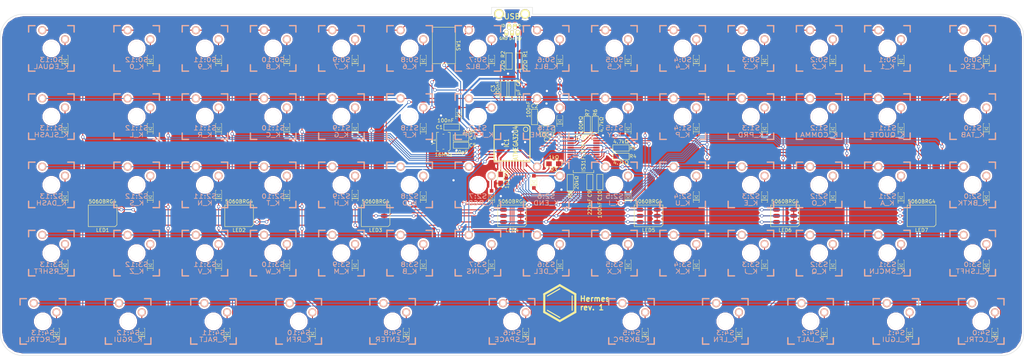
<source format=kicad_pcb>
(kicad_pcb (version 4) (host pcbnew "(2015-03-11 BZR 5507)-product")
  (layers (0 F.Cu signal) (31 B.Cu signal) (34 B.Paste user hide) (35 F.Paste user hide) (36 B.SilkS user hide) (37 F.SilkS user) (38 B.Mask user hide) (39 F.Mask user hide) (44 Edge.Cuts user))
  (net 0 "")
  (net 1 "Net-(CON1-Pad4)")
  (net 2 "Net-(D0:0-Pad1)")
  (net 3 "Net-(D0:1-Pad1)")
  (net 4 "Net-(D0:2-Pad1)")
  (net 5 "Net-(D1:0-Pad1)")
  (net 6 "Net-(D1:1-Pad1)")
  (net 7 "Net-(D1:2-Pad1)")
  (net 8 "Net-(D2:1-Pad1)")
  (net 9 "Net-(IC1-Pad33)")
  (net 10 "Net-(SW1-Pad1)")
  (net 11 "Net-(SW1-Pad3)")
  (net 12 /VCC)
  (net 13 /GND)
  (net 14 /D+)
  (net 15 /D-)
  (net 16 /AREF)
  (net 17 /UCAP)
  (net 18 /RESET)
  (net 19 /C0)
  (net 20 /C1)
  (net 21 /C2)
  (net 22 /R1)
  (net 23 /R0)
  (net 24 /R2)
  (net 25 /XTAL+)
  (net 26 /XTAL-)
  (net 27 "Net-(D0:3-Pad1)")
  (net 28 /C3)
  (net 29 "Net-(D0:4-Pad1)")
  (net 30 /C4)
  (net 31 "Net-(D0:5-Pad1)")
  (net 32 /C5)
  (net 33 "Net-(D0:6-Pad1)")
  (net 34 /C6)
  (net 35 "Net-(D0:7-Pad1)")
  (net 36 /C7)
  (net 37 "Net-(D0:8-Pad1)")
  (net 38 /C8)
  (net 39 "Net-(D0:9-Pad1)")
  (net 40 /C9)
  (net 41 "Net-(D0:10-Pad1)")
  (net 42 /CA)
  (net 43 "Net-(D0:11-Pad1)")
  (net 44 /CB)
  (net 45 "Net-(D0:12-Pad1)")
  (net 46 /CC)
  (net 47 "Net-(D0:13-Pad1)")
  (net 48 /CD)
  (net 49 "Net-(D1:3-Pad1)")
  (net 50 "Net-(D1:4-Pad1)")
  (net 51 "Net-(D1:5-Pad1)")
  (net 52 "Net-(D1:6-Pad1)")
  (net 53 "Net-(D1:7-Pad1)")
  (net 54 "Net-(D1:8-Pad1)")
  (net 55 "Net-(D1:9-Pad1)")
  (net 56 "Net-(D1:10-Pad1)")
  (net 57 "Net-(D1:11-Pad1)")
  (net 58 "Net-(D1:12-Pad1)")
  (net 59 "Net-(D1:13-Pad1)")
  (net 60 "Net-(D2:0-Pad1)")
  (net 61 "Net-(D2:2-Pad1)")
  (net 62 "Net-(D2:3-Pad1)")
  (net 63 "Net-(D2:4-Pad1)")
  (net 64 "Net-(D2:5-Pad1)")
  (net 65 "Net-(D2:6-Pad1)")
  (net 66 "Net-(D2:7-Pad1)")
  (net 67 "Net-(D2:8-Pad1)")
  (net 68 "Net-(D2:9-Pad1)")
  (net 69 "Net-(D2:10-Pad1)")
  (net 70 "Net-(D2:11-Pad1)")
  (net 71 "Net-(D2:13-Pad1)")
  (net 72 "Net-(D3:0-Pad1)")
  (net 73 "Net-(D3:1-Pad1)")
  (net 74 "Net-(D3:2-Pad1)")
  (net 75 "Net-(D3:3-Pad1)")
  (net 76 "Net-(D3:4-Pad1)")
  (net 77 "Net-(D3:5-Pad1)")
  (net 78 "Net-(D3:6-Pad1)")
  (net 79 "Net-(D3:7-Pad1)")
  (net 80 "Net-(D3:8-Pad1)")
  (net 81 "Net-(D3:9-Pad1)")
  (net 82 "Net-(D3:10-Pad1)")
  (net 83 "Net-(D3:11-Pad1)")
  (net 84 "Net-(D3:13-Pad1)")
  (net 85 "Net-(D4:0-Pad1)")
  (net 86 "Net-(D4:1-Pad1)")
  (net 87 "Net-(D4:2-Pad1)")
  (net 88 "Net-(D4:3-Pad1)")
  (net 89 "Net-(D4:5-Pad1)")
  (net 90 "Net-(D4:6-Pad1)")
  (net 91 "Net-(D4:8-Pad1)")
  (net 92 "Net-(D4:10-Pad1)")
  (net 93 "Net-(D4:11-Pad1)")
  (net 94 "Net-(D4:12-Pad1)")
  (net 95 "Net-(D4:13-Pad1)")
  (net 96 /R3)
  (net 97 /R4)
  (net 98 /USB_D+)
  (net 99 /USB_D-)
  (net 100 "Net-(D2:12-Pad1)")
  (net 101 "Net-(D3:12-Pad1)")
  (net 102 "Net-(C9-Pad2)")
  (net 103 "Net-(C10-Pad1)")
  (net 104 /SDB)
  (net 105 /INTB)
  (net 106 /SCL)
  (net 107 /SDA)
  (net 108 /CA9)
  (net 109 "Net-(IC2-Pad6)")
  (net 110 "Net-(IC2-Pad7)")
  (net 111 "Net-(IC2-Pad8)")
  (net 112 "Net-(IC2-Pad9)")
  (net 113 "Net-(IC2-Pad10)")
  (net 114 "Net-(IC2-Pad11)")
  (net 115 "Net-(IC2-Pad12)")
  (net 116 "Net-(IC2-Pad13)")
  (net 117 "Net-(IC2-Pad14)")
  (net 118 "Net-(IC2-Pad15)")
  (net 119 /CA1)
  (net 120 /CA2)
  (net 121 /CA3)
  (net 122 /CA4)
  (net 123 /CA5)
  (net 124 /CA6)
  (net 125 /CA7)
  (net 126 /CA8)
  (net 127 "Net-(IC1-Pad10)")
  (net 128 "Net-(IC1-Pad11)")
  (module bwu-keyboard:bwu-resistor-0805 (layer F.Cu) (at 198.5264 84.4588 90)
    (fp_text reference R8 (at -3.3617 0 90) (layer F.SilkS))
    (fp_text value 20kΩ (at 0 1.75 90) (layer F.SilkS))
    (pad 1 smd rect (at -1.35 0 90) (size 1.5 1.3) (layers F.Cu F.Paste F.Mask) (net 13 /GND))
    (pad 2 smd rect (at 1.35 0 90) (size 1.5 1.3) (layers F.Cu F.Paste F.Mask) (net 109 "Net-(IC2-Pad6)"))
  )
  (module bwu-keyboard:bwu-resistor-0805 (layer F.Cu) (at 203.2508 68.2536 270)
    (fp_text reference R7 (at -3.3312 -0.0508 270) (layer F.SilkS))
    (fp_text value 100kΩ (at 0 1.75 270) (layer F.SilkS))
    (pad 1 smd rect (at -1.35 0 270) (size 1.5 1.3) (layers F.Cu F.Paste F.Mask) (net 13 /GND))
    (pad 2 smd rect (at 1.35 0 270) (size 1.5 1.3) (layers F.Cu F.Paste F.Mask) (net 104 /SDB))
  )
  (module bwu-keyboard:bwu-resistor-0805 (layer F.Cu) (at 184.2135 50.5295 90)
    (fp_text reference R1 (at 1.9901 1.75 90) (layer F.SilkS))
    (fp_text value 22Ω (at -1.1722 1.75 90) (layer F.SilkS))
    (pad 1 smd rect (at -1.35 0 90) (size 1.5 1.3) (layers F.Cu F.Paste F.Mask) (net 15 /D-))
    (pad 2 smd rect (at 1.35 0 90) (size 1.5 1.3) (layers F.Cu F.Paste F.Mask) (net 99 /USB_D-))
  )
  (module bwu-keyboard:bwu-resistor-0805 (layer F.Cu) (at 181.4195 50.5295 90)
    (fp_text reference R2 (at 1.8885 -1.7 90) (layer F.SilkS))
    (fp_text value 22Ω (at -1.2484 -1.7 90) (layer F.SilkS))
    (pad 1 smd rect (at -1.35 0 90) (size 1.5 1.3) (layers F.Cu F.Paste F.Mask) (net 14 /D+))
    (pad 2 smd rect (at 1.35 0 90) (size 1.5 1.3) (layers F.Cu F.Paste F.Mask) (net 98 /USB_D+))
  )
  (module bwu-keyboard:bwu-resistor-0805 (layer F.Cu) (at 193.9125 79.1845 180)
    (fp_text reference R3 (at 0 -1.75 180) (layer F.SilkS))
    (fp_text value 1kΩ (at 0 1.75 180) (layer F.SilkS))
    (pad 1 smd rect (at -1.35 0 180) (size 1.5 1.3) (layers F.Cu F.Paste F.Mask) (net 13 /GND))
    (pad 2 smd rect (at 1.35 0 180) (size 1.5 1.3) (layers F.Cu F.Paste F.Mask) (net 9 "Net-(IC1-Pad33)"))
  )
  (module bwu-keyboard:bwu-resistor-0805 (layer F.Cu) (at 205.486 68.2536 90)
    (fp_text reference R6 (at 3.349 -0.026 90) (layer F.SilkS))
    (fp_text value 4.7kΩ (at 0 1.75 90) (layer F.SilkS))
    (pad 1 smd rect (at -1.35 0 90) (size 1.5 1.3) (layers F.Cu F.Paste F.Mask) (net 105 /INTB))
    (pad 2 smd rect (at 1.35 0 90) (size 1.5 1.3) (layers F.Cu F.Paste F.Mask) (net 12 /VCC))
  )
  (module bwu-keyboard:bwu-resistor-0805 (layer F.Cu) (at 212.645 74.7903 180)
    (fp_text reference R5 (at -3.3312 -0.1016 180) (layer F.SilkS))
    (fp_text value 4.7kΩ (at 0 1.75 180) (layer F.SilkS))
    (pad 1 smd rect (at -1.35 0 180) (size 1.5 1.3) (layers F.Cu F.Paste F.Mask) (net 12 /VCC))
    (pad 2 smd rect (at 1.35 0 180) (size 1.5 1.3) (layers F.Cu F.Paste F.Mask) (net 106 /SCL))
  )
  (module bwu-keyboard:bwu-resistor-0805 (layer F.Cu) (at 212.645 77.1271)
    (fp_text reference R4 (at 3.349 0) (layer F.SilkS))
    (fp_text value 4.7kΩ (at 0 1.75) (layer F.SilkS))
    (pad 1 smd rect (at -1.35 0) (size 1.5 1.3) (layers F.Cu F.Paste F.Mask) (net 107 /SDA))
    (pad 2 smd rect (at 1.35 0) (size 1.5 1.3) (layers F.Cu F.Paste F.Mask) (net 12 /VCC))
  )
  (module SM0805:SOD-123 (layer F.Cu) (at 314.6425 50.37 270)
    (fp_text reference D0:0 hide)
    (fp_text value D hide)
    (pad 1 smd rect (at -1.7 0 270) (size 1 1) (layers F.Cu F.Paste F.Mask) (net 2 "Net-(D0:0-Pad1)"))
    (pad 2 smd rect (at 1.7 0 270) (size 1 1) (layers F.Cu F.Paste F.Mask) (net 19 /C0))
  )
  (module SM0805:SOD-123 (layer F.Cu) (at 314.6425 69.42 270)
    (fp_text reference D1:0 hide)
    (fp_text value D hide)
    (pad 1 smd rect (at -1.7 0 270) (size 1 1) (layers F.Cu F.Paste F.Mask) (net 5 "Net-(D1:0-Pad1)"))
    (pad 2 smd rect (at 1.7 0 270) (size 1 1) (layers F.Cu F.Paste F.Mask) (net 19 /C0))
  )
  (module SM0805:SOD-123 (layer F.Cu) (at 119.38 88.06 270)
    (fp_text reference D2:10 hide)
    (fp_text value D hide)
    (pad 1 smd rect (at -1.7 0 270) (size 1 1) (layers F.Cu F.Paste F.Mask) (net 69 "Net-(D2:10-Pad1)"))
    (pad 2 smd rect (at 1.7 0 270) (size 1 1) (layers F.Cu F.Paste F.Mask) (net 42 /CA))
  )
  (module bwu-keyboard:bwu-mx1a-1u (layer B.Cu) (at 96.52 66.04 180)
    (fp_text reference S1:11 (at 0 -3.175 180) (layer B.SilkS) (effects (font (size 1.27 1.524) (thickness 0.2032)) (justify mirror)))
    (fp_text value K_R (at 0 -5.08 180) (layer B.SilkS) (effects (font (size 1.27 1.524) (thickness 0.2032)) (justify mirror)))
    (pad 1 thru_hole circle (at 2.54 5.08 180) (size 2.286 2.286) (drill 1.4986) (layers *.Cu *.SilkS *.Mask) (net 22 /R1))
    (pad 2 thru_hole circle (at -3.81 2.54 180) (size 2.286 2.286) (drill 1.4986) (layers *.Cu *.SilkS *.Mask) (net 57 "Net-(D1:11-Pad1)"))
    (pad "" np_thru_hole circle (at 0 0 180) (size 3.9878 3.9878) (drill 3.9878) (layers *.Cu *.Mask B.SilkS))
  )
  (module bwu-keyboard:bwu-mx1a-1u (layer B.Cu) (at 77.47 46.99 180)
    (fp_text reference S0:12 (at 0 -3.175 180) (layer B.SilkS) (effects (font (size 1.27 1.524) (thickness 0.2032)) (justify mirror)))
    (fp_text value K_0 (at 0 -5.08 180) (layer B.SilkS) (effects (font (size 1.27 1.524) (thickness 0.2032)) (justify mirror)))
    (pad 1 thru_hole circle (at 2.54 5.08 180) (size 2.286 2.286) (drill 1.4986) (layers *.Cu *.SilkS *.Mask) (net 23 /R0))
    (pad 2 thru_hole circle (at -3.81 2.54 180) (size 2.286 2.286) (drill 1.4986) (layers *.Cu *.SilkS *.Mask) (net 45 "Net-(D0:12-Pad1)"))
    (pad "" np_thru_hole circle (at 0 0 180) (size 3.9878 3.9878) (drill 3.9878) (layers *.Cu *.Mask B.SilkS))
  )
  (module SM0805:SOD-123 (layer F.Cu) (at 81.28 107.52 270)
    (fp_text reference D3:12 hide)
    (fp_text value D hide)
    (pad 1 smd rect (at -1.7 0 270) (size 1 1) (layers F.Cu F.Paste F.Mask) (net 101 "Net-(D3:12-Pad1)"))
    (pad 2 smd rect (at 1.7 0 270) (size 1 1) (layers F.Cu F.Paste F.Mask) (net 46 /CC))
  )
  (module bwu-keyboard:bwu-mx1a-1u (layer B.Cu) (at 267.97 85.09 180)
    (fp_text reference S2:2 (at 0 -3.175 180) (layer B.SilkS) (effects (font (size 1.27 1.524) (thickness 0.2032)) (justify mirror)))
    (fp_text value K_O (at 0 -5.08 180) (layer B.SilkS) (effects (font (size 1.27 1.524) (thickness 0.2032)) (justify mirror)))
    (pad 1 thru_hole circle (at 2.54 5.08 180) (size 2.286 2.286) (drill 1.4986) (layers *.Cu *.SilkS *.Mask) (net 24 /R2))
    (pad 2 thru_hole circle (at -3.81 2.54 180) (size 2.286 2.286) (drill 1.4986) (layers *.Cu *.SilkS *.Mask) (net 61 "Net-(D2:2-Pad1)"))
    (pad "" np_thru_hole circle (at 0 0 180) (size 3.9878 3.9878) (drill 3.9878) (layers *.Cu *.Mask B.SilkS))
  )
  (module bwu-keyboard:bwu-mx1a-1u (layer B.Cu) (at 210.82 46.99 180)
    (fp_text reference S0:5 (at 0 -3.175 180) (layer B.SilkS) (effects (font (size 1.27 1.524) (thickness 0.2032)) (justify mirror)))
    (fp_text value K_5 (at 0 -5.08 180) (layer B.SilkS) (effects (font (size 1.27 1.524) (thickness 0.2032)) (justify mirror)))
    (pad 1 thru_hole circle (at 2.54 5.08 180) (size 2.286 2.286) (drill 1.4986) (layers *.Cu *.SilkS *.Mask) (net 23 /R0))
    (pad 2 thru_hole circle (at -3.81 2.54 180) (size 2.286 2.286) (drill 1.4986) (layers *.Cu *.SilkS *.Mask) (net 31 "Net-(D0:5-Pad1)"))
    (pad "" np_thru_hole circle (at 0 0 180) (size 3.9878 3.9878) (drill 3.9878) (layers *.Cu *.Mask B.SilkS))
  )
  (module bwu-keyboard:USB-MINI-B-WM17115-ND (layer F.Cu) (at 182.245 35.56 270)
    (fp_text reference CON1 hide)
    (fp_text value "USB-MINI-B WM17115-ND" hide)
    (fp_text user ID (at 5.08 2.54 360) (layer F.SilkS) (effects (font (size 0.75 0.75))))
    (fp_text user D- (at 5.08 -2.54 360) (layer F.SilkS) (effects (font (size 0.75 0.75))))
    (fp_text user 5V (at 8.74 -1.98 360) (layer F.SilkS) (effects (font (size 0.75 0.75))))
    (fp_text user D+ (at 8.7 -0.04 360) (layer F.SilkS) (effects (font (size 0.75 0.75))))
    (fp_text user GND (at 8.66 2.4 360) (layer F.SilkS) (effects (font (size 0.75 0.75))))
    (fp_text user USB (at 2.54 0 360) (layer F.SilkS) (effects (font (size 1.5 1.5) (thickness 0.25))))
    (pad 3 thru_hole oval (at 6.85 0 270) (size 1.65 1.1) (drill 0.7 (offset 0.275 0)) (layers *.Cu *.Mask F.SilkS) (net 98 /USB_D+))
    (pad 6 thru_hole circle (at 1.8 -3.65 270) (size 2.7 2.7) (drill 1.9) (layers *.Cu *.Mask F.SilkS) (net 13 /GND))
    (pad 7 thru_hole circle (at 1.8 3.65 270) (size 2.7 2.7) (drill 1.9) (layers *.Cu *.Mask F.SilkS) (net 13 /GND))
    (pad 5 thru_hole oval (at 6.85 1.6 270) (size 1.65 1.1) (drill 0.7 (offset 0.275 0)) (layers *.Cu *.Mask F.SilkS) (net 13 /GND))
    (pad 1 thru_hole oval (at 6.85 -1.6 270) (size 1.65 1.1) (drill 0.7 (offset 0.275 0)) (layers *.Cu *.Mask F.SilkS) (net 12 /VCC))
    (pad 4 thru_hole oval (at 5.65 0.8 270) (size 1.65 1.1) (drill 0.7 (offset -0.275 0)) (layers *.Cu *.Mask F.SilkS) (net 1 "Net-(CON1-Pad4)"))
    (pad 2 thru_hole oval (at 5.65 -0.8 270) (size 1.65 1.1) (drill 0.7 (offset -0.275 0)) (layers *.Cu *.Mask F.SilkS) (net 99 /USB_D-))
  )
  (module tqfp:TQFP44 (layer F.Cu) (at 182.245 73.406 270)
    (fp_text reference IC1 (at 0 1.524 270) (layer F.SilkS) (effects (font (size 1.27 1.016) (thickness 0.2032))))
    (fp_text value ATMEGA32U4 (at 0 -1.016 270) (layer F.SilkS) (effects (font (size 1.27 1.016) (thickness 0.2032))))
    (pad 39 smd oval (at 0 -5.715 270) (size 0.4064 1.89992) (layers F.Cu F.Paste F.Mask) (net 106 /SCL))
    (pad 40 smd oval (at -0.8001 -5.715 270) (size 0.4064 1.89992) (layers F.Cu F.Paste F.Mask) (net 105 /INTB))
    (pad 41 smd oval (at -1.6002 -5.715 270) (size 0.4064 1.89992) (layers F.Cu F.Paste F.Mask) (net 104 /SDB))
    (pad 42 smd oval (at -2.4003 -5.715 270) (size 0.4064 1.89992) (layers F.Cu F.Paste F.Mask) (net 16 /AREF))
    (pad 43 smd oval (at -3.2004 -5.715 270) (size 0.4064 1.89992) (layers F.Cu F.Paste F.Mask) (net 13 /GND))
    (pad 44 smd oval (at -4.0005 -5.715 270) (size 0.4064 1.89992) (layers F.Cu F.Paste F.Mask) (net 12 /VCC))
    (pad 38 smd oval (at 0.8001 -5.715 270) (size 0.4064 1.89992) (layers F.Cu F.Paste F.Mask) (net 107 /SDA))
    (pad 37 smd oval (at 1.6002 -5.715 270) (size 0.4064 1.89992) (layers F.Cu F.Paste F.Mask) (net 19 /C0))
    (pad 36 smd oval (at 2.4003 -5.715 270) (size 0.4064 1.89992) (layers F.Cu F.Paste F.Mask) (net 24 /R2))
    (pad 35 smd oval (at 3.2004 -5.715 270) (size 0.4064 1.89992) (layers F.Cu F.Paste F.Mask) (net 13 /GND))
    (pad 34 smd oval (at 4.0005 -5.715 270) (size 0.4064 1.89992) (layers F.Cu F.Paste F.Mask) (net 12 /VCC))
    (pad 17 smd oval (at 0 5.715 270) (size 0.4064 1.89992) (layers F.Cu F.Paste F.Mask) (net 26 /XTAL-))
    (pad 16 smd oval (at -0.8001 5.715 270) (size 0.4064 1.89992) (layers F.Cu F.Paste F.Mask) (net 25 /XTAL+))
    (pad 15 smd oval (at -1.6002 5.715 270) (size 0.4064 1.89992) (layers F.Cu F.Paste F.Mask) (net 13 /GND))
    (pad 14 smd oval (at -2.4003 5.715 270) (size 0.4064 1.89992) (layers F.Cu F.Paste F.Mask) (net 12 /VCC))
    (pad 13 smd oval (at -3.2004 5.715 270) (size 0.4064 1.89992) (layers F.Cu F.Paste F.Mask) (net 18 /RESET))
    (pad 12 smd oval (at -4.0005 5.715 270) (size 0.4064 1.89992) (layers F.Cu F.Paste F.Mask) (net 40 /C9))
    (pad 18 smd oval (at 0.8001 5.715 270) (size 0.4064 1.89992) (layers F.Cu F.Paste F.Mask) (net 42 /CA))
    (pad 19 smd oval (at 1.6002 5.715 270) (size 0.4064 1.89992) (layers F.Cu F.Paste F.Mask) (net 44 /CB))
    (pad 20 smd oval (at 2.4003 5.715 270) (size 0.4064 1.89992) (layers F.Cu F.Paste F.Mask) (net 46 /CC))
    (pad 21 smd oval (at 3.2004 5.715 270) (size 0.4064 1.89992) (layers F.Cu F.Paste F.Mask) (net 48 /CD))
    (pad 22 smd oval (at 4.0005 5.715 270) (size 0.4064 1.89992) (layers F.Cu F.Paste F.Mask) (net 96 /R3))
    (pad 6 smd oval (at -5.715 0 270) (size 1.89992 0.4064) (layers F.Cu F.Paste F.Mask) (net 17 /UCAP))
    (pad 28 smd oval (at 5.715 0 270) (size 1.89992 0.4064) (layers F.Cu F.Paste F.Mask) (net 32 /C5))
    (pad 7 smd oval (at -5.715 0.8001 270) (size 1.89992 0.4064) (layers F.Cu F.Paste F.Mask) (net 12 /VCC))
    (pad 27 smd oval (at 5.715 0.8001 270) (size 1.89992 0.4064) (layers F.Cu F.Paste F.Mask) (net 34 /C6))
    (pad 26 smd oval (at 5.715 1.6002 270) (size 1.89992 0.4064) (layers F.Cu F.Paste F.Mask) (net 97 /R4))
    (pad 8 smd oval (at -5.715 1.6002 270) (size 1.89992 0.4064) (layers F.Cu F.Paste F.Mask) (net 23 /R0))
    (pad 9 smd oval (at -5.715 2.4003 270) (size 1.89992 0.4064) (layers F.Cu F.Paste F.Mask) (net 38 /C8))
    (pad 25 smd oval (at 5.715 2.4003 270) (size 1.89992 0.4064) (layers F.Cu F.Paste F.Mask) (net 36 /C7))
    (pad 24 smd oval (at 5.715 3.2004 270) (size 1.89992 0.4064) (layers F.Cu F.Paste F.Mask) (net 12 /VCC))
    (pad 10 smd oval (at -5.715 3.2004 270) (size 1.89992 0.4064) (layers F.Cu F.Paste F.Mask) (net 127 "Net-(IC1-Pad10)"))
    (pad 11 smd oval (at -5.715 4.0005 270) (size 1.89992 0.4064) (layers F.Cu F.Paste F.Mask) (net 128 "Net-(IC1-Pad11)"))
    (pad 23 smd oval (at 5.715 4.0005 270) (size 1.89992 0.4064) (layers F.Cu F.Paste F.Mask) (net 13 /GND))
    (pad 29 smd oval (at 5.715 -0.8001 270) (size 1.89992 0.4064) (layers F.Cu F.Paste F.Mask) (net 30 /C4))
    (pad 5 smd oval (at -5.715 -0.8001 270) (size 1.89992 0.4064) (layers F.Cu F.Paste F.Mask) (net 13 /GND))
    (pad 4 smd oval (at -5.715 -1.6002 270) (size 1.89992 0.4064) (layers F.Cu F.Paste F.Mask) (net 14 /D+))
    (pad 30 smd oval (at 5.715 -1.6002 270) (size 1.89992 0.4064) (layers F.Cu F.Paste F.Mask) (net 28 /C3))
    (pad 31 smd oval (at 5.715 -2.4003 270) (size 1.89992 0.4064) (layers F.Cu F.Paste F.Mask) (net 21 /C2))
    (pad 3 smd oval (at -5.715 -2.4003 270) (size 1.89992 0.4064) (layers F.Cu F.Paste F.Mask) (net 15 /D-))
    (pad 2 smd oval (at -5.715 -3.2004 270) (size 1.89992 0.4064) (layers F.Cu F.Paste F.Mask) (net 12 /VCC))
    (pad 32 smd oval (at 5.715 -3.2004 270) (size 1.89992 0.4064) (layers F.Cu F.Paste F.Mask) (net 20 /C1))
    (pad 33 smd oval (at 5.715 -4.0005 270) (size 1.89992 0.4064) (layers F.Cu F.Paste F.Mask) (net 9 "Net-(IC1-Pad33)"))
    (pad 1 smd oval (at -5.715 -4.0005 270) (size 1.89992 0.4064) (layers F.Cu F.Paste F.Mask) (net 22 /R1))
  )
  (module SM0805:SOD-123 (layer F.Cu) (at 290.83 50.37 270)
    (fp_text reference D0:1 hide)
    (fp_text value D hide)
    (pad 1 smd rect (at -1.7 0 270) (size 1 1) (layers F.Cu F.Paste F.Mask) (net 3 "Net-(D0:1-Pad1)"))
    (pad 2 smd rect (at 1.7 0 270) (size 1 1) (layers F.Cu F.Paste F.Mask) (net 20 /C1))
  )
  (module SM0805:SOD-123 (layer F.Cu) (at 271.78 50.37 270)
    (fp_text reference D0:2 hide)
    (fp_text value D hide)
    (pad 1 smd rect (at -1.7 0 270) (size 1 1) (layers F.Cu F.Paste F.Mask) (net 4 "Net-(D0:2-Pad1)"))
    (pad 2 smd rect (at 1.7 0 270) (size 1 1) (layers F.Cu F.Paste F.Mask) (net 21 /C2))
  )
  (module SM0805:SOD-123 (layer F.Cu) (at 290.83 69.42 270)
    (fp_text reference D1:1 hide)
    (fp_text value D hide)
    (pad 1 smd rect (at -1.7 0 270) (size 1 1) (layers F.Cu F.Paste F.Mask) (net 6 "Net-(D1:1-Pad1)"))
    (pad 2 smd rect (at 1.7 0 270) (size 1 1) (layers F.Cu F.Paste F.Mask) (net 20 /C1))
  )
  (module SM0805:SOD-123 (layer F.Cu) (at 271.78 69.42 270)
    (fp_text reference D1:2 hide)
    (fp_text value D hide)
    (pad 1 smd rect (at -1.7 0 270) (size 1 1) (layers F.Cu F.Paste F.Mask) (net 7 "Net-(D1:2-Pad1)"))
    (pad 2 smd rect (at 1.7 0 270) (size 1 1) (layers F.Cu F.Paste F.Mask) (net 21 /C2))
  )
  (module SM0805:SOD-123 (layer F.Cu) (at 290.83 88.695 270)
    (fp_text reference D2:1 hide)
    (fp_text value D hide)
    (pad 1 smd rect (at -1.7 0 270) (size 1 1) (layers F.Cu F.Paste F.Mask) (net 8 "Net-(D2:1-Pad1)"))
    (pad 2 smd rect (at 1.7 0 270) (size 1 1) (layers F.Cu F.Paste F.Mask) (net 20 /C1))
  )
  (module bwu-keyboard:bwu-electrolyte-capacitor-0805 (layer F.Cu) (at 179.07 83.419 270)
    (fp_text reference C6 (at -1.5675 -1.75 270) (layer F.SilkS))
    (fp_text value 1µF (at 1.3154 -1.75 270) (layer F.SilkS))
    (pad 1 smd rect (at -1.25 0 270) (size 1.5 1.25) (layers F.Cu F.Paste F.Mask) (net 12 /VCC))
    (pad 2 smd rect (at 1.25 0 270) (size 1.5 1.25) (layers F.Cu F.Paste F.Mask) (net 13 /GND))
  )
  (module bwu-keyboard:bwu-electrolyte-capacitor-0805 (layer F.Cu) (at 182.245 58.313 90)
    (fp_text reference C8 (at 1.671 1.75 90) (layer F.SilkS))
    (fp_text value 1µF (at -1.377 1.75 90) (layer F.SilkS))
    (pad 1 smd rect (at -1.25 0 90) (size 1.5 1.25) (layers F.Cu F.Paste F.Mask) (net 17 /UCAP))
    (pad 2 smd rect (at 1.25 0 90) (size 1.5 1.25) (layers F.Cu F.Paste F.Mask) (net 13 /GND))
  )
  (module bwu-keyboard:bwu-ceramic-capacitor-0805 (layer F.Cu) (at 168.021 74.041 180)
    (fp_text reference C5 (at -3.24 -0.009 180) (layer F.SilkS))
    (fp_text value 10pF (at -0.0254 -1.9177 180) (layer F.SilkS))
    (pad 1 smd rect (at -1.25 0 180) (size 1.5 1.25) (layers F.Cu F.Paste F.Mask) (net 26 /XTAL-))
    (pad 2 smd rect (at 1.25 0 180) (size 1.5 1.25) (layers F.Cu F.Paste F.Mask) (net 13 /GND))
  )
  (module bwu-keyboard:bwu-ceramic-capacitor-0805 (layer F.Cu) (at 168.011 72.009 180)
    (fp_text reference C4 (at -3.25 0 180) (layer F.SilkS))
    (fp_text value 10pF (at -2.296 1.75 180) (layer F.SilkS))
    (pad 1 smd rect (at -1.25 0 180) (size 1.5 1.25) (layers F.Cu F.Paste F.Mask) (net 25 /XTAL+))
    (pad 2 smd rect (at 1.25 0 180) (size 1.5 1.25) (layers F.Cu F.Paste F.Mask) (net 13 /GND))
  )
  (module bwu-keyboard:bwu-ceramic-capacitor-0805 (layer F.Cu) (at 192.0294 69.469)
    (fp_text reference C7 (at 0 3) (layer F.SilkS))
    (fp_text value 100nF (at 0 1.7) (layer F.SilkS))
    (pad 1 smd rect (at -1.25 0) (size 1.5 1.25) (layers F.Cu F.Paste F.Mask) (net 16 /AREF))
    (pad 2 smd rect (at 1.25 0) (size 1.5 1.25) (layers F.Cu F.Paste F.Mask) (net 13 /GND))
  )
  (module bwu-keyboard:bwu-ceramic-capacitor-0805 (layer F.Cu) (at 179.959 58.313 90)
    (fp_text reference C3 (at 0.1343 -2.9972 90) (layer F.SilkS))
    (fp_text value 100nF (at -0.0308 -1.6891 90) (layer F.SilkS))
    (pad 1 smd rect (at -1.25 0 90) (size 1.5 1.25) (layers F.Cu F.Paste F.Mask) (net 12 /VCC))
    (pad 2 smd rect (at 1.25 0 90) (size 1.5 1.25) (layers F.Cu F.Paste F.Mask) (net 13 /GND))
  )
  (module bwu-keyboard:bwu-ceramic-capacitor-0805 (layer F.Cu) (at 188.5315 66.1235 90)
    (fp_text reference C2 (at 3.0172 -0.0127 180) (layer F.SilkS))
    (fp_text value 100nF (at 2.1028 -1.7 90) (layer F.SilkS))
    (pad 1 smd rect (at -1.25 0 90) (size 1.5 1.25) (layers F.Cu F.Paste F.Mask) (net 12 /VCC))
    (pad 2 smd rect (at 1.25 0 90) (size 1.5 1.25) (layers F.Cu F.Paste F.Mask) (net 13 /GND))
  )
  (module bwu-keyboard:bwu-ceramic-capacitor-0805 (layer F.Cu) (at 165.374 68.961 180)
    (fp_text reference C1 (at 3.4363 -0.0254 180) (layer F.SilkS))
    (fp_text value 100nF (at 1.6837 1.8415 180) (layer F.SilkS))
    (pad 1 smd rect (at -1.25 0 180) (size 1.5 1.25) (layers F.Cu F.Paste F.Mask) (net 12 /VCC))
    (pad 2 smd rect (at 1.25 0 180) (size 1.5 1.25) (layers F.Cu F.Paste F.Mask) (net 13 /GND))
  )
  (module SM0805:SOD-123 (layer F.Cu) (at 252.73 50.37 270)
    (fp_text reference D0:3 hide)
    (fp_text value D hide)
    (pad 1 smd rect (at -1.7 0 270) (size 1 1) (layers F.Cu F.Paste F.Mask) (net 27 "Net-(D0:3-Pad1)"))
    (pad 2 smd rect (at 1.7 0 270) (size 1 1) (layers F.Cu F.Paste F.Mask) (net 28 /C3))
  )
  (module SM0805:SOD-123 (layer F.Cu) (at 233.68 50.37 270)
    (fp_text reference D0:4 hide)
    (fp_text value D hide)
    (pad 1 smd rect (at -1.7 0 270) (size 1 1) (layers F.Cu F.Paste F.Mask) (net 29 "Net-(D0:4-Pad1)"))
    (pad 2 smd rect (at 1.7 0 270) (size 1 1) (layers F.Cu F.Paste F.Mask) (net 30 /C4))
  )
  (module SM0805:SOD-123 (layer F.Cu) (at 214.63 50.37 270)
    (fp_text reference D0:5 hide)
    (fp_text value D hide)
    (pad 1 smd rect (at -1.7 0 270) (size 1 1) (layers F.Cu F.Paste F.Mask) (net 31 "Net-(D0:5-Pad1)"))
    (pad 2 smd rect (at 1.7 0 270) (size 1 1) (layers F.Cu F.Paste F.Mask) (net 32 /C5))
  )
  (module SM0805:SOD-123 (layer F.Cu) (at 195.58 50.37 270)
    (fp_text reference D0:6 hide)
    (fp_text value D hide)
    (pad 1 smd rect (at -1.7 0 270) (size 1 1) (layers F.Cu F.Paste F.Mask) (net 33 "Net-(D0:6-Pad1)"))
    (pad 2 smd rect (at 1.7 0 270) (size 1 1) (layers F.Cu F.Paste F.Mask) (net 34 /C6))
  )
  (module SM0805:SOD-123 (layer F.Cu) (at 176.53 50.37 270)
    (fp_text reference D0:7 hide)
    (fp_text value D hide)
    (pad 1 smd rect (at -1.7 0 270) (size 1 1) (layers F.Cu F.Paste F.Mask) (net 35 "Net-(D0:7-Pad1)"))
    (pad 2 smd rect (at 1.7 0 270) (size 1 1) (layers F.Cu F.Paste F.Mask) (net 36 /C7))
  )
  (module SM0805:SOD-123 (layer F.Cu) (at 157.48 50.37 270)
    (fp_text reference D0:8 hide)
    (fp_text value D hide)
    (pad 1 smd rect (at -1.7 0 270) (size 1 1) (layers F.Cu F.Paste F.Mask) (net 37 "Net-(D0:8-Pad1)"))
    (pad 2 smd rect (at 1.7 0 270) (size 1 1) (layers F.Cu F.Paste F.Mask) (net 38 /C8))
  )
  (module SM0805:SOD-123 (layer F.Cu) (at 138.43 50.37 270)
    (fp_text reference D0:9 hide)
    (fp_text value D hide)
    (pad 1 smd rect (at -1.7 0 270) (size 1 1) (layers F.Cu F.Paste F.Mask) (net 39 "Net-(D0:9-Pad1)"))
    (pad 2 smd rect (at 1.7 0 270) (size 1 1) (layers F.Cu F.Paste F.Mask) (net 40 /C9))
  )
  (module SM0805:SOD-123 (layer F.Cu) (at 119.38 50.37 270)
    (fp_text reference D0:10 hide)
    (fp_text value D hide)
    (pad 1 smd rect (at -1.7 0 270) (size 1 1) (layers F.Cu F.Paste F.Mask) (net 41 "Net-(D0:10-Pad1)"))
    (pad 2 smd rect (at 1.7 0 270) (size 1 1) (layers F.Cu F.Paste F.Mask) (net 42 /CA))
  )
  (module SM0805:SOD-123 (layer F.Cu) (at 100.33 50.37 270)
    (fp_text reference D0:11 hide)
    (fp_text value D hide)
    (pad 1 smd rect (at -1.7 0 270) (size 1 1) (layers F.Cu F.Paste F.Mask) (net 43 "Net-(D0:11-Pad1)"))
    (pad 2 smd rect (at 1.7 0 270) (size 1 1) (layers F.Cu F.Paste F.Mask) (net 44 /CB))
  )
  (module SM0805:SOD-123 (layer F.Cu) (at 81.28 50.37 270)
    (fp_text reference D0:12 hide)
    (fp_text value D hide)
    (pad 1 smd rect (at -1.7 0 270) (size 1 1) (layers F.Cu F.Paste F.Mask) (net 45 "Net-(D0:12-Pad1)"))
    (pad 2 smd rect (at 1.7 0 270) (size 1 1) (layers F.Cu F.Paste F.Mask) (net 46 /CC))
  )
  (module SM0805:SOD-123 (layer F.Cu) (at 57.4675 50.37 270)
    (fp_text reference D0:13 hide)
    (fp_text value D hide)
    (pad 1 smd rect (at -1.7 0 270) (size 1 1) (layers F.Cu F.Paste F.Mask) (net 47 "Net-(D0:13-Pad1)"))
    (pad 2 smd rect (at 1.7 0 270) (size 1 1) (layers F.Cu F.Paste F.Mask) (net 48 /CD))
  )
  (module SM0805:SOD-123 (layer F.Cu) (at 252.73 69.42 270)
    (fp_text reference D1:3 hide)
    (fp_text value D hide)
    (pad 1 smd rect (at -1.7 0 270) (size 1 1) (layers F.Cu F.Paste F.Mask) (net 49 "Net-(D1:3-Pad1)"))
    (pad 2 smd rect (at 1.7 0 270) (size 1 1) (layers F.Cu F.Paste F.Mask) (net 28 /C3))
  )
  (module SM0805:SOD-123 (layer F.Cu) (at 233.68 69.42 270)
    (fp_text reference D1:4 hide)
    (fp_text value D hide)
    (pad 1 smd rect (at -1.7 0 270) (size 1 1) (layers F.Cu F.Paste F.Mask) (net 50 "Net-(D1:4-Pad1)"))
    (pad 2 smd rect (at 1.7 0 270) (size 1 1) (layers F.Cu F.Paste F.Mask) (net 30 /C4))
  )
  (module SM0805:SOD-123 (layer F.Cu) (at 214.63 69.42 270)
    (fp_text reference D1:5 hide)
    (fp_text value D hide)
    (pad 1 smd rect (at -1.7 0 270) (size 1 1) (layers F.Cu F.Paste F.Mask) (net 51 "Net-(D1:5-Pad1)"))
    (pad 2 smd rect (at 1.7 0 270) (size 1 1) (layers F.Cu F.Paste F.Mask) (net 32 /C5))
  )
  (module SM0805:SOD-123 (layer F.Cu) (at 195.58 67.232 270)
    (fp_text reference D1:6 hide)
    (fp_text value D hide)
    (pad 1 smd rect (at -1.7 0 270) (size 1 1) (layers F.Cu F.Paste F.Mask) (net 52 "Net-(D1:6-Pad1)"))
    (pad 2 smd rect (at 1.7 0 270) (size 1 1) (layers F.Cu F.Paste F.Mask) (net 34 /C6))
  )
  (module SM0805:SOD-123 (layer F.Cu) (at 167.3225 65.2 270)
    (fp_text reference D1:7 hide)
    (fp_text value D hide)
    (pad 1 smd rect (at -1.7 0 270) (size 1 1) (layers F.Cu F.Paste F.Mask) (net 53 "Net-(D1:7-Pad1)"))
    (pad 2 smd rect (at 1.7 0 270) (size 1 1) (layers F.Cu F.Paste F.Mask) (net 36 /C7))
  )
  (module SM0805:SOD-123 (layer F.Cu) (at 157.48 69.42 270)
    (fp_text reference D1:8 hide)
    (fp_text value D hide)
    (pad 1 smd rect (at -1.7 0 270) (size 1 1) (layers F.Cu F.Paste F.Mask) (net 54 "Net-(D1:8-Pad1)"))
    (pad 2 smd rect (at 1.7 0 270) (size 1 1) (layers F.Cu F.Paste F.Mask) (net 38 /C8))
  )
  (module SM0805:SOD-123 (layer F.Cu) (at 138.43 69.42 270)
    (fp_text reference D1:9 hide)
    (fp_text value D hide)
    (pad 1 smd rect (at -1.7 0 270) (size 1 1) (layers F.Cu F.Paste F.Mask) (net 55 "Net-(D1:9-Pad1)"))
    (pad 2 smd rect (at 1.7 0 270) (size 1 1) (layers F.Cu F.Paste F.Mask) (net 40 /C9))
  )
  (module SM0805:SOD-123 (layer F.Cu) (at 119.38 69.42 270)
    (fp_text reference D1:10 hide)
    (fp_text value D hide)
    (pad 1 smd rect (at -1.7 0 270) (size 1 1) (layers F.Cu F.Paste F.Mask) (net 56 "Net-(D1:10-Pad1)"))
    (pad 2 smd rect (at 1.7 0 270) (size 1 1) (layers F.Cu F.Paste F.Mask) (net 42 /CA))
  )
  (module SM0805:SOD-123 (layer F.Cu) (at 100.33 69.42 270)
    (fp_text reference D1:11 hide)
    (fp_text value D hide)
    (pad 1 smd rect (at -1.7 0 270) (size 1 1) (layers F.Cu F.Paste F.Mask) (net 57 "Net-(D1:11-Pad1)"))
    (pad 2 smd rect (at 1.7 0 270) (size 1 1) (layers F.Cu F.Paste F.Mask) (net 44 /CB))
  )
  (module SM0805:SOD-123 (layer F.Cu) (at 81.28 69.42 270)
    (fp_text reference D1:12 hide)
    (fp_text value D hide)
    (pad 1 smd rect (at -1.7 0 270) (size 1 1) (layers F.Cu F.Paste F.Mask) (net 58 "Net-(D1:12-Pad1)"))
    (pad 2 smd rect (at 1.7 0 270) (size 1 1) (layers F.Cu F.Paste F.Mask) (net 46 /CC))
  )
  (module SM0805:SOD-123 (layer F.Cu) (at 57.4675 69.42 270)
    (fp_text reference D1:13 hide)
    (fp_text value D hide)
    (pad 1 smd rect (at -1.7 0 270) (size 1 1) (layers F.Cu F.Paste F.Mask) (net 59 "Net-(D1:13-Pad1)"))
    (pad 2 smd rect (at 1.7 0 270) (size 1 1) (layers F.Cu F.Paste F.Mask) (net 48 /CD))
  )
  (module SM0805:SOD-123 (layer F.Cu) (at 314.6425 88.47 270)
    (fp_text reference D2:0 hide)
    (fp_text value D hide)
    (pad 1 smd rect (at -1.7 0 270) (size 1 1) (layers F.Cu F.Paste F.Mask) (net 60 "Net-(D2:0-Pad1)"))
    (pad 2 smd rect (at 1.7 0 270) (size 1 1) (layers F.Cu F.Paste F.Mask) (net 19 /C0))
  )
  (module SM0805:SOD-123 (layer F.Cu) (at 271.78 88.47 270)
    (fp_text reference D2:2 hide)
    (fp_text value D hide)
    (pad 1 smd rect (at -1.7 0 270) (size 1 1) (layers F.Cu F.Paste F.Mask) (net 61 "Net-(D2:2-Pad1)"))
    (pad 2 smd rect (at 1.7 0 270) (size 1 1) (layers F.Cu F.Paste F.Mask) (net 21 /C2))
  )
  (module SM0805:SOD-123 (layer F.Cu) (at 252.73 88.47 270)
    (fp_text reference D2:3 hide)
    (fp_text value D hide)
    (pad 1 smd rect (at -1.7 0 270) (size 1 1) (layers F.Cu F.Paste F.Mask) (net 62 "Net-(D2:3-Pad1)"))
    (pad 2 smd rect (at 1.7 0 270) (size 1 1) (layers F.Cu F.Paste F.Mask) (net 28 /C3))
  )
  (module SM0805:SOD-123 (layer F.Cu) (at 233.68 88.47 270)
    (fp_text reference D2:4 hide)
    (fp_text value D hide)
    (pad 1 smd rect (at -1.7 0 270) (size 1 1) (layers F.Cu F.Paste F.Mask) (net 63 "Net-(D2:4-Pad1)"))
    (pad 2 smd rect (at 1.7 0 270) (size 1 1) (layers F.Cu F.Paste F.Mask) (net 30 /C4))
  )
  (module SM0805:SOD-123 (layer F.Cu) (at 214.63 88.47 270)
    (fp_text reference D2:5 hide)
    (fp_text value D hide)
    (pad 1 smd rect (at -1.7 0 270) (size 1 1) (layers F.Cu F.Paste F.Mask) (net 64 "Net-(D2:5-Pad1)"))
    (pad 2 smd rect (at 1.7 0 270) (size 1 1) (layers F.Cu F.Paste F.Mask) (net 32 /C5))
  )
  (module SM0805:SOD-123 (layer F.Cu) (at 188.341 84.25 270)
    (fp_text reference D2:6 hide)
    (fp_text value D hide)
    (pad 1 smd rect (at -1.7 0 270) (size 1 1) (layers F.Cu F.Paste F.Mask) (net 65 "Net-(D2:6-Pad1)"))
    (pad 2 smd rect (at 1.7 0 270) (size 1 1) (layers F.Cu F.Paste F.Mask) (net 34 /C6))
  )
  (module SM0805:SOD-123 (layer F.Cu) (at 176.53 88.47 270)
    (fp_text reference D2:7 hide)
    (fp_text value D hide)
    (pad 1 smd rect (at -1.7 0 270) (size 1 1) (layers F.Cu F.Paste F.Mask) (net 66 "Net-(D2:7-Pad1)"))
    (pad 2 smd rect (at 1.7 0 270) (size 1 1) (layers F.Cu F.Paste F.Mask) (net 36 /C7))
  )
  (module SM0805:SOD-123 (layer F.Cu) (at 157.48 88.47 270)
    (fp_text reference D2:8 hide)
    (fp_text value D hide)
    (pad 1 smd rect (at -1.7 0 270) (size 1 1) (layers F.Cu F.Paste F.Mask) (net 67 "Net-(D2:8-Pad1)"))
    (pad 2 smd rect (at 1.7 0 270) (size 1 1) (layers F.Cu F.Paste F.Mask) (net 38 /C8))
  )
  (module SM0805:SOD-123 (layer F.Cu) (at 138.43 88.06 270)
    (fp_text reference D2:9 hide)
    (fp_text value D hide)
    (pad 1 smd rect (at -1.7 0 270) (size 1 1) (layers F.Cu F.Paste F.Mask) (net 68 "Net-(D2:9-Pad1)"))
    (pad 2 smd rect (at 1.7 0 270) (size 1 1) (layers F.Cu F.Paste F.Mask) (net 40 /C9))
  )
  (module SM0805:SOD-123 (layer F.Cu) (at 100.33 88.06 270)
    (fp_text reference D2:11 hide)
    (fp_text value D hide)
    (pad 1 smd rect (at -1.7 0 270) (size 1 1) (layers F.Cu F.Paste F.Mask) (net 70 "Net-(D2:11-Pad1)"))
    (pad 2 smd rect (at 1.7 0 270) (size 1 1) (layers F.Cu F.Paste F.Mask) (net 44 /CB))
  )
  (module SM0805:SOD-123 (layer F.Cu) (at 57.4675 88.47 270)
    (fp_text reference D2:13 hide)
    (fp_text value D hide)
    (pad 1 smd rect (at -1.7 0 270) (size 1 1) (layers F.Cu F.Paste F.Mask) (net 71 "Net-(D2:13-Pad1)"))
    (pad 2 smd rect (at 1.7 0 270) (size 1 1) (layers F.Cu F.Paste F.Mask) (net 48 /CD))
  )
  (module SM0805:SOD-123 (layer F.Cu) (at 314.6425 107.52 270)
    (fp_text reference D3:0 hide)
    (fp_text value D hide)
    (pad 1 smd rect (at -1.7 0 270) (size 1 1) (layers F.Cu F.Paste F.Mask) (net 72 "Net-(D3:0-Pad1)"))
    (pad 2 smd rect (at 1.7 0 270) (size 1 1) (layers F.Cu F.Paste F.Mask) (net 19 /C0))
  )
  (module SM0805:SOD-123 (layer F.Cu) (at 290.83 107.52 270)
    (fp_text reference D3:1 hide)
    (fp_text value D hide)
    (pad 1 smd rect (at -1.7 0 270) (size 1 1) (layers F.Cu F.Paste F.Mask) (net 73 "Net-(D3:1-Pad1)"))
    (pad 2 smd rect (at 1.7 0 270) (size 1 1) (layers F.Cu F.Paste F.Mask) (net 20 /C1))
  )
  (module SM0805:SOD-123 (layer F.Cu) (at 271.78 107.52 270)
    (fp_text reference D3:2 hide)
    (fp_text value D hide)
    (pad 1 smd rect (at -1.7 0 270) (size 1 1) (layers F.Cu F.Paste F.Mask) (net 74 "Net-(D3:2-Pad1)"))
    (pad 2 smd rect (at 1.7 0 270) (size 1 1) (layers F.Cu F.Paste F.Mask) (net 21 /C2))
  )
  (module SM0805:SOD-123 (layer F.Cu) (at 252.73 107.52 270)
    (fp_text reference D3:3 hide)
    (fp_text value D hide)
    (pad 1 smd rect (at -1.7 0 270) (size 1 1) (layers F.Cu F.Paste F.Mask) (net 75 "Net-(D3:3-Pad1)"))
    (pad 2 smd rect (at 1.7 0 270) (size 1 1) (layers F.Cu F.Paste F.Mask) (net 28 /C3))
  )
  (module SM0805:SOD-123 (layer F.Cu) (at 233.68 107.52 270)
    (fp_text reference D3:4 hide)
    (fp_text value D hide)
    (pad 1 smd rect (at -1.7 0 270) (size 1 1) (layers F.Cu F.Paste F.Mask) (net 76 "Net-(D3:4-Pad1)"))
    (pad 2 smd rect (at 1.7 0 270) (size 1 1) (layers F.Cu F.Paste F.Mask) (net 30 /C4))
  )
  (module SM0805:SOD-123 (layer F.Cu) (at 214.63 107.52 270)
    (fp_text reference D3:5 hide)
    (fp_text value D hide)
    (pad 1 smd rect (at -1.7 0 270) (size 1 1) (layers F.Cu F.Paste F.Mask) (net 77 "Net-(D3:5-Pad1)"))
    (pad 2 smd rect (at 1.7 0 270) (size 1 1) (layers F.Cu F.Paste F.Mask) (net 32 /C5))
  )
  (module SM0805:SOD-123 (layer F.Cu) (at 195.58 107.52 270)
    (fp_text reference D3:6 hide)
    (fp_text value D hide)
    (pad 1 smd rect (at -1.7 0 270) (size 1 1) (layers F.Cu F.Paste F.Mask) (net 78 "Net-(D3:6-Pad1)"))
    (pad 2 smd rect (at 1.7 0 270) (size 1 1) (layers F.Cu F.Paste F.Mask) (net 34 /C6))
  )
  (module SM0805:SOD-123 (layer F.Cu) (at 176.53 107.52 270)
    (fp_text reference D3:7 hide)
    (fp_text value D hide)
    (pad 1 smd rect (at -1.7 0 270) (size 1 1) (layers F.Cu F.Paste F.Mask) (net 79 "Net-(D3:7-Pad1)"))
    (pad 2 smd rect (at 1.7 0 270) (size 1 1) (layers F.Cu F.Paste F.Mask) (net 36 /C7))
  )
  (module SM0805:SOD-123 (layer F.Cu) (at 157.48 107.52 270)
    (fp_text reference D3:8 hide)
    (fp_text value D hide)
    (pad 1 smd rect (at -1.7 0 270) (size 1 1) (layers F.Cu F.Paste F.Mask) (net 80 "Net-(D3:8-Pad1)"))
    (pad 2 smd rect (at 1.7 0 270) (size 1 1) (layers F.Cu F.Paste F.Mask) (net 38 /C8))
  )
  (module SM0805:SOD-123 (layer F.Cu) (at 138.43 107.52 270)
    (fp_text reference D3:9 hide)
    (fp_text value D hide)
    (pad 1 smd rect (at -1.7 0 270) (size 1 1) (layers F.Cu F.Paste F.Mask) (net 81 "Net-(D3:9-Pad1)"))
    (pad 2 smd rect (at 1.7 0 270) (size 1 1) (layers F.Cu F.Paste F.Mask) (net 40 /C9))
  )
  (module SM0805:SOD-123 (layer F.Cu) (at 119.38 107.52 270)
    (fp_text reference D3:10 hide)
    (fp_text value D hide)
    (pad 1 smd rect (at -1.7 0 270) (size 1 1) (layers F.Cu F.Paste F.Mask) (net 82 "Net-(D3:10-Pad1)"))
    (pad 2 smd rect (at 1.7 0 270) (size 1 1) (layers F.Cu F.Paste F.Mask) (net 42 /CA))
  )
  (module SM0805:SOD-123 (layer F.Cu) (at 100.33 107.52 270)
    (fp_text reference D3:11 hide)
    (fp_text value D hide)
    (pad 1 smd rect (at -1.7 0 270) (size 1 1) (layers F.Cu F.Paste F.Mask) (net 83 "Net-(D3:11-Pad1)"))
    (pad 2 smd rect (at 1.7 0 270) (size 1 1) (layers F.Cu F.Paste F.Mask) (net 44 /CB))
  )
  (module SM0805:SOD-123 (layer F.Cu) (at 57.4675 107.52 270)
    (fp_text reference D3:13 hide)
    (fp_text value D hide)
    (pad 1 smd rect (at -1.7 0 270) (size 1 1) (layers F.Cu F.Paste F.Mask) (net 84 "Net-(D3:13-Pad1)"))
    (pad 2 smd rect (at 1.7 0 270) (size 1 1) (layers F.Cu F.Paste F.Mask) (net 48 /CD))
  )
  (module SM0805:SOD-123 (layer F.Cu) (at 317.02375 126.57 270)
    (fp_text reference D4:0 hide)
    (fp_text value D hide)
    (pad 1 smd rect (at -1.7 0 270) (size 1 1) (layers F.Cu F.Paste F.Mask) (net 85 "Net-(D4:0-Pad1)"))
    (pad 2 smd rect (at 1.7 0 270) (size 1 1) (layers F.Cu F.Paste F.Mask) (net 19 /C0))
  )
  (module SM0805:SOD-123 (layer F.Cu) (at 293.21125 126.57 270)
    (fp_text reference D4:1 hide)
    (fp_text value D hide)
    (pad 1 smd rect (at -1.7 0 270) (size 1 1) (layers F.Cu F.Paste F.Mask) (net 86 "Net-(D4:1-Pad1)"))
    (pad 2 smd rect (at 1.7 0 270) (size 1 1) (layers F.Cu F.Paste F.Mask) (net 20 /C1))
  )
  (module SM0805:SOD-123 (layer F.Cu) (at 269.39875 126.57 270)
    (fp_text reference D4:2 hide)
    (fp_text value D hide)
    (pad 1 smd rect (at -1.7 0 270) (size 1 1) (layers F.Cu F.Paste F.Mask) (net 87 "Net-(D4:2-Pad1)"))
    (pad 2 smd rect (at 1.7 0 270) (size 1 1) (layers F.Cu F.Paste F.Mask) (net 21 /C2))
  )
  (module SM0805:SOD-123 (layer F.Cu) (at 245.58625 126.57 270)
    (fp_text reference D4:3 hide)
    (fp_text value D hide)
    (pad 1 smd rect (at -1.7 0 270) (size 1 1) (layers F.Cu F.Paste F.Mask) (net 88 "Net-(D4:3-Pad1)"))
    (pad 2 smd rect (at 1.7 0 270) (size 1 1) (layers F.Cu F.Paste F.Mask) (net 28 /C3))
  )
  (module SM0805:SOD-123 (layer F.Cu) (at 219.3925 126.57 270)
    (fp_text reference D4:5 hide)
    (fp_text value D hide)
    (pad 1 smd rect (at -1.7 0 270) (size 1 1) (layers F.Cu F.Paste F.Mask) (net 89 "Net-(D4:5-Pad1)"))
    (pad 2 smd rect (at 1.7 0 270) (size 1 1) (layers F.Cu F.Paste F.Mask) (net 32 /C5))
  )
  (module SM0805:SOD-123 (layer F.Cu) (at 186.055 126.57 270)
    (fp_text reference D4:6 hide)
    (fp_text value D hide)
    (pad 1 smd rect (at -1.7 0 270) (size 1 1) (layers F.Cu F.Paste F.Mask) (net 90 "Net-(D4:6-Pad1)"))
    (pad 2 smd rect (at 1.7 0 270) (size 1 1) (layers F.Cu F.Paste F.Mask) (net 34 /C6))
  )
  (module SM0805:SOD-123 (layer F.Cu) (at 152.7175 126.57 270)
    (fp_text reference D4:8 hide)
    (fp_text value D hide)
    (pad 1 smd rect (at -1.7 0 270) (size 1 1) (layers F.Cu F.Paste F.Mask) (net 91 "Net-(D4:8-Pad1)"))
    (pad 2 smd rect (at 1.7 0 270) (size 1 1) (layers F.Cu F.Paste F.Mask) (net 38 /C8))
  )
  (module SM0805:SOD-123 (layer F.Cu) (at 126.52375 126.57 270)
    (fp_text reference D4:10 hide)
    (fp_text value D hide)
    (pad 1 smd rect (at -1.7 0 270) (size 1 1) (layers F.Cu F.Paste F.Mask) (net 92 "Net-(D4:10-Pad1)"))
    (pad 2 smd rect (at 1.7 0 270) (size 1 1) (layers F.Cu F.Paste F.Mask) (net 42 /CA))
  )
  (module SM0805:SOD-123 (layer F.Cu) (at 102.71125 126.57 270)
    (fp_text reference D4:11 hide)
    (fp_text value D hide)
    (pad 1 smd rect (at -1.7 0 270) (size 1 1) (layers F.Cu F.Paste F.Mask) (net 93 "Net-(D4:11-Pad1)"))
    (pad 2 smd rect (at 1.7 0 270) (size 1 1) (layers F.Cu F.Paste F.Mask) (net 44 /CB))
  )
  (module SM0805:SOD-123 (layer F.Cu) (at 78.89875 126.57 270)
    (fp_text reference D4:12 hide)
    (fp_text value D hide)
    (pad 1 smd rect (at -1.7 0 270) (size 1 1) (layers F.Cu F.Paste F.Mask) (net 94 "Net-(D4:12-Pad1)"))
    (pad 2 smd rect (at 1.7 0 270) (size 1 1) (layers F.Cu F.Paste F.Mask) (net 46 /CC))
  )
  (module SM0805:SOD-123 (layer F.Cu) (at 55.08625 126.57 270)
    (fp_text reference D4:13 hide)
    (fp_text value D hide)
    (pad 1 smd rect (at -1.7 0 270) (size 1 1) (layers F.Cu F.Paste F.Mask) (net 95 "Net-(D4:13-Pad1)"))
    (pad 2 smd rect (at 1.7 0 270) (size 1 1) (layers F.Cu F.Paste F.Mask) (net 48 /CD))
  )
  (module bwu-keyboard:bwu-SW423CT-ND (layer F.Cu) (at 163.2225 46.164 90)
    (fp_text reference SW1 (at 0 4.064 90) (layer F.SilkS))
    (fp_text value SW423CT-ND hide)
    (pad 1 smd rect (at 4 2.25 90) (size 1.6 1.4) (layers F.Cu F.Paste F.Mask) (net 10 "Net-(SW1-Pad1)"))
    (pad 2 smd rect (at -4 2.25 90) (size 1.6 1.4) (layers F.Cu F.Paste F.Mask) (net 18 /RESET))
    (pad 3 smd rect (at 4 -2.25 90) (size 1.6 1.4) (layers F.Cu F.Paste F.Mask) (net 11 "Net-(SW1-Pad3)"))
    (pad 4 smd rect (at -4 -2.25 90) (size 1.6 1.4) (layers F.Cu F.Paste F.Mask) (net 13 /GND))
  )
  (module bwu-keyboard:bwu-mx1a-150u (layer B.Cu) (at 310.8325 46.99 180)
    (fp_text reference S0:0 (at 0 -3.175 180) (layer B.SilkS) (effects (font (size 1.27 1.524) (thickness 0.2032)) (justify mirror)))
    (fp_text value K_ESC (at 0 -5.08 180) (layer B.SilkS) (effects (font (size 1.27 1.524) (thickness 0.2032)) (justify mirror)))
    (pad 1 thru_hole circle (at 2.54 5.08 180) (size 2.286 2.286) (drill 1.4986) (layers *.Cu *.SilkS *.Mask) (net 23 /R0))
    (pad 2 thru_hole circle (at -3.81 2.54 180) (size 2.286 2.286) (drill 1.4986) (layers *.Cu *.SilkS *.Mask) (net 2 "Net-(D0:0-Pad1)"))
    (pad "" np_thru_hole circle (at 0 0 180) (size 3.9878 3.9878) (drill 3.9878) (layers *.Cu *.Mask B.SilkS))
  )
  (module bwu-keyboard:bwu-mx1a-150u (layer B.Cu) (at 53.6575 46.99 180)
    (fp_text reference S0:13 (at 0 -3.175 180) (layer B.SilkS) (effects (font (size 1.27 1.524) (thickness 0.2032)) (justify mirror)))
    (fp_text value K_EQUAL (at 0 -5.08 180) (layer B.SilkS) (effects (font (size 1.27 1.524) (thickness 0.2032)) (justify mirror)))
    (pad 1 thru_hole circle (at 2.54 5.08 180) (size 2.286 2.286) (drill 1.4986) (layers *.Cu *.SilkS *.Mask) (net 23 /R0))
    (pad 2 thru_hole circle (at -3.81 2.54 180) (size 2.286 2.286) (drill 1.4986) (layers *.Cu *.SilkS *.Mask) (net 47 "Net-(D0:13-Pad1)"))
    (pad "" np_thru_hole circle (at 0 0 180) (size 3.9878 3.9878) (drill 3.9878) (layers *.Cu *.Mask B.SilkS))
  )
  (module bwu-keyboard:bwu-mx1a-150u (layer B.Cu) (at 310.8325 66.04 180)
    (fp_text reference S1:0 (at 0 -3.175 180) (layer B.SilkS) (effects (font (size 1.27 1.524) (thickness 0.2032)) (justify mirror)))
    (fp_text value K_TAB (at 0 -5.08 180) (layer B.SilkS) (effects (font (size 1.27 1.524) (thickness 0.2032)) (justify mirror)))
    (pad 1 thru_hole circle (at 2.54 5.08 180) (size 2.286 2.286) (drill 1.4986) (layers *.Cu *.SilkS *.Mask) (net 22 /R1))
    (pad 2 thru_hole circle (at -3.81 2.54 180) (size 2.286 2.286) (drill 1.4986) (layers *.Cu *.SilkS *.Mask) (net 5 "Net-(D1:0-Pad1)"))
    (pad "" np_thru_hole circle (at 0 0 180) (size 3.9878 3.9878) (drill 3.9878) (layers *.Cu *.Mask B.SilkS))
  )
  (module bwu-keyboard:bwu-mx1a-150u (layer B.Cu) (at 53.6575 66.04 180)
    (fp_text reference S1:13 (at 0 -3.175 180) (layer B.SilkS) (effects (font (size 1.27 1.524) (thickness 0.2032)) (justify mirror)))
    (fp_text value K_SLASH (at 0 -5.08 180) (layer B.SilkS) (effects (font (size 1.27 1.524) (thickness 0.2032)) (justify mirror)))
    (pad 1 thru_hole circle (at 2.54 5.08 180) (size 2.286 2.286) (drill 1.4986) (layers *.Cu *.SilkS *.Mask) (net 22 /R1))
    (pad 2 thru_hole circle (at -3.81 2.54 180) (size 2.286 2.286) (drill 1.4986) (layers *.Cu *.SilkS *.Mask) (net 59 "Net-(D1:13-Pad1)"))
    (pad "" np_thru_hole circle (at 0 0 180) (size 3.9878 3.9878) (drill 3.9878) (layers *.Cu *.Mask B.SilkS))
  )
  (module bwu-keyboard:bwu-mx1a-150u (layer B.Cu) (at 310.8325 85.09 180)
    (fp_text reference S2:0 (at 0 -3.175 180) (layer B.SilkS) (effects (font (size 1.27 1.524) (thickness 0.2032)) (justify mirror)))
    (fp_text value K_BKTK (at 0 -5.08 180) (layer B.SilkS) (effects (font (size 1.27 1.524) (thickness 0.2032)) (justify mirror)))
    (pad 1 thru_hole circle (at 2.54 5.08 180) (size 2.286 2.286) (drill 1.4986) (layers *.Cu *.SilkS *.Mask) (net 24 /R2))
    (pad 2 thru_hole circle (at -3.81 2.54 180) (size 2.286 2.286) (drill 1.4986) (layers *.Cu *.SilkS *.Mask) (net 60 "Net-(D2:0-Pad1)"))
    (pad "" np_thru_hole circle (at 0 0 180) (size 3.9878 3.9878) (drill 3.9878) (layers *.Cu *.Mask B.SilkS))
  )
  (module bwu-keyboard:bwu-mx1a-150u (layer B.Cu) (at 53.6575 85.09 180)
    (fp_text reference S2:13 (at 0 -3.175 180) (layer B.SilkS) (effects (font (size 1.27 1.524) (thickness 0.2032)) (justify mirror)))
    (fp_text value K_DASH (at 0 -5.08 180) (layer B.SilkS) (effects (font (size 1.27 1.524) (thickness 0.2032)) (justify mirror)))
    (pad 1 thru_hole circle (at 2.54 5.08 180) (size 2.286 2.286) (drill 1.4986) (layers *.Cu *.SilkS *.Mask) (net 24 /R2))
    (pad 2 thru_hole circle (at -3.81 2.54 180) (size 2.286 2.286) (drill 1.4986) (layers *.Cu *.SilkS *.Mask) (net 71 "Net-(D2:13-Pad1)"))
    (pad "" np_thru_hole circle (at 0 0 180) (size 3.9878 3.9878) (drill 3.9878) (layers *.Cu *.Mask B.SilkS))
  )
  (module bwu-keyboard:bwu-mx1a-150u (layer B.Cu) (at 310.8325 104.14 180)
    (fp_text reference S3:0 (at 0 -3.175 180) (layer B.SilkS) (effects (font (size 1.27 1.524) (thickness 0.2032)) (justify mirror)))
    (fp_text value K_LSHFT (at 0 -5.08 180) (layer B.SilkS) (effects (font (size 1.27 1.524) (thickness 0.2032)) (justify mirror)))
    (pad 1 thru_hole circle (at 2.54 5.08 180) (size 2.286 2.286) (drill 1.4986) (layers *.Cu *.SilkS *.Mask) (net 96 /R3))
    (pad 2 thru_hole circle (at -3.81 2.54 180) (size 2.286 2.286) (drill 1.4986) (layers *.Cu *.SilkS *.Mask) (net 72 "Net-(D3:0-Pad1)"))
    (pad "" np_thru_hole circle (at 0 0 180) (size 3.9878 3.9878) (drill 3.9878) (layers *.Cu *.Mask B.SilkS))
  )
  (module bwu-keyboard:bwu-mx1a-150u (layer B.Cu) (at 53.6575 104.14 180)
    (fp_text reference S3:13 (at 0 -3.175 180) (layer B.SilkS) (effects (font (size 1.27 1.524) (thickness 0.2032)) (justify mirror)))
    (fp_text value K_RSHFT (at 0 -5.08 180) (layer B.SilkS) (effects (font (size 1.27 1.524) (thickness 0.2032)) (justify mirror)))
    (pad 1 thru_hole circle (at 2.54 5.08 180) (size 2.286 2.286) (drill 1.4986) (layers *.Cu *.SilkS *.Mask) (net 96 /R3))
    (pad 2 thru_hole circle (at -3.81 2.54 180) (size 2.286 2.286) (drill 1.4986) (layers *.Cu *.SilkS *.Mask) (net 84 "Net-(D3:13-Pad1)"))
    (pad "" np_thru_hole circle (at 0 0 180) (size 3.9878 3.9878) (drill 3.9878) (layers *.Cu *.Mask B.SilkS))
  )
  (module bwu-keyboard:bwu-mx1a-125u (layer B.Cu) (at 313.21375 123.19 180)
    (fp_text reference S4:0 (at 0 -3.175 180) (layer B.SilkS) (effects (font (size 1.27 1.524) (thickness 0.2032)) (justify mirror)))
    (fp_text value K_LCTRL (at 0 -5.08 180) (layer B.SilkS) (effects (font (size 1.27 1.524) (thickness 0.2032)) (justify mirror)))
    (pad 1 thru_hole circle (at 2.54 5.08 180) (size 2.286 2.286) (drill 1.4986) (layers *.Cu *.SilkS *.Mask) (net 97 /R4))
    (pad 2 thru_hole circle (at -3.81 2.54 180) (size 2.286 2.286) (drill 1.4986) (layers *.Cu *.SilkS *.Mask) (net 85 "Net-(D4:0-Pad1)"))
    (pad "" np_thru_hole circle (at 0 0 180) (size 3.9878 3.9878) (drill 3.9878) (layers *.Cu *.Mask B.SilkS))
  )
  (module bwu-keyboard:bwu-mx1a-125u (layer B.Cu) (at 289.40125 123.19 180)
    (fp_text reference S4:1 (at 0 -3.175 180) (layer B.SilkS) (effects (font (size 1.27 1.524) (thickness 0.2032)) (justify mirror)))
    (fp_text value K_LGUI (at 0 -5.08 180) (layer B.SilkS) (effects (font (size 1.27 1.524) (thickness 0.2032)) (justify mirror)))
    (pad 1 thru_hole circle (at 2.54 5.08 180) (size 2.286 2.286) (drill 1.4986) (layers *.Cu *.SilkS *.Mask) (net 97 /R4))
    (pad 2 thru_hole circle (at -3.81 2.54 180) (size 2.286 2.286) (drill 1.4986) (layers *.Cu *.SilkS *.Mask) (net 86 "Net-(D4:1-Pad1)"))
    (pad "" np_thru_hole circle (at 0 0 180) (size 3.9878 3.9878) (drill 3.9878) (layers *.Cu *.Mask B.SilkS))
  )
  (module bwu-keyboard:bwu-mx1a-125u (layer B.Cu) (at 265.58875 123.19 180)
    (fp_text reference S4:2 (at 0 -3.175 180) (layer B.SilkS) (effects (font (size 1.27 1.524) (thickness 0.2032)) (justify mirror)))
    (fp_text value K_LALT (at 0 -5.08 180) (layer B.SilkS) (effects (font (size 1.27 1.524) (thickness 0.2032)) (justify mirror)))
    (pad 1 thru_hole circle (at 2.54 5.08 180) (size 2.286 2.286) (drill 1.4986) (layers *.Cu *.SilkS *.Mask) (net 97 /R4))
    (pad 2 thru_hole circle (at -3.81 2.54 180) (size 2.286 2.286) (drill 1.4986) (layers *.Cu *.SilkS *.Mask) (net 87 "Net-(D4:2-Pad1)"))
    (pad "" np_thru_hole circle (at 0 0 180) (size 3.9878 3.9878) (drill 3.9878) (layers *.Cu *.Mask B.SilkS))
  )
  (module bwu-keyboard:bwu-mx1a-125u (layer B.Cu) (at 241.77625 123.19 180)
    (fp_text reference S4:3 (at 0 -3.175 180) (layer B.SilkS) (effects (font (size 1.27 1.524) (thickness 0.2032)) (justify mirror)))
    (fp_text value K_LFN (at 0 -5.08 180) (layer B.SilkS) (effects (font (size 1.27 1.524) (thickness 0.2032)) (justify mirror)))
    (pad 1 thru_hole circle (at 2.54 5.08 180) (size 2.286 2.286) (drill 1.4986) (layers *.Cu *.SilkS *.Mask) (net 97 /R4))
    (pad 2 thru_hole circle (at -3.81 2.54 180) (size 2.286 2.286) (drill 1.4986) (layers *.Cu *.SilkS *.Mask) (net 88 "Net-(D4:3-Pad1)"))
    (pad "" np_thru_hole circle (at 0 0 180) (size 3.9878 3.9878) (drill 3.9878) (layers *.Cu *.Mask B.SilkS))
  )
  (module bwu-keyboard:bwu-mx1a-150u (layer B.Cu) (at 215.5825 123.19 180)
    (fp_text reference S4:5 (at 0 -3.175 180) (layer B.SilkS) (effects (font (size 1.27 1.524) (thickness 0.2032)) (justify mirror)))
    (fp_text value K_BKSPC (at 0 -5.08 180) (layer B.SilkS) (effects (font (size 1.27 1.524) (thickness 0.2032)) (justify mirror)))
    (pad 1 thru_hole circle (at 2.54 5.08 180) (size 2.286 2.286) (drill 1.4986) (layers *.Cu *.SilkS *.Mask) (net 97 /R4))
    (pad 2 thru_hole circle (at -3.81 2.54 180) (size 2.286 2.286) (drill 1.4986) (layers *.Cu *.SilkS *.Mask) (net 89 "Net-(D4:5-Pad1)"))
    (pad "" np_thru_hole circle (at 0 0 180) (size 3.9878 3.9878) (drill 3.9878) (layers *.Cu *.Mask B.SilkS))
  )
  (module bwu-keyboard:bwu-mx1a-2u (layer B.Cu) (at 182.245 123.19 180)
    (fp_text reference S4:6 (at 0 -3.175 180) (layer B.SilkS) (effects (font (size 1.27 1.524) (thickness 0.2032)) (justify mirror)))
    (fp_text value K_SPACE (at 0 -5.08 180) (layer B.SilkS) (effects (font (size 1.27 1.524) (thickness 0.2032)) (justify mirror)))
    (pad 1 thru_hole circle (at 2.54 5.08 180) (size 2.286 2.286) (drill 1.4986) (layers *.Cu *.SilkS *.Mask) (net 97 /R4))
    (pad 2 thru_hole circle (at -3.81 2.54 180) (size 2.286 2.286) (drill 1.4986) (layers *.Cu *.SilkS *.Mask) (net 90 "Net-(D4:6-Pad1)"))
    (pad "" np_thru_hole circle (at 0 0 180) (size 3.9878 3.9878) (drill 3.9878) (layers *.Cu *.Mask B.SilkS))
  )
  (module bwu-keyboard:bwu-mx1a-150u (layer B.Cu) (at 148.9075 123.19 180)
    (fp_text reference S4:8 (at 0 -3.175 180) (layer B.SilkS) (effects (font (size 1.27 1.524) (thickness 0.2032)) (justify mirror)))
    (fp_text value K_ENTER (at 0 -5.08 180) (layer B.SilkS) (effects (font (size 1.27 1.524) (thickness 0.2032)) (justify mirror)))
    (pad 1 thru_hole circle (at 2.54 5.08 180) (size 2.286 2.286) (drill 1.4986) (layers *.Cu *.SilkS *.Mask) (net 97 /R4))
    (pad 2 thru_hole circle (at -3.81 2.54 180) (size 2.286 2.286) (drill 1.4986) (layers *.Cu *.SilkS *.Mask) (net 91 "Net-(D4:8-Pad1)"))
    (pad "" np_thru_hole circle (at 0 0 180) (size 3.9878 3.9878) (drill 3.9878) (layers *.Cu *.Mask B.SilkS))
  )
  (module bwu-keyboard:bwu-mx1a-125u (layer B.Cu) (at 122.71375 123.19 180)
    (fp_text reference S4:10 (at 0 -3.175 180) (layer B.SilkS) (effects (font (size 1.27 1.524) (thickness 0.2032)) (justify mirror)))
    (fp_text value K_RFN (at 0 -5.08 180) (layer B.SilkS) (effects (font (size 1.27 1.524) (thickness 0.2032)) (justify mirror)))
    (pad 1 thru_hole circle (at 2.54 5.08 180) (size 2.286 2.286) (drill 1.4986) (layers *.Cu *.SilkS *.Mask) (net 97 /R4))
    (pad 2 thru_hole circle (at -3.81 2.54 180) (size 2.286 2.286) (drill 1.4986) (layers *.Cu *.SilkS *.Mask) (net 92 "Net-(D4:10-Pad1)"))
    (pad "" np_thru_hole circle (at 0 0 180) (size 3.9878 3.9878) (drill 3.9878) (layers *.Cu *.Mask B.SilkS))
  )
  (module bwu-keyboard:bwu-mx1a-125u (layer B.Cu) (at 98.90125 123.19 180)
    (fp_text reference S4:11 (at 0 -3.175 180) (layer B.SilkS) (effects (font (size 1.27 1.524) (thickness 0.2032)) (justify mirror)))
    (fp_text value K_RALT (at 0 -5.08 180) (layer B.SilkS) (effects (font (size 1.27 1.524) (thickness 0.2032)) (justify mirror)))
    (pad 1 thru_hole circle (at 2.54 5.08 180) (size 2.286 2.286) (drill 1.4986) (layers *.Cu *.SilkS *.Mask) (net 97 /R4))
    (pad 2 thru_hole circle (at -3.81 2.54 180) (size 2.286 2.286) (drill 1.4986) (layers *.Cu *.SilkS *.Mask) (net 93 "Net-(D4:11-Pad1)"))
    (pad "" np_thru_hole circle (at 0 0 180) (size 3.9878 3.9878) (drill 3.9878) (layers *.Cu *.Mask B.SilkS))
  )
  (module bwu-keyboard:bwu-mx1a-125u (layer B.Cu) (at 75.08875 123.19 180)
    (fp_text reference S4:12 (at 0 -3.175 180) (layer B.SilkS) (effects (font (size 1.27 1.524) (thickness 0.2032)) (justify mirror)))
    (fp_text value K_RGUI (at 0 -5.08 180) (layer B.SilkS) (effects (font (size 1.27 1.524) (thickness 0.2032)) (justify mirror)))
    (pad 1 thru_hole circle (at 2.54 5.08 180) (size 2.286 2.286) (drill 1.4986) (layers *.Cu *.SilkS *.Mask) (net 97 /R4))
    (pad 2 thru_hole circle (at -3.81 2.54 180) (size 2.286 2.286) (drill 1.4986) (layers *.Cu *.SilkS *.Mask) (net 94 "Net-(D4:12-Pad1)"))
    (pad "" np_thru_hole circle (at 0 0 180) (size 3.9878 3.9878) (drill 3.9878) (layers *.Cu *.Mask B.SilkS))
  )
  (module bwu-keyboard:bwu-mx1a-125u (layer B.Cu) (at 51.27625 123.19 180)
    (fp_text reference S4:13 (at 0 -3.175 180) (layer B.SilkS) (effects (font (size 1.27 1.524) (thickness 0.2032)) (justify mirror)))
    (fp_text value K_RCTRL (at 0 -5.08 180) (layer B.SilkS) (effects (font (size 1.27 1.524) (thickness 0.2032)) (justify mirror)))
    (pad 1 thru_hole circle (at 2.54 5.08 180) (size 2.286 2.286) (drill 1.4986) (layers *.Cu *.SilkS *.Mask) (net 97 /R4))
    (pad 2 thru_hole circle (at -3.81 2.54 180) (size 2.286 2.286) (drill 1.4986) (layers *.Cu *.SilkS *.Mask) (net 95 "Net-(D4:13-Pad1)"))
    (pad "" np_thru_hole circle (at 0 0 180) (size 3.9878 3.9878) (drill 3.9878) (layers *.Cu *.Mask B.SilkS))
  )
  (module bwu-keyboard:bwu-mx1a-1u (layer B.Cu) (at 287.02 85.09 180)
    (fp_text reference S2:1 (at 0 -3.175 180) (layer B.SilkS) (effects (font (size 1.27 1.524) (thickness 0.2032)) (justify mirror)))
    (fp_text value K_A (at 0 -5.08 180) (layer B.SilkS) (effects (font (size 1.27 1.524) (thickness 0.2032)) (justify mirror)))
    (pad 1 thru_hole circle (at 2.54 5.08 180) (size 2.286 2.286) (drill 1.4986) (layers *.Cu *.SilkS *.Mask) (net 24 /R2))
    (pad 2 thru_hole circle (at -3.81 2.54 180) (size 2.286 2.286) (drill 1.4986) (layers *.Cu *.SilkS *.Mask) (net 8 "Net-(D2:1-Pad1)"))
    (pad "" np_thru_hole circle (at 0 0 180) (size 3.9878 3.9878) (drill 3.9878) (layers *.Cu *.Mask B.SilkS))
  )
  (module bwu-keyboard:bwu-mx1a-1u (layer B.Cu) (at 77.47 104.14 180)
    (fp_text reference S3:12 (at 0 -3.175 180) (layer B.SilkS) (effects (font (size 1.27 1.524) (thickness 0.2032)) (justify mirror)))
    (fp_text value K_Z (at 0 -5.08 180) (layer B.SilkS) (effects (font (size 1.27 1.524) (thickness 0.2032)) (justify mirror)))
    (pad 1 thru_hole circle (at 2.54 5.08 180) (size 2.286 2.286) (drill 1.4986) (layers *.Cu *.SilkS *.Mask) (net 96 /R3))
    (pad 2 thru_hole circle (at -3.81 2.54 180) (size 2.286 2.286) (drill 1.4986) (layers *.Cu *.SilkS *.Mask) (net 101 "Net-(D3:12-Pad1)"))
    (pad "" np_thru_hole circle (at 0 0 180) (size 3.9878 3.9878) (drill 3.9878) (layers *.Cu *.Mask B.SilkS))
  )
  (module bwu-keyboard:bwu-mx1a-1u (layer B.Cu) (at 96.52 104.14 180)
    (fp_text reference S3:11 (at 0 -3.175 180) (layer B.SilkS) (effects (font (size 1.27 1.524) (thickness 0.2032)) (justify mirror)))
    (fp_text value K_V (at 0 -5.08 180) (layer B.SilkS) (effects (font (size 1.27 1.524) (thickness 0.2032)) (justify mirror)))
    (pad 1 thru_hole circle (at 2.54 5.08 180) (size 2.286 2.286) (drill 1.4986) (layers *.Cu *.SilkS *.Mask) (net 96 /R3))
    (pad 2 thru_hole circle (at -3.81 2.54 180) (size 2.286 2.286) (drill 1.4986) (layers *.Cu *.SilkS *.Mask) (net 83 "Net-(D3:11-Pad1)"))
    (pad "" np_thru_hole circle (at 0 0 180) (size 3.9878 3.9878) (drill 3.9878) (layers *.Cu *.Mask B.SilkS))
  )
  (module bwu-keyboard:bwu-mx1a-1u (layer B.Cu) (at 115.57 104.14 180)
    (fp_text reference S3:10 (at 0 -3.175 180) (layer B.SilkS) (effects (font (size 1.27 1.524) (thickness 0.2032)) (justify mirror)))
    (fp_text value K_W (at 0 -5.08 180) (layer B.SilkS) (effects (font (size 1.27 1.524) (thickness 0.2032)) (justify mirror)))
    (pad 1 thru_hole circle (at 2.54 5.08 180) (size 2.286 2.286) (drill 1.4986) (layers *.Cu *.SilkS *.Mask) (net 96 /R3))
    (pad 2 thru_hole circle (at -3.81 2.54 180) (size 2.286 2.286) (drill 1.4986) (layers *.Cu *.SilkS *.Mask) (net 82 "Net-(D3:10-Pad1)"))
    (pad "" np_thru_hole circle (at 0 0 180) (size 3.9878 3.9878) (drill 3.9878) (layers *.Cu *.Mask B.SilkS))
  )
  (module bwu-keyboard:bwu-mx1a-1u (layer B.Cu) (at 134.62 104.14 180)
    (fp_text reference S3:9 (at 0 -3.175 180) (layer B.SilkS) (effects (font (size 1.27 1.524) (thickness 0.2032)) (justify mirror)))
    (fp_text value K_M (at 0 -5.08 180) (layer B.SilkS) (effects (font (size 1.27 1.524) (thickness 0.2032)) (justify mirror)))
    (pad 1 thru_hole circle (at 2.54 5.08 180) (size 2.286 2.286) (drill 1.4986) (layers *.Cu *.SilkS *.Mask) (net 96 /R3))
    (pad 2 thru_hole circle (at -3.81 2.54 180) (size 2.286 2.286) (drill 1.4986) (layers *.Cu *.SilkS *.Mask) (net 81 "Net-(D3:9-Pad1)"))
    (pad "" np_thru_hole circle (at 0 0 180) (size 3.9878 3.9878) (drill 3.9878) (layers *.Cu *.Mask B.SilkS))
  )
  (module bwu-keyboard:bwu-mx1a-1u (layer B.Cu) (at 153.67 104.14 180)
    (fp_text reference S3:8 (at 0 -3.175 180) (layer B.SilkS) (effects (font (size 1.27 1.524) (thickness 0.2032)) (justify mirror)))
    (fp_text value K_B (at 0 -5.08 180) (layer B.SilkS) (effects (font (size 1.27 1.524) (thickness 0.2032)) (justify mirror)))
    (pad 1 thru_hole circle (at 2.54 5.08 180) (size 2.286 2.286) (drill 1.4986) (layers *.Cu *.SilkS *.Mask) (net 96 /R3))
    (pad 2 thru_hole circle (at -3.81 2.54 180) (size 2.286 2.286) (drill 1.4986) (layers *.Cu *.SilkS *.Mask) (net 80 "Net-(D3:8-Pad1)"))
    (pad "" np_thru_hole circle (at 0 0 180) (size 3.9878 3.9878) (drill 3.9878) (layers *.Cu *.Mask B.SilkS))
  )
  (module bwu-keyboard:bwu-mx1a-1u (layer B.Cu) (at 172.72 104.14 180)
    (fp_text reference S3:7 (at 0 -3.175 180) (layer B.SilkS) (effects (font (size 1.27 1.524) (thickness 0.2032)) (justify mirror)))
    (fp_text value K_INS (at 0 -5.08 180) (layer B.SilkS) (effects (font (size 1.27 1.524) (thickness 0.2032)) (justify mirror)))
    (pad 1 thru_hole circle (at 2.54 5.08 180) (size 2.286 2.286) (drill 1.4986) (layers *.Cu *.SilkS *.Mask) (net 96 /R3))
    (pad 2 thru_hole circle (at -3.81 2.54 180) (size 2.286 2.286) (drill 1.4986) (layers *.Cu *.SilkS *.Mask) (net 79 "Net-(D3:7-Pad1)"))
    (pad "" np_thru_hole circle (at 0 0 180) (size 3.9878 3.9878) (drill 3.9878) (layers *.Cu *.Mask B.SilkS))
  )
  (module bwu-keyboard:bwu-mx1a-1u (layer B.Cu) (at 191.77 104.14 180)
    (fp_text reference S3:6 (at 0 -3.175 180) (layer B.SilkS) (effects (font (size 1.27 1.524) (thickness 0.2032)) (justify mirror)))
    (fp_text value K_DEL (at 0 -5.08 180) (layer B.SilkS) (effects (font (size 1.27 1.524) (thickness 0.2032)) (justify mirror)))
    (pad 1 thru_hole circle (at 2.54 5.08 180) (size 2.286 2.286) (drill 1.4986) (layers *.Cu *.SilkS *.Mask) (net 96 /R3))
    (pad 2 thru_hole circle (at -3.81 2.54 180) (size 2.286 2.286) (drill 1.4986) (layers *.Cu *.SilkS *.Mask) (net 78 "Net-(D3:6-Pad1)"))
    (pad "" np_thru_hole circle (at 0 0 180) (size 3.9878 3.9878) (drill 3.9878) (layers *.Cu *.Mask B.SilkS))
  )
  (module bwu-keyboard:bwu-mx1a-1u (layer B.Cu) (at 210.82 104.14 180)
    (fp_text reference S3:5 (at 0 -3.175 180) (layer B.SilkS) (effects (font (size 1.27 1.524) (thickness 0.2032)) (justify mirror)))
    (fp_text value K_X (at 0 -5.08 180) (layer B.SilkS) (effects (font (size 1.27 1.524) (thickness 0.2032)) (justify mirror)))
    (pad 1 thru_hole circle (at 2.54 5.08 180) (size 2.286 2.286) (drill 1.4986) (layers *.Cu *.SilkS *.Mask) (net 96 /R3))
    (pad 2 thru_hole circle (at -3.81 2.54 180) (size 2.286 2.286) (drill 1.4986) (layers *.Cu *.SilkS *.Mask) (net 77 "Net-(D3:5-Pad1)"))
    (pad "" np_thru_hole circle (at 0 0 180) (size 3.9878 3.9878) (drill 3.9878) (layers *.Cu *.Mask B.SilkS))
  )
  (module bwu-keyboard:bwu-mx1a-1u (layer B.Cu) (at 229.87 104.14 180)
    (fp_text reference S3:4 (at 0 -3.175 180) (layer B.SilkS) (effects (font (size 1.27 1.524) (thickness 0.2032)) (justify mirror)))
    (fp_text value K_K (at 0 -5.08 180) (layer B.SilkS) (effects (font (size 1.27 1.524) (thickness 0.2032)) (justify mirror)))
    (pad 1 thru_hole circle (at 2.54 5.08 180) (size 2.286 2.286) (drill 1.4986) (layers *.Cu *.SilkS *.Mask) (net 96 /R3))
    (pad 2 thru_hole circle (at -3.81 2.54 180) (size 2.286 2.286) (drill 1.4986) (layers *.Cu *.SilkS *.Mask) (net 76 "Net-(D3:4-Pad1)"))
    (pad "" np_thru_hole circle (at 0 0 180) (size 3.9878 3.9878) (drill 3.9878) (layers *.Cu *.Mask B.SilkS))
  )
  (module bwu-keyboard:bwu-mx1a-1u (layer B.Cu) (at 248.92 104.14 180)
    (fp_text reference S3:3 (at 0 -3.175 180) (layer B.SilkS) (effects (font (size 1.27 1.524) (thickness 0.2032)) (justify mirror)))
    (fp_text value K_J (at 0 -5.08 180) (layer B.SilkS) (effects (font (size 1.27 1.524) (thickness 0.2032)) (justify mirror)))
    (pad 1 thru_hole circle (at 2.54 5.08 180) (size 2.286 2.286) (drill 1.4986) (layers *.Cu *.SilkS *.Mask) (net 96 /R3))
    (pad 2 thru_hole circle (at -3.81 2.54 180) (size 2.286 2.286) (drill 1.4986) (layers *.Cu *.SilkS *.Mask) (net 75 "Net-(D3:3-Pad1)"))
    (pad "" np_thru_hole circle (at 0 0 180) (size 3.9878 3.9878) (drill 3.9878) (layers *.Cu *.Mask B.SilkS))
  )
  (module bwu-keyboard:bwu-mx1a-1u (layer B.Cu) (at 267.97 104.14 180)
    (fp_text reference S3:2 (at 0 -3.175 180) (layer B.SilkS) (effects (font (size 1.27 1.524) (thickness 0.2032)) (justify mirror)))
    (fp_text value K_Q (at 0 -5.08 180) (layer B.SilkS) (effects (font (size 1.27 1.524) (thickness 0.2032)) (justify mirror)))
    (pad 1 thru_hole circle (at 2.54 5.08 180) (size 2.286 2.286) (drill 1.4986) (layers *.Cu *.SilkS *.Mask) (net 96 /R3))
    (pad 2 thru_hole circle (at -3.81 2.54 180) (size 2.286 2.286) (drill 1.4986) (layers *.Cu *.SilkS *.Mask) (net 74 "Net-(D3:2-Pad1)"))
    (pad "" np_thru_hole circle (at 0 0 180) (size 3.9878 3.9878) (drill 3.9878) (layers *.Cu *.Mask B.SilkS))
  )
  (module bwu-keyboard:bwu-mx1a-1u (layer B.Cu) (at 287.02 104.14 180)
    (fp_text reference S3:1 (at 0 -3.175 180) (layer B.SilkS) (effects (font (size 1.27 1.524) (thickness 0.2032)) (justify mirror)))
    (fp_text value K_SMCLN (at 0 -5.08 180) (layer B.SilkS) (effects (font (size 1.27 1.524) (thickness 0.2032)) (justify mirror)))
    (pad 1 thru_hole circle (at 2.54 5.08 180) (size 2.286 2.286) (drill 1.4986) (layers *.Cu *.SilkS *.Mask) (net 96 /R3))
    (pad 2 thru_hole circle (at -3.81 2.54 180) (size 2.286 2.286) (drill 1.4986) (layers *.Cu *.SilkS *.Mask) (net 73 "Net-(D3:1-Pad1)"))
    (pad "" np_thru_hole circle (at 0 0 180) (size 3.9878 3.9878) (drill 3.9878) (layers *.Cu *.Mask B.SilkS))
  )
  (module bwu-keyboard:bwu-mx1a-1u (layer B.Cu) (at 77.47 85.09 180)
    (fp_text reference S2:12 (at 0 -3.175 180) (layer B.SilkS) (effects (font (size 1.27 1.524) (thickness 0.2032)) (justify mirror)))
    (fp_text value K_S (at 0 -5.08 180) (layer B.SilkS) (effects (font (size 1.27 1.524) (thickness 0.2032)) (justify mirror)))
    (pad 1 thru_hole circle (at 2.54 5.08 180) (size 2.286 2.286) (drill 1.4986) (layers *.Cu *.SilkS *.Mask) (net 24 /R2))
    (pad 2 thru_hole circle (at -3.81 2.54 180) (size 2.286 2.286) (drill 1.4986) (layers *.Cu *.SilkS *.Mask) (net 100 "Net-(D2:12-Pad1)"))
    (pad "" np_thru_hole circle (at 0 0 180) (size 3.9878 3.9878) (drill 3.9878) (layers *.Cu *.Mask B.SilkS))
  )
  (module bwu-keyboard:bwu-mx1a-1u (layer B.Cu) (at 96.52 85.09 180)
    (fp_text reference S2:11 (at 0 -3.175 180) (layer B.SilkS) (effects (font (size 1.27 1.524) (thickness 0.2032)) (justify mirror)))
    (fp_text value K_N (at 0 -5.08 180) (layer B.SilkS) (effects (font (size 1.27 1.524) (thickness 0.2032)) (justify mirror)))
    (pad 1 thru_hole circle (at 2.54 5.08 180) (size 2.286 2.286) (drill 1.4986) (layers *.Cu *.SilkS *.Mask) (net 24 /R2))
    (pad 2 thru_hole circle (at -3.81 2.54 180) (size 2.286 2.286) (drill 1.4986) (layers *.Cu *.SilkS *.Mask) (net 70 "Net-(D2:11-Pad1)"))
    (pad "" np_thru_hole circle (at 0 0 180) (size 3.9878 3.9878) (drill 3.9878) (layers *.Cu *.Mask B.SilkS))
  )
  (module bwu-keyboard:bwu-mx1a-1u (layer B.Cu) (at 115.57 85.09 180)
    (fp_text reference S2:10 (at 0 -3.175 180) (layer B.SilkS) (effects (font (size 1.27 1.524) (thickness 0.2032)) (justify mirror)))
    (fp_text value K_T (at 0 -5.08 180) (layer B.SilkS) (effects (font (size 1.27 1.524) (thickness 0.2032)) (justify mirror)))
    (pad 1 thru_hole circle (at 2.54 5.08 180) (size 2.286 2.286) (drill 1.4986) (layers *.Cu *.SilkS *.Mask) (net 24 /R2))
    (pad 2 thru_hole circle (at -3.81 2.54 180) (size 2.286 2.286) (drill 1.4986) (layers *.Cu *.SilkS *.Mask) (net 69 "Net-(D2:10-Pad1)"))
    (pad "" np_thru_hole circle (at 0 0 180) (size 3.9878 3.9878) (drill 3.9878) (layers *.Cu *.Mask B.SilkS))
  )
  (module bwu-keyboard:bwu-mx1a-1u (layer B.Cu) (at 134.62 85.09 180)
    (fp_text reference S2:9 (at 0 -3.175 180) (layer B.SilkS) (effects (font (size 1.27 1.524) (thickness 0.2032)) (justify mirror)))
    (fp_text value K_H (at 0 -5.08 180) (layer B.SilkS) (effects (font (size 1.27 1.524) (thickness 0.2032)) (justify mirror)))
    (pad 1 thru_hole circle (at 2.54 5.08 180) (size 2.286 2.286) (drill 1.4986) (layers *.Cu *.SilkS *.Mask) (net 24 /R2))
    (pad 2 thru_hole circle (at -3.81 2.54 180) (size 2.286 2.286) (drill 1.4986) (layers *.Cu *.SilkS *.Mask) (net 68 "Net-(D2:9-Pad1)"))
    (pad "" np_thru_hole circle (at 0 0 180) (size 3.9878 3.9878) (drill 3.9878) (layers *.Cu *.Mask B.SilkS))
  )
  (module bwu-keyboard:bwu-mx1a-1u (layer B.Cu) (at 153.67 85.09 180)
    (fp_text reference S2:8 (at 0 -3.175 180) (layer B.SilkS) (effects (font (size 1.27 1.524) (thickness 0.2032)) (justify mirror)))
    (fp_text value K_D (at 0 -5.08 180) (layer B.SilkS) (effects (font (size 1.27 1.524) (thickness 0.2032)) (justify mirror)))
    (pad 1 thru_hole circle (at 2.54 5.08 180) (size 2.286 2.286) (drill 1.4986) (layers *.Cu *.SilkS *.Mask) (net 24 /R2))
    (pad 2 thru_hole circle (at -3.81 2.54 180) (size 2.286 2.286) (drill 1.4986) (layers *.Cu *.SilkS *.Mask) (net 67 "Net-(D2:8-Pad1)"))
    (pad "" np_thru_hole circle (at 0 0 180) (size 3.9878 3.9878) (drill 3.9878) (layers *.Cu *.Mask B.SilkS))
  )
  (module bwu-keyboard:bwu-mx1a-1u (layer B.Cu) (at 172.72 85.09 180)
    (fp_text reference S2:7 (at 0 -3.175 180) (layer B.SilkS) (effects (font (size 1.27 1.524) (thickness 0.2032)) (justify mirror)))
    (fp_text value K_PGDN (at 0 -5.08 180) (layer B.SilkS) (effects (font (size 1.27 1.524) (thickness 0.2032)) (justify mirror)))
    (pad 1 thru_hole circle (at 2.54 5.08 180) (size 2.286 2.286) (drill 1.4986) (layers *.Cu *.SilkS *.Mask) (net 24 /R2))
    (pad 2 thru_hole circle (at -3.81 2.54 180) (size 2.286 2.286) (drill 1.4986) (layers *.Cu *.SilkS *.Mask) (net 66 "Net-(D2:7-Pad1)"))
    (pad "" np_thru_hole circle (at 0 0 180) (size 3.9878 3.9878) (drill 3.9878) (layers *.Cu *.Mask B.SilkS))
  )
  (module bwu-keyboard:bwu-mx1a-1u (layer B.Cu) (at 191.77 85.09 180)
    (fp_text reference S2:6 (at 0 -3.175 180) (layer B.SilkS) (effects (font (size 1.27 1.524) (thickness 0.2032)) (justify mirror)))
    (fp_text value K_END (at 0 -5.08 180) (layer B.SilkS) (effects (font (size 1.27 1.524) (thickness 0.2032)) (justify mirror)))
    (pad 1 thru_hole circle (at 2.54 5.08 180) (size 2.286 2.286) (drill 1.4986) (layers *.Cu *.SilkS *.Mask) (net 24 /R2))
    (pad 2 thru_hole circle (at -3.81 2.54 180) (size 2.286 2.286) (drill 1.4986) (layers *.Cu *.SilkS *.Mask) (net 65 "Net-(D2:6-Pad1)"))
    (pad "" np_thru_hole circle (at 0 0 180) (size 3.9878 3.9878) (drill 3.9878) (layers *.Cu *.Mask B.SilkS))
  )
  (module bwu-keyboard:bwu-mx1a-1u (layer B.Cu) (at 210.82 85.09 180)
    (fp_text reference S2:5 (at 0 -3.175 180) (layer B.SilkS) (effects (font (size 1.27 1.524) (thickness 0.2032)) (justify mirror)))
    (fp_text value K_I (at 0 -5.08 180) (layer B.SilkS) (effects (font (size 1.27 1.524) (thickness 0.2032)) (justify mirror)))
    (pad 1 thru_hole circle (at 2.54 5.08 180) (size 2.286 2.286) (drill 1.4986) (layers *.Cu *.SilkS *.Mask) (net 24 /R2))
    (pad 2 thru_hole circle (at -3.81 2.54 180) (size 2.286 2.286) (drill 1.4986) (layers *.Cu *.SilkS *.Mask) (net 64 "Net-(D2:5-Pad1)"))
    (pad "" np_thru_hole circle (at 0 0 180) (size 3.9878 3.9878) (drill 3.9878) (layers *.Cu *.Mask B.SilkS))
  )
  (module bwu-keyboard:bwu-mx1a-1u (layer B.Cu) (at 229.87 85.09 180)
    (fp_text reference S2:4 (at 0 -3.175 180) (layer B.SilkS) (effects (font (size 1.27 1.524) (thickness 0.2032)) (justify mirror)))
    (fp_text value K_U (at 0 -5.08 180) (layer B.SilkS) (effects (font (size 1.27 1.524) (thickness 0.2032)) (justify mirror)))
    (pad 1 thru_hole circle (at 2.54 5.08 180) (size 2.286 2.286) (drill 1.4986) (layers *.Cu *.SilkS *.Mask) (net 24 /R2))
    (pad 2 thru_hole circle (at -3.81 2.54 180) (size 2.286 2.286) (drill 1.4986) (layers *.Cu *.SilkS *.Mask) (net 63 "Net-(D2:4-Pad1)"))
    (pad "" np_thru_hole circle (at 0 0 180) (size 3.9878 3.9878) (drill 3.9878) (layers *.Cu *.Mask B.SilkS))
  )
  (module bwu-keyboard:bwu-mx1a-1u (layer B.Cu) (at 248.92 85.09 180)
    (fp_text reference S2:3 (at 0 -3.175 180) (layer B.SilkS) (effects (font (size 1.27 1.524) (thickness 0.2032)) (justify mirror)))
    (fp_text value K_E (at 0 -5.08 180) (layer B.SilkS) (effects (font (size 1.27 1.524) (thickness 0.2032)) (justify mirror)))
    (pad 1 thru_hole circle (at 2.54 5.08 180) (size 2.286 2.286) (drill 1.4986) (layers *.Cu *.SilkS *.Mask) (net 24 /R2))
    (pad 2 thru_hole circle (at -3.81 2.54 180) (size 2.286 2.286) (drill 1.4986) (layers *.Cu *.SilkS *.Mask) (net 62 "Net-(D2:3-Pad1)"))
    (pad "" np_thru_hole circle (at 0 0 180) (size 3.9878 3.9878) (drill 3.9878) (layers *.Cu *.Mask B.SilkS))
  )
  (module bwu-keyboard:bwu-mx1a-1u (layer B.Cu) (at 77.47 66.04 180)
    (fp_text reference S1:12 (at 0 -3.175 180) (layer B.SilkS) (effects (font (size 1.27 1.524) (thickness 0.2032)) (justify mirror)))
    (fp_text value K_L (at 0 -5.08 180) (layer B.SilkS) (effects (font (size 1.27 1.524) (thickness 0.2032)) (justify mirror)))
    (pad 1 thru_hole circle (at 2.54 5.08 180) (size 2.286 2.286) (drill 1.4986) (layers *.Cu *.SilkS *.Mask) (net 22 /R1))
    (pad 2 thru_hole circle (at -3.81 2.54 180) (size 2.286 2.286) (drill 1.4986) (layers *.Cu *.SilkS *.Mask) (net 58 "Net-(D1:12-Pad1)"))
    (pad "" np_thru_hole circle (at 0 0 180) (size 3.9878 3.9878) (drill 3.9878) (layers *.Cu *.Mask B.SilkS))
  )
  (module bwu-keyboard:bwu-mx1a-1u (layer B.Cu) (at 115.57 66.04 180)
    (fp_text reference S1:10 (at 0 -3.175 180) (layer B.SilkS) (effects (font (size 1.27 1.524) (thickness 0.2032)) (justify mirror)))
    (fp_text value K_C (at 0 -5.08 180) (layer B.SilkS) (effects (font (size 1.27 1.524) (thickness 0.2032)) (justify mirror)))
    (pad 1 thru_hole circle (at 2.54 5.08 180) (size 2.286 2.286) (drill 1.4986) (layers *.Cu *.SilkS *.Mask) (net 22 /R1))
    (pad 2 thru_hole circle (at -3.81 2.54 180) (size 2.286 2.286) (drill 1.4986) (layers *.Cu *.SilkS *.Mask) (net 56 "Net-(D1:10-Pad1)"))
    (pad "" np_thru_hole circle (at 0 0 180) (size 3.9878 3.9878) (drill 3.9878) (layers *.Cu *.Mask B.SilkS))
  )
  (module bwu-keyboard:bwu-mx1a-1u (layer B.Cu) (at 134.62 66.04 180)
    (fp_text reference S1:9 (at 0 -3.175 180) (layer B.SilkS) (effects (font (size 1.27 1.524) (thickness 0.2032)) (justify mirror)))
    (fp_text value K_G (at 0 -5.08 180) (layer B.SilkS) (effects (font (size 1.27 1.524) (thickness 0.2032)) (justify mirror)))
    (pad 1 thru_hole circle (at 2.54 5.08 180) (size 2.286 2.286) (drill 1.4986) (layers *.Cu *.SilkS *.Mask) (net 22 /R1))
    (pad 2 thru_hole circle (at -3.81 2.54 180) (size 2.286 2.286) (drill 1.4986) (layers *.Cu *.SilkS *.Mask) (net 55 "Net-(D1:9-Pad1)"))
    (pad "" np_thru_hole circle (at 0 0 180) (size 3.9878 3.9878) (drill 3.9878) (layers *.Cu *.Mask B.SilkS))
  )
  (module bwu-keyboard:bwu-mx1a-1u (layer B.Cu) (at 153.67 66.04 180)
    (fp_text reference S1:8 (at 0 -3.175 180) (layer B.SilkS) (effects (font (size 1.27 1.524) (thickness 0.2032)) (justify mirror)))
    (fp_text value K_F (at 0 -5.08 180) (layer B.SilkS) (effects (font (size 1.27 1.524) (thickness 0.2032)) (justify mirror)))
    (pad 1 thru_hole circle (at 2.54 5.08 180) (size 2.286 2.286) (drill 1.4986) (layers *.Cu *.SilkS *.Mask) (net 22 /R1))
    (pad 2 thru_hole circle (at -3.81 2.54 180) (size 2.286 2.286) (drill 1.4986) (layers *.Cu *.SilkS *.Mask) (net 54 "Net-(D1:8-Pad1)"))
    (pad "" np_thru_hole circle (at 0 0 180) (size 3.9878 3.9878) (drill 3.9878) (layers *.Cu *.Mask B.SilkS))
  )
  (module bwu-keyboard:bwu-mx1a-1u (layer B.Cu) (at 172.72 66.04 180)
    (fp_text reference S1:7 (at 0 -3.175 180) (layer B.SilkS) (effects (font (size 1.27 1.524) (thickness 0.2032)) (justify mirror)))
    (fp_text value K_PGUP (at 0 -5.08 180) (layer B.SilkS) (effects (font (size 1.27 1.524) (thickness 0.2032)) (justify mirror)))
    (pad 1 thru_hole circle (at 2.54 5.08 180) (size 2.286 2.286) (drill 1.4986) (layers *.Cu *.SilkS *.Mask) (net 22 /R1))
    (pad 2 thru_hole circle (at -3.81 2.54 180) (size 2.286 2.286) (drill 1.4986) (layers *.Cu *.SilkS *.Mask) (net 53 "Net-(D1:7-Pad1)"))
    (pad "" np_thru_hole circle (at 0 0 180) (size 3.9878 3.9878) (drill 3.9878) (layers *.Cu *.Mask B.SilkS))
  )
  (module bwu-keyboard:bwu-mx1a-1u (layer B.Cu) (at 191.77 66.04 180)
    (fp_text reference S1:6 (at 0 -3.175 180) (layer B.SilkS) (effects (font (size 1.27 1.524) (thickness 0.2032)) (justify mirror)))
    (fp_text value K_HOME (at 0 -5.08 180) (layer B.SilkS) (effects (font (size 1.27 1.524) (thickness 0.2032)) (justify mirror)))
    (pad 1 thru_hole circle (at 2.54 5.08 180) (size 2.286 2.286) (drill 1.4986) (layers *.Cu *.SilkS *.Mask) (net 22 /R1))
    (pad 2 thru_hole circle (at -3.81 2.54 180) (size 2.286 2.286) (drill 1.4986) (layers *.Cu *.SilkS *.Mask) (net 52 "Net-(D1:6-Pad1)"))
    (pad "" np_thru_hole circle (at 0 0 180) (size 3.9878 3.9878) (drill 3.9878) (layers *.Cu *.Mask B.SilkS))
  )
  (module bwu-keyboard:bwu-mx1a-1u (layer B.Cu) (at 210.82 66.04 180)
    (fp_text reference S1:5 (at 0 -3.175 180) (layer B.SilkS) (effects (font (size 1.27 1.524) (thickness 0.2032)) (justify mirror)))
    (fp_text value K_Y (at 0 -5.08 180) (layer B.SilkS) (effects (font (size 1.27 1.524) (thickness 0.2032)) (justify mirror)))
    (pad 1 thru_hole circle (at 2.54 5.08 180) (size 2.286 2.286) (drill 1.4986) (layers *.Cu *.SilkS *.Mask) (net 22 /R1))
    (pad 2 thru_hole circle (at -3.81 2.54 180) (size 2.286 2.286) (drill 1.4986) (layers *.Cu *.SilkS *.Mask) (net 51 "Net-(D1:5-Pad1)"))
    (pad "" np_thru_hole circle (at 0 0 180) (size 3.9878 3.9878) (drill 3.9878) (layers *.Cu *.Mask B.SilkS))
  )
  (module bwu-keyboard:bwu-mx1a-1u (layer B.Cu) (at 229.87 66.04 180)
    (fp_text reference S1:4 (at 0 -3.175 180) (layer B.SilkS) (effects (font (size 1.27 1.524) (thickness 0.2032)) (justify mirror)))
    (fp_text value K_P (at 0 -5.08 180) (layer B.SilkS) (effects (font (size 1.27 1.524) (thickness 0.2032)) (justify mirror)))
    (pad 1 thru_hole circle (at 2.54 5.08 180) (size 2.286 2.286) (drill 1.4986) (layers *.Cu *.SilkS *.Mask) (net 22 /R1))
    (pad 2 thru_hole circle (at -3.81 2.54 180) (size 2.286 2.286) (drill 1.4986) (layers *.Cu *.SilkS *.Mask) (net 50 "Net-(D1:4-Pad1)"))
    (pad "" np_thru_hole circle (at 0 0 180) (size 3.9878 3.9878) (drill 3.9878) (layers *.Cu *.Mask B.SilkS))
  )
  (module bwu-keyboard:bwu-mx1a-1u (layer B.Cu) (at 248.92 66.04 180)
    (fp_text reference S1:3 (at 0 -3.175 180) (layer B.SilkS) (effects (font (size 1.27 1.524) (thickness 0.2032)) (justify mirror)))
    (fp_text value K_PRD (at 0 -5.08 180) (layer B.SilkS) (effects (font (size 1.27 1.524) (thickness 0.2032)) (justify mirror)))
    (pad 1 thru_hole circle (at 2.54 5.08 180) (size 2.286 2.286) (drill 1.4986) (layers *.Cu *.SilkS *.Mask) (net 22 /R1))
    (pad 2 thru_hole circle (at -3.81 2.54 180) (size 2.286 2.286) (drill 1.4986) (layers *.Cu *.SilkS *.Mask) (net 49 "Net-(D1:3-Pad1)"))
    (pad "" np_thru_hole circle (at 0 0 180) (size 3.9878 3.9878) (drill 3.9878) (layers *.Cu *.Mask B.SilkS))
  )
  (module bwu-keyboard:bwu-mx1a-1u (layer B.Cu) (at 96.52 46.99 180)
    (fp_text reference S0:11 (at 0 -3.175 180) (layer B.SilkS) (effects (font (size 1.27 1.524) (thickness 0.2032)) (justify mirror)))
    (fp_text value K_9 (at 0 -5.08 180) (layer B.SilkS) (effects (font (size 1.27 1.524) (thickness 0.2032)) (justify mirror)))
    (pad 1 thru_hole circle (at 2.54 5.08 180) (size 2.286 2.286) (drill 1.4986) (layers *.Cu *.SilkS *.Mask) (net 23 /R0))
    (pad 2 thru_hole circle (at -3.81 2.54 180) (size 2.286 2.286) (drill 1.4986) (layers *.Cu *.SilkS *.Mask) (net 43 "Net-(D0:11-Pad1)"))
    (pad "" np_thru_hole circle (at 0 0 180) (size 3.9878 3.9878) (drill 3.9878) (layers *.Cu *.Mask B.SilkS))
  )
  (module bwu-keyboard:bwu-mx1a-1u (layer B.Cu) (at 115.57 46.99 180)
    (fp_text reference S0:10 (at 0 -3.175 180) (layer B.SilkS) (effects (font (size 1.27 1.524) (thickness 0.2032)) (justify mirror)))
    (fp_text value K_8 (at 0 -5.08 180) (layer B.SilkS) (effects (font (size 1.27 1.524) (thickness 0.2032)) (justify mirror)))
    (pad 1 thru_hole circle (at 2.54 5.08 180) (size 2.286 2.286) (drill 1.4986) (layers *.Cu *.SilkS *.Mask) (net 23 /R0))
    (pad 2 thru_hole circle (at -3.81 2.54 180) (size 2.286 2.286) (drill 1.4986) (layers *.Cu *.SilkS *.Mask) (net 41 "Net-(D0:10-Pad1)"))
    (pad "" np_thru_hole circle (at 0 0 180) (size 3.9878 3.9878) (drill 3.9878) (layers *.Cu *.Mask B.SilkS))
  )
  (module bwu-keyboard:bwu-mx1a-1u (layer B.Cu) (at 134.62 46.99 180)
    (fp_text reference S0:9 (at 0 -3.175 180) (layer B.SilkS) (effects (font (size 1.27 1.524) (thickness 0.2032)) (justify mirror)))
    (fp_text value K_7 (at 0 -5.08 180) (layer B.SilkS) (effects (font (size 1.27 1.524) (thickness 0.2032)) (justify mirror)))
    (pad 1 thru_hole circle (at 2.54 5.08 180) (size 2.286 2.286) (drill 1.4986) (layers *.Cu *.SilkS *.Mask) (net 23 /R0))
    (pad 2 thru_hole circle (at -3.81 2.54 180) (size 2.286 2.286) (drill 1.4986) (layers *.Cu *.SilkS *.Mask) (net 39 "Net-(D0:9-Pad1)"))
    (pad "" np_thru_hole circle (at 0 0 180) (size 3.9878 3.9878) (drill 3.9878) (layers *.Cu *.Mask B.SilkS))
  )
  (module bwu-keyboard:bwu-mx1a-1u (layer B.Cu) (at 153.67 46.99 180)
    (fp_text reference S0:8 (at 0 -3.175 180) (layer B.SilkS) (effects (font (size 1.27 1.524) (thickness 0.2032)) (justify mirror)))
    (fp_text value K_6 (at 0 -5.08 180) (layer B.SilkS) (effects (font (size 1.27 1.524) (thickness 0.2032)) (justify mirror)))
    (pad 1 thru_hole circle (at 2.54 5.08 180) (size 2.286 2.286) (drill 1.4986) (layers *.Cu *.SilkS *.Mask) (net 23 /R0))
    (pad 2 thru_hole circle (at -3.81 2.54 180) (size 2.286 2.286) (drill 1.4986) (layers *.Cu *.SilkS *.Mask) (net 37 "Net-(D0:8-Pad1)"))
    (pad "" np_thru_hole circle (at 0 0 180) (size 3.9878 3.9878) (drill 3.9878) (layers *.Cu *.Mask B.SilkS))
  )
  (module bwu-keyboard:bwu-mx1a-1u (layer B.Cu) (at 172.72 46.99 180)
    (fp_text reference S0:7 (at 0 -3.175 180) (layer B.SilkS) (effects (font (size 1.27 1.524) (thickness 0.2032)) (justify mirror)))
    (fp_text value K_BL2 (at 0 -5.08 180) (layer B.SilkS) (effects (font (size 1.27 1.524) (thickness 0.2032)) (justify mirror)))
    (pad 1 thru_hole circle (at 2.54 5.08 180) (size 2.286 2.286) (drill 1.4986) (layers *.Cu *.SilkS *.Mask) (net 23 /R0))
    (pad 2 thru_hole circle (at -3.81 2.54 180) (size 2.286 2.286) (drill 1.4986) (layers *.Cu *.SilkS *.Mask) (net 35 "Net-(D0:7-Pad1)"))
    (pad "" np_thru_hole circle (at 0 0 180) (size 3.9878 3.9878) (drill 3.9878) (layers *.Cu *.Mask B.SilkS))
  )
  (module bwu-keyboard:bwu-mx1a-1u (layer B.Cu) (at 191.77 46.99 180)
    (fp_text reference S0:6 (at 0 -3.175 180) (layer B.SilkS) (effects (font (size 1.27 1.524) (thickness 0.2032)) (justify mirror)))
    (fp_text value K_BL1 (at 0 -5.08 180) (layer B.SilkS) (effects (font (size 1.27 1.524) (thickness 0.2032)) (justify mirror)))
    (pad 1 thru_hole circle (at 2.54 5.08 180) (size 2.286 2.286) (drill 1.4986) (layers *.Cu *.SilkS *.Mask) (net 23 /R0))
    (pad 2 thru_hole circle (at -3.81 2.54 180) (size 2.286 2.286) (drill 1.4986) (layers *.Cu *.SilkS *.Mask) (net 33 "Net-(D0:6-Pad1)"))
    (pad "" np_thru_hole circle (at 0 0 180) (size 3.9878 3.9878) (drill 3.9878) (layers *.Cu *.Mask B.SilkS))
  )
  (module bwu-keyboard:bwu-mx1a-1u (layer B.Cu) (at 229.87 46.99 180)
    (fp_text reference S0:4 (at 0 -3.175 180) (layer B.SilkS) (effects (font (size 1.27 1.524) (thickness 0.2032)) (justify mirror)))
    (fp_text value K_4 (at 0 -5.08 180) (layer B.SilkS) (effects (font (size 1.27 1.524) (thickness 0.2032)) (justify mirror)))
    (pad 1 thru_hole circle (at 2.54 5.08 180) (size 2.286 2.286) (drill 1.4986) (layers *.Cu *.SilkS *.Mask) (net 23 /R0))
    (pad 2 thru_hole circle (at -3.81 2.54 180) (size 2.286 2.286) (drill 1.4986) (layers *.Cu *.SilkS *.Mask) (net 29 "Net-(D0:4-Pad1)"))
    (pad "" np_thru_hole circle (at 0 0 180) (size 3.9878 3.9878) (drill 3.9878) (layers *.Cu *.Mask B.SilkS))
  )
  (module bwu-keyboard:bwu-mx1a-1u (layer B.Cu) (at 248.92 46.99 180)
    (fp_text reference S0:3 (at 0 -3.175 180) (layer B.SilkS) (effects (font (size 1.27 1.524) (thickness 0.2032)) (justify mirror)))
    (fp_text value K_3 (at 0 -5.08 180) (layer B.SilkS) (effects (font (size 1.27 1.524) (thickness 0.2032)) (justify mirror)))
    (pad 1 thru_hole circle (at 2.54 5.08 180) (size 2.286 2.286) (drill 1.4986) (layers *.Cu *.SilkS *.Mask) (net 23 /R0))
    (pad 2 thru_hole circle (at -3.81 2.54 180) (size 2.286 2.286) (drill 1.4986) (layers *.Cu *.SilkS *.Mask) (net 27 "Net-(D0:3-Pad1)"))
    (pad "" np_thru_hole circle (at 0 0 180) (size 3.9878 3.9878) (drill 3.9878) (layers *.Cu *.Mask B.SilkS))
  )
  (module bwu-keyboard:bwu-mx1a-1u (layer B.Cu) (at 287.02 46.99 180)
    (fp_text reference S0:1 (at 0 -3.175 180) (layer B.SilkS) (effects (font (size 1.27 1.524) (thickness 0.2032)) (justify mirror)))
    (fp_text value K_1 (at 0 -5.08 180) (layer B.SilkS) (effects (font (size 1.27 1.524) (thickness 0.2032)) (justify mirror)))
    (pad 1 thru_hole circle (at 2.54 5.08 180) (size 2.286 2.286) (drill 1.4986) (layers *.Cu *.SilkS *.Mask) (net 23 /R0))
    (pad 2 thru_hole circle (at -3.81 2.54 180) (size 2.286 2.286) (drill 1.4986) (layers *.Cu *.SilkS *.Mask) (net 3 "Net-(D0:1-Pad1)"))
    (pad "" np_thru_hole circle (at 0 0 180) (size 3.9878 3.9878) (drill 3.9878) (layers *.Cu *.Mask B.SilkS))
  )
  (module bwu-keyboard:bwu-mx1a-1u (layer B.Cu) (at 267.97 46.99 180)
    (fp_text reference S0:2 (at 0 -3.175 180) (layer B.SilkS) (effects (font (size 1.27 1.524) (thickness 0.2032)) (justify mirror)))
    (fp_text value K_2 (at 0 -5.08 180) (layer B.SilkS) (effects (font (size 1.27 1.524) (thickness 0.2032)) (justify mirror)))
    (pad 1 thru_hole circle (at 2.54 5.08 180) (size 2.286 2.286) (drill 1.4986) (layers *.Cu *.SilkS *.Mask) (net 23 /R0))
    (pad 2 thru_hole circle (at -3.81 2.54 180) (size 2.286 2.286) (drill 1.4986) (layers *.Cu *.SilkS *.Mask) (net 4 "Net-(D0:2-Pad1)"))
    (pad "" np_thru_hole circle (at 0 0 180) (size 3.9878 3.9878) (drill 3.9878) (layers *.Cu *.Mask B.SilkS))
  )
  (module bwu-keyboard:bwu-mx1a-1u (layer B.Cu) (at 267.97 66.04 180)
    (fp_text reference S1:2 (at 0 -3.175 180) (layer B.SilkS) (effects (font (size 1.27 1.524) (thickness 0.2032)) (justify mirror)))
    (fp_text value K_COMMA (at 0 -5.08 180) (layer B.SilkS) (effects (font (size 1.27 1.524) (thickness 0.2032)) (justify mirror)))
    (pad 1 thru_hole circle (at 2.54 5.08 180) (size 2.286 2.286) (drill 1.4986) (layers *.Cu *.SilkS *.Mask) (net 22 /R1))
    (pad 2 thru_hole circle (at -3.81 2.54 180) (size 2.286 2.286) (drill 1.4986) (layers *.Cu *.SilkS *.Mask) (net 7 "Net-(D1:2-Pad1)"))
    (pad "" np_thru_hole circle (at 0 0 180) (size 3.9878 3.9878) (drill 3.9878) (layers *.Cu *.Mask B.SilkS))
  )
  (module bwu-keyboard:bwu-mx1a-1u (layer B.Cu) (at 287.02 66.04 180)
    (fp_text reference S1:1 (at 0 -3.175 180) (layer B.SilkS) (effects (font (size 1.27 1.524) (thickness 0.2032)) (justify mirror)))
    (fp_text value K_QUOTE (at 0 -5.08 180) (layer B.SilkS) (effects (font (size 1.27 1.524) (thickness 0.2032)) (justify mirror)))
    (pad 1 thru_hole circle (at 2.54 5.08 180) (size 2.286 2.286) (drill 1.4986) (layers *.Cu *.SilkS *.Mask) (net 22 /R1))
    (pad 2 thru_hole circle (at -3.81 2.54 180) (size 2.286 2.286) (drill 1.4986) (layers *.Cu *.SilkS *.Mask) (net 6 "Net-(D1:1-Pad1)"))
    (pad "" np_thru_hole circle (at 0 0 180) (size 3.9878 3.9878) (drill 3.9878) (layers *.Cu *.Mask B.SilkS))
  )
  (module bwu-keyboard:bwu-ABM8G-16.000MHZ-4Y-T3 (layer F.Cu) (at 163.084 73.025 90)
    (fp_text reference Y1 (at 0 -2.75 90) (layer F.SilkS))
    (fp_text value 16MHz (at -3.6068 0.0475 180) (layer F.SilkS))
    (pad 2 smd rect (at 1.4 1 90) (size 2 1.5) (layers F.Cu F.Paste F.Mask) (net 13 /GND))
    (pad 3 smd rect (at 1.4 -1 90) (size 2 1.5) (layers F.Cu F.Paste F.Mask) (net 25 /XTAL+))
    (pad 1 smd rect (at -1.4 1 90) (size 2 1.5) (layers F.Cu F.Paste F.Mask) (net 26 /XTAL-))
    (pad 4 smd rect (at -1.4 -1 90) (size 2 1.5) (layers F.Cu F.Paste F.Mask) (net 13 /GND))
  )
  (module SM0805:SOD-123 (layer F.Cu) (at 81.28 88.519 270)
    (fp_text reference D2:12 hide)
    (fp_text value D hide)
    (pad 1 smd rect (at -1.7 0 270) (size 1 1) (layers F.Cu F.Paste F.Mask) (net 100 "Net-(D2:12-Pad1)"))
    (pad 2 smd rect (at 1.7 0 270) (size 1 1) (layers F.Cu F.Paste F.Mask) (net 46 /CC))
  )
  (module bwu-keyboard:bwu-ceramic-capacitor-0805 (layer F.Cu) (at 203.962 84.308 90)
    (fp_text reference C9 (at -3.2712 0 90) (layer F.SilkS))
    (fp_text value 220nF (at -6.9034 0 90) (layer F.SilkS))
    (pad 1 smd rect (at -1.25 0 90) (size 1.5 1.25) (layers F.Cu F.Paste F.Mask) (net 13 /GND))
    (pad 2 smd rect (at 1.25 0 90) (size 1.5 1.25) (layers F.Cu F.Paste F.Mask) (net 102 "Net-(C9-Pad2)"))
  )
  (module bwu-keyboard:bwu-ceramic-capacitor-0805 (layer F.Cu) (at 206.756 84.2972 270)
    (fp_text reference C10 (at 3.7646 0 270) (layer F.SilkS))
    (fp_text value 100nF (at 7.8032 0 270) (layer F.SilkS))
    (pad 1 smd rect (at -1.25 0 270) (size 1.5 1.25) (layers F.Cu F.Paste F.Mask) (net 103 "Net-(C10-Pad1)"))
    (pad 2 smd rect (at 1.25 0 270) (size 1.5 1.25) (layers F.Cu F.Paste F.Mask) (net 13 /GND))
  )
  (module bwu-keyboard:SSOP-28 (layer F.Cu) (at 202.1908 76.3438)
    (fp_text reference IC2 (at 0.5393 -4.4491) (layer F.SilkS))
    (fp_text value IS31FL3731 (at 0 0.6944 90) (layer F.SilkS))
    (pad 1 smd rect (at -3.6 -4.225) (size 1.75 0.45) (layers F.Cu F.Paste F.Mask) (net 108 /CA9))
    (pad 2 smd rect (at -3.6 -3.575) (size 1.75 0.45) (layers F.Cu F.Paste F.Mask) (net 12 /VCC))
    (pad 3 smd rect (at -3.6 -2.925) (size 1.75 0.45) (layers F.Cu F.Paste F.Mask) (net 104 /SDB))
    (pad 4 smd rect (at -3.6 -2.275) (size 1.75 0.45) (layers F.Cu F.Paste F.Mask) (net 105 /INTB))
    (pad 5 smd rect (at -3.6 -1.625) (size 1.75 0.45) (layers F.Cu F.Paste F.Mask) (net 13 /GND))
    (pad 6 smd rect (at -3.6 -0.975) (size 1.75 0.45) (layers F.Cu F.Paste F.Mask) (net 109 "Net-(IC2-Pad6)"))
    (pad 7 smd rect (at -3.6 -0.325) (size 1.75 0.45) (layers F.Cu F.Paste F.Mask) (net 110 "Net-(IC2-Pad7)"))
    (pad 8 smd rect (at -3.6 0.325) (size 1.75 0.45) (layers F.Cu F.Paste F.Mask) (net 111 "Net-(IC2-Pad8)"))
    (pad 9 smd rect (at -3.6 0.975) (size 1.75 0.45) (layers F.Cu F.Paste F.Mask) (net 112 "Net-(IC2-Pad9)"))
    (pad 10 smd rect (at -3.6 1.625) (size 1.75 0.45) (layers F.Cu F.Paste F.Mask) (net 113 "Net-(IC2-Pad10)"))
    (pad 11 smd rect (at -3.6 2.275) (size 1.75 0.45) (layers F.Cu F.Paste F.Mask) (net 114 "Net-(IC2-Pad11)"))
    (pad 12 smd rect (at -3.6 2.925) (size 1.75 0.45) (layers F.Cu F.Paste F.Mask) (net 115 "Net-(IC2-Pad12)"))
    (pad 13 smd rect (at -3.6 3.575) (size 1.75 0.45) (layers F.Cu F.Paste F.Mask) (net 116 "Net-(IC2-Pad13)"))
    (pad 14 smd rect (at -3.6 4.225) (size 1.75 0.45) (layers F.Cu F.Paste F.Mask) (net 117 "Net-(IC2-Pad14)"))
    (pad 15 smd rect (at 3.6 4.225) (size 1.75 0.45) (layers F.Cu F.Paste F.Mask) (net 118 "Net-(IC2-Pad15)"))
    (pad 16 smd rect (at 3.6 3.575) (size 1.75 0.45) (layers F.Cu F.Paste F.Mask) (net 103 "Net-(C10-Pad1)"))
    (pad 17 smd rect (at 3.6 2.925) (size 1.75 0.45) (layers F.Cu F.Paste F.Mask) (net 102 "Net-(C9-Pad2)"))
    (pad 18 smd rect (at 3.6 2.275) (size 1.75 0.45) (layers F.Cu F.Paste F.Mask) (net 13 /GND))
    (pad 19 smd rect (at 3.6 1.625) (size 1.75 0.45) (layers F.Cu F.Paste F.Mask) (net 107 /SDA))
    (pad 20 smd rect (at 3.6 0.975) (size 1.75 0.45) (layers F.Cu F.Paste F.Mask) (net 106 /SCL))
    (pad 21 smd rect (at 3.6 0.325) (size 1.75 0.45) (layers F.Cu F.Paste F.Mask) (net 119 /CA1))
    (pad 22 smd rect (at 3.6 -0.325) (size 1.75 0.45) (layers F.Cu F.Paste F.Mask) (net 120 /CA2))
    (pad 23 smd rect (at 3.6 -0.975) (size 1.75 0.45) (layers F.Cu F.Paste F.Mask) (net 121 /CA3))
    (pad 24 smd rect (at 3.6 -1.625) (size 1.75 0.45) (layers F.Cu F.Paste F.Mask) (net 122 /CA4))
    (pad 25 smd rect (at 3.6 -2.275) (size 1.75 0.45) (layers F.Cu F.Paste F.Mask) (net 123 /CA5))
    (pad 26 smd rect (at 3.6 -2.925) (size 1.75 0.45) (layers F.Cu F.Paste F.Mask) (net 124 /CA6))
    (pad 27 smd rect (at 3.6 -3.575) (size 1.75 0.45) (layers F.Cu F.Paste F.Mask) (net 125 /CA7))
    (pad 28 smd rect (at 3.6 -4.225) (size 1.75 0.45) (layers F.Cu F.Paste F.Mask) (net 126 /CA8))
  )
  (module bwu-keyboard:bwu-5060BRG4 (layer F.Cu) (at 67.958 93.726)
    (fp_text reference LED1 (at 0 4) (layer F.SilkS))
    (fp_text value 5060BRG4 (at 0 -4) (layer F.SilkS))
    (pad 5 smd oval (at -2.4 0) (size 2 1.1) (layers F.Cu F.Paste F.Mask) (net 120 /CA2))
    (pad 6 smd oval (at -2.4 1.7) (size 2 1.1) (layers F.Cu F.Paste F.Mask) (net 121 /CA3))
    (pad 4 smd oval (at -2.4 -1.7) (size 2 1.1) (layers F.Cu F.Paste F.Mask) (net 119 /CA1))
    (pad 3 smd oval (at 2.4 -1.7) (size 2 1.1) (layers F.Cu F.Paste F.Mask) (net 120 /CA2))
    (pad 2 smd oval (at 2.4 0) (size 2 1.1) (layers F.Cu F.Paste F.Mask) (net 119 /CA1))
    (pad 1 smd oval (at 2.4 1.7) (size 2 1.1) (layers F.Cu F.Paste F.Mask) (net 119 /CA1))
  )
  (module bwu-keyboard:bwu-5060BRG4 (layer F.Cu) (at 296.558 93.726)
    (fp_text reference LED7 (at 0 4) (layer F.SilkS))
    (fp_text value 5060BRG4 (at 0 -4) (layer F.SilkS))
    (pad 5 smd oval (at -2.4 0) (size 2 1.1) (layers F.Cu F.Paste F.Mask) (net 120 /CA2))
    (pad 6 smd oval (at -2.4 1.7) (size 2 1.1) (layers F.Cu F.Paste F.Mask) (net 121 /CA3))
    (pad 4 smd oval (at -2.4 -1.7) (size 2 1.1) (layers F.Cu F.Paste F.Mask) (net 119 /CA1))
    (pad 3 smd oval (at 2.4 -1.7) (size 2 1.1) (layers F.Cu F.Paste F.Mask) (net 126 /CA8))
    (pad 2 smd oval (at 2.4 0) (size 2 1.1) (layers F.Cu F.Paste F.Mask) (net 126 /CA8))
    (pad 1 smd oval (at 2.4 1.7) (size 2 1.1) (layers F.Cu F.Paste F.Mask) (net 126 /CA8))
  )
  (module bwu-keyboard:bwu-5060BRG4 (layer F.Cu) (at 258.458 93.726)
    (fp_text reference LED6 (at 0 4) (layer F.SilkS))
    (fp_text value 5060BRG4 (at 0 -4) (layer F.SilkS))
    (pad 5 smd oval (at -2.4 0) (size 2 1.1) (layers F.Cu F.Paste F.Mask) (net 120 /CA2))
    (pad 6 smd oval (at -2.4 1.7) (size 2 1.1) (layers F.Cu F.Paste F.Mask) (net 121 /CA3))
    (pad 4 smd oval (at -2.4 -1.7) (size 2 1.1) (layers F.Cu F.Paste F.Mask) (net 119 /CA1))
    (pad 3 smd oval (at 2.4 -1.7) (size 2 1.1) (layers F.Cu F.Paste F.Mask) (net 125 /CA7))
    (pad 2 smd oval (at 2.4 0) (size 2 1.1) (layers F.Cu F.Paste F.Mask) (net 125 /CA7))
    (pad 1 smd oval (at 2.4 1.7) (size 2 1.1) (layers F.Cu F.Paste F.Mask) (net 125 /CA7))
  )
  (module bwu-keyboard:bwu-5060BRG4 (layer F.Cu) (at 220.358 93.726)
    (fp_text reference LED5 (at 0 4) (layer F.SilkS))
    (fp_text value 5060BRG4 (at 0 -4) (layer F.SilkS))
    (pad 5 smd oval (at -2.4 0) (size 2 1.1) (layers F.Cu F.Paste F.Mask) (net 120 /CA2))
    (pad 6 smd oval (at -2.4 1.7) (size 2 1.1) (layers F.Cu F.Paste F.Mask) (net 121 /CA3))
    (pad 4 smd oval (at -2.4 -1.7) (size 2 1.1) (layers F.Cu F.Paste F.Mask) (net 119 /CA1))
    (pad 3 smd oval (at 2.4 -1.7) (size 2 1.1) (layers F.Cu F.Paste F.Mask) (net 124 /CA6))
    (pad 2 smd oval (at 2.4 0) (size 2 1.1) (layers F.Cu F.Paste F.Mask) (net 124 /CA6))
    (pad 1 smd oval (at 2.4 1.7) (size 2 1.1) (layers F.Cu F.Paste F.Mask) (net 124 /CA6))
  )
  (module bwu-keyboard:bwu-5060BRG4 (layer F.Cu) (at 182.258 93.726)
    (fp_text reference LED4 (at 0 4) (layer F.SilkS))
    (fp_text value 5060BRG4 (at 0 -4) (layer F.SilkS))
    (pad 5 smd oval (at -2.4 0) (size 2 1.1) (layers F.Cu F.Paste F.Mask) (net 120 /CA2))
    (pad 6 smd oval (at -2.4 1.7) (size 2 1.1) (layers F.Cu F.Paste F.Mask) (net 121 /CA3))
    (pad 4 smd oval (at -2.4 -1.7) (size 2 1.1) (layers F.Cu F.Paste F.Mask) (net 119 /CA1))
    (pad 3 smd oval (at 2.4 -1.7) (size 2 1.1) (layers F.Cu F.Paste F.Mask) (net 123 /CA5))
    (pad 2 smd oval (at 2.4 0) (size 2 1.1) (layers F.Cu F.Paste F.Mask) (net 123 /CA5))
    (pad 1 smd oval (at 2.4 1.7) (size 2 1.1) (layers F.Cu F.Paste F.Mask) (net 123 /CA5))
  )
  (module bwu-keyboard:bwu-5060BRG4 (layer F.Cu) (at 144.158 93.726)
    (fp_text reference LED3 (at 0 4) (layer F.SilkS))
    (fp_text value 5060BRG4 (at 0 -4) (layer F.SilkS))
    (pad 5 smd oval (at -2.4 0) (size 2 1.1) (layers F.Cu F.Paste F.Mask) (net 120 /CA2))
    (pad 6 smd oval (at -2.4 1.7) (size 2 1.1) (layers F.Cu F.Paste F.Mask) (net 121 /CA3))
    (pad 4 smd oval (at -2.4 -1.7) (size 2 1.1) (layers F.Cu F.Paste F.Mask) (net 119 /CA1))
    (pad 3 smd oval (at 2.4 -1.7) (size 2 1.1) (layers F.Cu F.Paste F.Mask) (net 122 /CA4))
    (pad 2 smd oval (at 2.4 0) (size 2 1.1) (layers F.Cu F.Paste F.Mask) (net 122 /CA4))
    (pad 1 smd oval (at 2.4 1.7) (size 2 1.1) (layers F.Cu F.Paste F.Mask) (net 122 /CA4))
  )
  (module bwu-keyboard:bwu-5060BRG4 (layer F.Cu) (at 106.058 93.726)
    (fp_text reference LED2 (at 0 4) (layer F.SilkS))
    (fp_text value 5060BRG4 (at 0 -4) (layer F.SilkS))
    (pad 5 smd oval (at -2.4 0) (size 2 1.1) (layers F.Cu F.Paste F.Mask) (net 120 /CA2))
    (pad 6 smd oval (at -2.4 1.7) (size 2 1.1) (layers F.Cu F.Paste F.Mask) (net 121 /CA3))
    (pad 4 smd oval (at -2.4 -1.7) (size 2 1.1) (layers F.Cu F.Paste F.Mask) (net 119 /CA1))
    (pad 3 smd oval (at 2.4 -1.7) (size 2 1.1) (layers F.Cu F.Paste F.Mask) (net 121 /CA3))
    (pad 2 smd oval (at 2.4 0) (size 2 1.1) (layers F.Cu F.Paste F.Mask) (net 121 /CA3))
    (pad 1 smd oval (at 2.4 1.7) (size 2 1.1) (layers F.Cu F.Paste F.Mask) (net 120 /CA2))
  )
  (module bwu-keyboard:benzene (layer F.Cu) (at 195.5673 118.0973)
    (fp_text reference REF** hide)
    (fp_text value benzene hide)
  )
  (gr_text "Hermes\nrev. 1" (at 201.0283 118.0973) (layer F.SilkS) (effects (font (size 1.5 1.5) (thickness 0.3)) (justify left)))
  (gr_line (start 318.77 37.465) (end 187.96 37.465) (layer Edge.Cuts) (width 0.1))
  (gr_line (start 45.72 37.465) (end 176.53 37.465) (layer Edge.Cuts) (width 0.1))
  (gr_line (start 39.37 126.365) (end 39.37 43.815) (layer Edge.Cuts) (width 0.1))
  (gr_line (start 318.77 132.715) (end 45.72 132.715) (layer Edge.Cuts) (width 0.1))
  (gr_line (start 325.12 43.815) (end 325.12 126.365) (layer Edge.Cuts) (width 0.1))
  (gr_arc (start 318.77 126.365) (end 325.12 126.365) (angle 90) (layer Edge.Cuts) (width 0.1))
  (gr_arc (start 318.77 43.815) (end 318.77 37.465) (angle 90) (layer Edge.Cuts) (width 0.1))
  (gr_arc (start 45.72 126.365) (end 45.72 132.715) (angle 90) (layer Edge.Cuts) (width 0.1))
  (gr_arc (start 45.72 43.815) (end 39.37 43.815) (angle 90) (layer Edge.Cuts) (width 0.1))
  (gr_line (start 187.96 35.56) (end 187.96 37.465) (layer Edge.Cuts) (width 0.1))
  (gr_line (start 176.53 35.56) (end 187.96 35.56) (layer Edge.Cuts) (width 0.1))
  (gr_line (start 176.53 37.465) (end 176.53 35.56) (layer Edge.Cuts) (width 0.1))
  (segment (start 314.6425 44.45) (end 314.6425 48.67) (width 0.254) (layer F.Cu) (net 2))
  (segment (start 290.83 44.45) (end 290.83 46.066446) (width 0.254) (layer F.Cu) (net 3))
  (segment (start 290.83 46.066446) (end 290.83 48.67) (width 0.254) (layer F.Cu) (net 3))
  (segment (start 271.78 44.45) (end 271.78 46.066446) (width 0.254) (layer F.Cu) (net 4))
  (segment (start 271.78 46.066446) (end 271.78 48.67) (width 0.254) (layer F.Cu) (net 4))
  (segment (start 314.6425 65.116446) (end 314.6425 67.72) (width 0.254) (layer F.Cu) (net 5))
  (segment (start 314.6425 63.5) (end 314.6425 65.116446) (width 0.254) (layer F.Cu) (net 5))
  (segment (start 290.83 63.5) (end 290.83 65.116446) (width 0.254) (layer F.Cu) (net 6))
  (segment (start 290.83 65.116446) (end 290.83 67.72) (width 0.254) (layer F.Cu) (net 6))
  (segment (start 271.78 63.5) (end 271.78 65.116446) (width 0.254) (layer F.Cu) (net 7))
  (segment (start 271.78 65.116446) (end 271.78 67.72) (width 0.254) (layer F.Cu) (net 7))
  (segment (start 290.83 82.55) (end 290.83 84.166446) (width 0.254) (layer F.Cu) (net 8))
  (segment (start 290.83 84.166446) (end 290.83 86.995) (width 0.254) (layer F.Cu) (net 8))
  (segment (start 191.579499 81.534001) (end 192.5625 80.551) (width 0.254) (layer F.Cu) (net 9))
  (segment (start 192.5625 80.551) (end 192.5625 79.1845) (width 0.254) (layer F.Cu) (net 9))
  (segment (start 186.2455 79.121) (end 186.2455 79.281022) (width 0.254) (layer F.Cu) (net 9))
  (segment (start 186.2455 79.281022) (end 188.498479 81.534001) (width 0.254) (layer F.Cu) (net 9))
  (segment (start 188.498479 81.534001) (end 191.579499 81.534001) (width 0.254) (layer F.Cu) (net 9))
  (segment (start 182.71744 73.6219) (end 182.71744 73.9902) (width 0.508) (layer F.Cu) (net 12))
  (segment (start 182.71744 73.9902) (end 182.474982 74.232658) (width 0.508) (layer F.Cu) (net 12))
  (segment (start 182.71744 72.39) (end 182.71744 73.6219) (width 0.508) (layer F.Cu) (net 12))
  (segment (start 182.71744 73.6219) (end 183.328198 74.232658) (width 0.508) (layer F.Cu) (net 12))
  (segment (start 180.97246 72.39) (end 182.71744 72.39) (width 0.508) (layer F.Cu) (net 12))
  (segment (start 182.71744 72.39) (end 185.70194 69.4055) (width 0.508) (layer F.Cu) (net 12))
  (segment (start 179.58816 71.0057) (end 180.97246 72.39) (width 0.508) (layer F.Cu) (net 12))
  (segment (start 179.0446 77.66304) (end 182.474982 74.232658) (width 0.508) (layer F.Cu) (net 12))
  (segment (start 182.474982 74.232658) (end 183.328198 74.232658) (width 0.508) (layer F.Cu) (net 12))
  (segment (start 183.845 42.41) (end 183.845 42.685) (width 0.508) (layer B.Cu) (net 12))
  (via (at 173.0375 70.993) (size 0.889) (drill 0.635) (layers F.Cu B.Cu) (net 12))
  (segment (start 173.0502 71.0057) (end 173.0375 70.993) (width 0.508) (layer F.Cu) (net 12))
  (segment (start 176.53 71.0057) (end 173.0502 71.0057) (width 0.508) (layer F.Cu) (net 12))
  (segment (start 181.4449 69.14896) (end 181.4449 67.691) (width 0.508) (layer F.Cu) (net 12))
  (segment (start 179.58816 71.0057) (end 181.4449 69.14896) (width 0.508) (layer F.Cu) (net 12))
  (via (at 185.47076 57.0865) (size 0.889) (drill 0.635) (layers F.Cu B.Cu) (net 12))
  (segment (start 183.845 55.46074) (end 185.47076 57.0865) (width 0.508) (layer B.Cu) (net 12))
  (segment (start 183.845 42.41) (end 183.845 55.46074) (width 0.508) (layer B.Cu) (net 12))
  (segment (start 185.47076 67.66564) (end 185.4454 67.691) (width 0.508) (layer F.Cu) (net 12))
  (segment (start 185.47076 57.0865) (end 185.47076 67.66564) (width 0.508) (layer F.Cu) (net 12))
  (segment (start 185.70194 69.4055) (end 186.50204 69.4055) (width 0.508) (layer F.Cu) (net 12))
  (segment (start 186.50204 69.4055) (end 187.96 69.4055) (width 0.508) (layer F.Cu) (net 12))
  (segment (start 185.4454 69.14896) (end 185.70194 69.4055) (width 0.508) (layer F.Cu) (net 12))
  (segment (start 185.4454 67.691) (end 185.4454 69.14896) (width 0.508) (layer F.Cu) (net 12))
  (segment (start 179.0446 79.121) (end 179.0446 77.66304) (width 0.508) (layer F.Cu) (net 12))
  (segment (start 179.033184 71.0057) (end 179.58816 71.0057) (width 0.508) (layer F.Cu) (net 12))
  (segment (start 176.53 71.0057) (end 179.033184 71.0057) (width 0.508) (layer F.Cu) (net 12))
  (segment (start 186.50204 77.4065) (end 183.328198 74.232658) (width 0.508) (layer F.Cu) (net 12))
  (segment (start 187.96 77.4065) (end 186.50204 77.4065) (width 0.508) (layer F.Cu) (net 12))
  (segment (start 170.6245 68.58) (end 173.0375 70.993) (width 0.508) (layer B.Cu) (net 12))
  (segment (start 187.96 67.945) (end 188.5315 67.3735) (width 0.254) (layer F.Cu) (net 12))
  (segment (start 187.96 69.4055) (end 187.96 67.945) (width 0.254) (layer F.Cu) (net 12))
  (segment (start 179.959 61.620138) (end 179.959 59.563) (width 0.508) (layer F.Cu) (net 12))
  (segment (start 181.4449 63.106038) (end 179.959 61.620138) (width 0.508) (layer F.Cu) (net 12))
  (segment (start 181.4449 67.691) (end 181.4449 63.106038) (width 0.508) (layer F.Cu) (net 12))
  (segment (start 167.990038 68.961) (end 167.882 68.961) (width 0.508) (layer F.Cu) (net 12))
  (segment (start 169.524028 70.49499) (end 167.990038 68.961) (width 0.508) (layer F.Cu) (net 12))
  (segment (start 167.882 68.961) (end 166.624 68.961) (width 0.508) (layer F.Cu) (net 12))
  (segment (start 170.036392 70.49499) (end 169.524028 70.49499) (width 0.508) (layer F.Cu) (net 12))
  (segment (start 170.534402 70.993) (end 170.036392 70.49499) (width 0.508) (layer F.Cu) (net 12))
  (segment (start 173.0375 70.993) (end 170.534402 70.993) (width 0.508) (layer F.Cu) (net 12))
  (segment (start 179.07 79.1464) (end 179.0446 79.121) (width 0.254) (layer F.Cu) (net 12))
  (segment (start 179.07 82.169) (end 179.07 79.1464) (width 0.254) (layer F.Cu) (net 12))
  (segment (start 185.47076 57.0865) (end 195.7689 57.0865) (width 0.508) (layer F.Cu) (net 12))
  (segment (start 199.726602 72.7688) (end 199.9488 72.546602) (width 0.254) (layer F.Cu) (net 12))
  (segment (start 198.5908 72.7688) (end 199.726602 72.7688) (width 0.254) (layer F.Cu) (net 12))
  (segment (start 199.9488 72.546602) (end 199.9488 70.4596) (width 0.254) (layer F.Cu) (net 12))
  (segment (start 205.486 66.8036) (end 205.486 66.9036) (width 0.508) (layer F.Cu) (net 12))
  (segment (start 203.29704 64.61464) (end 205.486 66.8036) (width 0.508) (layer F.Cu) (net 12))
  (via (at 211.1756 71.29329) (size 0.889) (drill 0.635) (layers F.Cu B.Cu) (net 12))
  (segment (start 209.77569 71.29329) (end 211.1756 71.29329) (width 0.508) (layer F.Cu) (net 12))
  (segment (start 205.486 67.0036) (end 209.77569 71.29329) (width 0.508) (layer F.Cu) (net 12))
  (segment (start 205.486 66.9036) (end 205.486 67.0036) (width 0.508) (layer F.Cu) (net 12))
  (segment (start 211.1756 71.29329) (end 213.02529 71.29329) (width 0.508) (layer B.Cu) (net 12))
  (segment (start 199.9488 63.878018) (end 201.254609 62.572209) (width 0.508) (layer F.Cu) (net 12))
  (segment (start 199.9488 70.4596) (end 199.9488 63.878018) (width 0.508) (layer F.Cu) (net 12))
  (segment (start 201.254609 62.572209) (end 203.29704 64.61464) (width 0.508) (layer F.Cu) (net 12))
  (segment (start 195.7689 57.0865) (end 201.254609 62.572209) (width 0.508) (layer F.Cu) (net 12))
  (segment (start 168.528999 66.484499) (end 170.6245 68.58) (width 0.508) (layer B.Cu) (net 12))
  (segment (start 168.528999 60.167519) (end 168.528999 66.484499) (width 0.508) (layer B.Cu) (net 12))
  (segment (start 173.235778 55.46074) (end 168.528999 60.167519) (width 0.508) (layer B.Cu) (net 12))
  (segment (start 183.845 55.46074) (end 173.235778 55.46074) (width 0.508) (layer B.Cu) (net 12))
  (via (at 216.8017 74.24431) (size 0.889) (drill 0.635) (layers F.Cu B.Cu) (net 12))
  (segment (start 213.85068 71.29329) (end 216.8017 74.24431) (width 0.508) (layer B.Cu) (net 12))
  (segment (start 213.02529 71.29329) (end 213.85068 71.29329) (width 0.508) (layer B.Cu) (net 12))
  (segment (start 216.8017 74.3204) (end 213.995 77.1271) (width 0.508) (layer F.Cu) (net 12))
  (segment (start 216.8017 74.24431) (end 216.8017 74.3204) (width 0.508) (layer F.Cu) (net 12))
  (segment (start 216.25571 74.7903) (end 216.8017 74.24431) (width 0.508) (layer F.Cu) (net 12))
  (segment (start 213.995 74.7903) (end 216.25571 74.7903) (width 0.508) (layer F.Cu) (net 12))
  (segment (start 179.5399 73.7743) (end 178.2445 75.0697) (width 0.254) (layer F.Cu) (net 13))
  (segment (start 178.2445 75.0697) (end 178.2445 79.121) (width 0.254) (layer F.Cu) (net 13))
  (segment (start 176.53 71.8058) (end 177.73396 71.8058) (width 0.254) (layer F.Cu) (net 13))
  (segment (start 177.73396 71.8058) (end 179.5399 73.61174) (width 0.254) (layer F.Cu) (net 13))
  (segment (start 179.5399 73.61174) (end 179.5399 73.7743) (width 0.254) (layer F.Cu) (net 13))
  (via (at 179.5399 73.7743) (size 0.889) (drill 0.635) (layers F.Cu B.Cu) (net 13))
  (segment (start 179.959 57.063) (end 179.959 55.2323) (width 0.254) (layer F.Cu) (net 13))
  (segment (start 179.959 55.2323) (end 181.1274 54.0639) (width 0.254) (layer F.Cu) (net 13))
  (via (at 181.1274 54.0639) (size 0.889) (drill 0.635) (layers F.Cu B.Cu) (net 13))
  (segment (start 165.9128 83.8073) (end 170.3324 88.2269) (width 0.254) (layer F.Cu) (net 13))
  (segment (start 170.3324 88.2269) (end 179.1081 88.2269) (width 0.254) (layer F.Cu) (net 13))
  (via (at 179.1081 88.2269) (size 0.889) (drill 0.635) (layers F.Cu B.Cu) (net 13))
  (segment (start 203.2508 66.9036) (end 201.7903 66.9036) (width 0.254) (layer F.Cu) (net 13))
  (segment (start 201.7903 66.9036) (end 201.2696 67.4243) (width 0.254) (layer F.Cu) (net 13))
  (via (at 201.2696 67.4243) (size 0.889) (drill 0.635) (layers F.Cu B.Cu) (net 13))
  (segment (start 190.190887 62.210113) (end 191.9732 60.4278) (width 0.254) (layer F.Cu) (net 13))
  (segment (start 188.5315 63.8695) (end 190.190887 62.210113) (width 0.254) (layer F.Cu) (net 13))
  (segment (start 190.190887 62.210113) (end 191.699313 62.210113) (width 0.254) (layer F.Cu) (net 13))
  (segment (start 191.699313 62.210113) (end 191.8589 62.3697) (width 0.254) (layer F.Cu) (net 13))
  (via (at 191.8589 62.3697) (size 0.889) (drill 0.635) (layers F.Cu B.Cu) (net 13))
  (segment (start 159.8676 73.025) (end 159.8676 77.7621) (width 0.254) (layer F.Cu) (net 13))
  (segment (start 159.8676 77.7621) (end 165.9128 83.8073) (width 0.254) (layer F.Cu) (net 13))
  (via (at 165.9128 83.8073) (size 0.889) (drill 0.635) (layers F.Cu B.Cu) (net 13))
  (segment (start 164.124 68.961) (end 164.124 67.4262) (width 0.254) (layer F.Cu) (net 13))
  (segment (start 164.124 67.4262) (end 162.4203 65.7225) (width 0.254) (layer F.Cu) (net 13))
  (via (at 162.4203 65.7225) (size 0.889) (drill 0.635) (layers F.Cu B.Cu) (net 13))
  (segment (start 161.0233 68.961) (end 159.8676 70.1167) (width 0.254) (layer F.Cu) (net 13))
  (segment (start 159.8676 70.1167) (end 159.8676 73.025) (width 0.254) (layer F.Cu) (net 13))
  (via (at 159.8676 73.025) (size 0.889) (drill 0.635) (layers F.Cu B.Cu) (net 13))
  (segment (start 164.124 68.961) (end 161.0233 68.961) (width 0.254) (layer F.Cu) (net 13))
  (segment (start 183.0451 67.691) (end 183.0451 69.6341) (width 0.254) (layer F.Cu) (net 13))
  (segment (start 183.0451 69.6341) (end 182.4228 70.2564) (width 0.254) (layer F.Cu) (net 13))
  (via (at 182.4228 70.2564) (size 0.889) (drill 0.635) (layers F.Cu B.Cu) (net 13))
  (segment (start 188.5315 64.8735) (end 188.5315 63.8695) (width 0.254) (layer F.Cu) (net 13))
  (segment (start 191.9732 60.4278) (end 191.9732 58.8772) (width 0.254) (layer F.Cu) (net 13))
  (via (at 191.9732 58.8772) (size 0.889) (drill 0.635) (layers F.Cu B.Cu) (net 13))
  (segment (start 193.2794 69.469) (end 193.2794 70.4234) (width 0.254) (layer F.Cu) (net 13))
  (segment (start 185.8772 73.152) (end 185.8772 75.72756) (width 0.254) (layer F.Cu) (net 13))
  (segment (start 185.8772 75.72756) (end 186.75604 76.6064) (width 0.254) (layer F.Cu) (net 13))
  (segment (start 186.75604 76.6064) (end 187.96 76.6064) (width 0.254) (layer F.Cu) (net 13))
  (segment (start 187.96 70.2056) (end 186.75604 70.2056) (width 0.254) (layer F.Cu) (net 13))
  (segment (start 185.8772 71.08444) (end 185.8772 73.152) (width 0.254) (layer F.Cu) (net 13))
  (segment (start 186.75604 70.2056) (end 185.8772 71.08444) (width 0.254) (layer F.Cu) (net 13))
  (via (at 185.8772 73.152) (size 0.889) (drill 0.635) (layers F.Cu B.Cu) (net 13))
  (segment (start 166.377 71.625) (end 166.761 72.009) (width 0.508) (layer F.Cu) (net 13))
  (segment (start 164.084 71.625) (end 166.377 71.625) (width 0.508) (layer F.Cu) (net 13))
  (segment (start 166.771 72.019) (end 166.761 72.009) (width 0.508) (layer F.Cu) (net 13))
  (segment (start 166.771 74.041) (end 166.771 72.019) (width 0.508) (layer F.Cu) (net 13))
  (segment (start 164.084 72.060802) (end 164.084 71.625) (width 0.254) (layer F.Cu) (net 13))
  (segment (start 162.084 74.060802) (end 164.084 72.060802) (width 0.254) (layer F.Cu) (net 13))
  (segment (start 162.084 74.425) (end 162.084 74.060802) (width 0.254) (layer F.Cu) (net 13))
  (segment (start 179.07 84.669) (end 179.07 84.794) (width 0.254) (layer F.Cu) (net 13))
  (via (at 166.751 75.438) (size 0.889) (drill 0.635) (layers F.Cu B.Cu) (net 13))
  (segment (start 166.771 75.418) (end 166.751 75.438) (width 0.254) (layer F.Cu) (net 13))
  (segment (start 166.771 74.041) (end 166.771 75.418) (width 0.254) (layer F.Cu) (net 13))
  (via (at 192.9384 70.98029) (size 0.889) (drill 0.635) (layers F.Cu B.Cu) (net 13))
  (segment (start 193.2794 70.63929) (end 192.9384 70.98029) (width 0.254) (layer F.Cu) (net 13))
  (segment (start 193.2794 70.4234) (end 193.2794 70.63929) (width 0.254) (layer F.Cu) (net 13))
  (via (at 196.0372 86.4108) (size 0.889) (drill 0.635) (layers F.Cu B.Cu) (net 13))
  (segment (start 196.6392 85.8088) (end 196.0372 86.4108) (width 0.254) (layer F.Cu) (net 13))
  (segment (start 198.5264 85.8088) (end 196.6392 85.8088) (width 0.254) (layer F.Cu) (net 13))
  (via (at 207.6196 71.29329) (size 0.889) (drill 0.635) (layers F.Cu B.Cu) (net 13))
  (segment (start 204.830508 71.29329) (end 207.6196 71.29329) (width 0.254) (layer F.Cu) (net 13))
  (segment (start 201.404998 74.7188) (end 204.830508 71.29329) (width 0.254) (layer F.Cu) (net 13))
  (segment (start 198.5908 74.7188) (end 201.404998 74.7188) (width 0.254) (layer F.Cu) (net 13))
  (segment (start 195.711357 70.535791) (end 196.595991 71.420425) (width 0.254) (layer F.Cu) (net 13))
  (segment (start 193.382899 70.535791) (end 195.711357 70.535791) (width 0.254) (layer F.Cu) (net 13))
  (segment (start 192.9384 70.98029) (end 193.382899 70.535791) (width 0.254) (layer F.Cu) (net 13))
  (segment (start 196.2665 79.1845) (end 196.595991 78.855009) (width 0.254) (layer F.Cu) (net 13))
  (segment (start 195.2625 79.1845) (end 196.2665 79.1845) (width 0.254) (layer F.Cu) (net 13))
  (segment (start 196.595991 78.855009) (end 196.595991 71.420425) (width 0.254) (layer F.Cu) (net 13))
  (segment (start 205.7908 78.6188) (end 203.8546 78.6188) (width 0.254) (layer F.Cu) (net 13))
  (segment (start 203.8546 78.6188) (end 202.6666 79.8068) (width 0.254) (layer F.Cu) (net 13))
  (segment (start 202.6666 79.8068) (end 202.6666 84.1376) (width 0.254) (layer F.Cu) (net 13))
  (segment (start 207.415678 78.6188) (end 208.158078 77.8764) (width 0.254) (layer F.Cu) (net 13))
  (segment (start 205.7908 78.6188) (end 207.415678 78.6188) (width 0.254) (layer F.Cu) (net 13))
  (segment (start 183.8452 66.53784) (end 183.8452 67.691) (width 0.254) (layer F.Cu) (net 14))
  (segment (start 183.84525 66.53779) (end 183.8452 66.53784) (width 0.254) (layer F.Cu) (net 14))
  (segment (start 183.84525 54.30525) (end 183.84525 66.53779) (width 0.254) (layer F.Cu) (net 14))
  (segment (start 181.4195 51.8795) (end 183.84525 54.30525) (width 0.254) (layer F.Cu) (net 14))
  (segment (start 184.6453 66.53784) (end 184.6453 67.691) (width 0.254) (layer F.Cu) (net 15))
  (segment (start 184.64525 66.53779) (end 184.6453 66.53784) (width 0.254) (layer F.Cu) (net 15))
  (segment (start 184.64525 53.97388) (end 184.64525 66.53779) (width 0.254) (layer F.Cu) (net 15))
  (segment (start 184.2135 51.8795) (end 184.2135 53.54213) (width 0.254) (layer F.Cu) (net 15))
  (segment (start 184.2135 53.54213) (end 184.64525 53.97388) (width 0.254) (layer F.Cu) (net 15))
  (segment (start 189.1177 71.0057) (end 187.96 71.0057) (width 0.254) (layer F.Cu) (net 16))
  (segment (start 190.6544 69.469) (end 189.1177 71.0057) (width 0.254) (layer F.Cu) (net 16))
  (segment (start 190.7794 69.469) (end 190.6544 69.469) (width 0.254) (layer F.Cu) (net 16))
  (segment (start 182.245 67.691) (end 182.245 59.563) (width 0.254) (layer F.Cu) (net 17))
  (via (at 170.055322 69.542669) (size 0.889) (drill 0.635) (layers F.Cu B.Cu) (net 18))
  (segment (start 170.680152 70.167499) (end 170.055322 69.542669) (width 0.254) (layer F.Cu) (net 18))
  (segment (start 175.287939 70.167499) (end 170.680152 70.167499) (width 0.254) (layer F.Cu) (net 18))
  (segment (start 175.32604 70.2056) (end 175.287939 70.167499) (width 0.254) (layer F.Cu) (net 18))
  (segment (start 176.53 70.2056) (end 175.32604 70.2056) (width 0.254) (layer F.Cu) (net 18))
  (segment (start 167.893989 67.381336) (end 167.893989 62.102989) (width 0.254) (layer B.Cu) (net 18))
  (segment (start 170.055322 69.542669) (end 167.893989 67.381336) (width 0.254) (layer B.Cu) (net 18))
  (via (at 163.2966 51.7144) (size 0.889) (drill 0.635) (layers F.Cu B.Cu) (net 18))
  (segment (start 167.893989 56.311789) (end 163.2966 51.7144) (width 0.254) (layer B.Cu) (net 18))
  (segment (start 167.893989 62.102989) (end 167.893989 56.311789) (width 0.254) (layer B.Cu) (net 18))
  (segment (start 164.5185 50.164) (end 165.4725 50.164) (width 0.254) (layer F.Cu) (net 18))
  (segment (start 164.218383 50.164) (end 164.5185 50.164) (width 0.254) (layer F.Cu) (net 18))
  (segment (start 163.2966 51.085783) (end 164.218383 50.164) (width 0.254) (layer F.Cu) (net 18))
  (segment (start 163.2966 51.7144) (end 163.2966 51.085783) (width 0.254) (layer F.Cu) (net 18))
  (segment (start 302.3235 66.55008) (end 302.3235 74.3585) (width 0.254) (layer F.Cu) (net 19))
  (segment (start 306.479178 107.849906) (end 318.547751 119.918479) (width 0.254) (layer F.Cu) (net 19))
  (via (at 302.3235 74.3585) (size 0.889) (drill 0.635) (layers F.Cu B.Cu) (net 19))
  (segment (start 187.98541 75.03161) (end 187.96 75.0062) (width 0.254) (layer F.Cu) (net 19))
  (segment (start 306.479178 107.849906) (end 303.276 104.646728) (width 0.254) (layer F.Cu) (net 19))
  (segment (start 302.3235 103.694228) (end 303.276 104.646728) (width 0.254) (layer F.Cu) (net 19))
  (segment (start 318.547751 125.991999) (end 318.547751 125.201722) (width 0.254) (layer F.Cu) (net 19))
  (segment (start 317.02375 127.516) (end 318.547751 125.991999) (width 0.254) (layer F.Cu) (net 19))
  (segment (start 317.02375 128.27) (end 317.02375 127.516) (width 0.254) (layer F.Cu) (net 19))
  (segment (start 318.547751 119.918479) (end 318.547751 125.201722) (width 0.254) (layer F.Cu) (net 19))
  (segment (start 307.849272 109.22) (end 306.479178 107.849906) (width 0.254) (layer F.Cu) (net 19))
  (segment (start 314.6425 109.22) (end 307.849272 109.22) (width 0.254) (layer F.Cu) (net 19))
  (segment (start 309.422308 90.17) (end 302.3235 83.071192) (width 0.254) (layer F.Cu) (net 19))
  (segment (start 314.6425 90.17) (end 309.422308 90.17) (width 0.254) (layer F.Cu) (net 19))
  (segment (start 302.3235 83.071192) (end 302.3235 103.694228) (width 0.254) (layer F.Cu) (net 19))
  (segment (start 302.3235 74.3585) (end 302.3235 83.071192) (width 0.254) (layer F.Cu) (net 19))
  (segment (start 307.855195 71.12) (end 302.3235 65.588305) (width 0.254) (layer F.Cu) (net 19))
  (segment (start 314.6425 71.12) (end 307.855195 71.12) (width 0.254) (layer F.Cu) (net 19))
  (segment (start 302.3235 65.588305) (end 302.3235 66.55008) (width 0.254) (layer F.Cu) (net 19))
  (segment (start 311.785 52.07) (end 314.6425 52.07) (width 0.254) (layer F.Cu) (net 19))
  (segment (start 302.3235 61.5315) (end 311.785 52.07) (width 0.254) (layer F.Cu) (net 19))
  (segment (start 302.3235 65.588305) (end 302.3235 61.5315) (width 0.254) (layer F.Cu) (net 19))
  (via (at 190.797795 75.03161) (size 0.889) (drill 0.635) (layers F.Cu B.Cu) (net 19))
  (segment (start 190.797795 75.03161) (end 187.98541 75.03161) (width 0.254) (layer F.Cu) (net 19))
  (segment (start 190.802248 75.03161) (end 190.797795 75.03161) (width 0.254) (layer B.Cu) (net 19))
  (segment (start 205.235099 70.899577) (end 194.934281 70.899577) (width 0.254) (layer B.Cu) (net 19))
  (segment (start 216.479122 82.1436) (end 205.235099 70.899577) (width 0.254) (layer B.Cu) (net 19))
  (segment (start 220.067142 82.1436) (end 216.479122 82.1436) (width 0.254) (layer B.Cu) (net 19))
  (segment (start 225.771139 76.439603) (end 220.067142 82.1436) (width 0.254) (layer B.Cu) (net 19))
  (segment (start 229.423661 76.439603) (end 225.771139 76.439603) (width 0.254) (layer B.Cu) (net 19))
  (segment (start 234.425792 71.437472) (end 229.423661 76.439603) (width 0.254) (layer B.Cu) (net 19))
  (segment (start 255.961064 71.437469) (end 234.425792 71.437472) (width 0.254) (layer B.Cu) (net 19))
  (segment (start 257.104074 72.580479) (end 255.961064 71.437469) (width 0.254) (layer B.Cu) (net 19))
  (segment (start 194.934281 70.899577) (end 190.802248 75.03161) (width 0.254) (layer B.Cu) (net 19))
  (segment (start 300.54548 72.58048) (end 257.104074 72.580479) (width 0.254) (layer B.Cu) (net 19))
  (segment (start 302.3235 74.3585) (end 300.54548 72.58048) (width 0.254) (layer B.Cu) (net 19))
  (segment (start 295.7195 74.422) (end 294.38599 73.08849) (width 0.254) (layer B.Cu) (net 20))
  (segment (start 294.38599 73.08849) (end 256.89365 73.088489) (width 0.254) (layer B.Cu) (net 20))
  (segment (start 229.634085 76.947613) (end 225.981563 76.947613) (width 0.254) (layer B.Cu) (net 20))
  (segment (start 256.89365 73.088489) (end 255.75064 71.945479) (width 0.254) (layer B.Cu) (net 20))
  (segment (start 255.75064 71.945479) (end 234.636217 71.945481) (width 0.254) (layer B.Cu) (net 20))
  (segment (start 215.426207 87.502969) (end 187.886166 87.502969) (width 0.254) (layer B.Cu) (net 20))
  (segment (start 234.636217 71.945481) (end 229.634085 76.947613) (width 0.254) (layer B.Cu) (net 20))
  (segment (start 225.981563 76.947613) (end 215.426207 87.502969) (width 0.254) (layer B.Cu) (net 20))
  (segment (start 187.886166 87.502969) (end 186.89059 86.507393) (width 0.254) (layer B.Cu) (net 20))
  (segment (start 186.89059 86.507393) (end 186.89059 82.645322) (width 0.254) (layer B.Cu) (net 20))
  (segment (start 295.7195 75.688056) (end 295.7195 77.343) (width 0.254) (layer B.Cu) (net 20))
  (segment (start 295.7195 74.422) (end 295.7195 75.688056) (width 0.254) (layer B.Cu) (net 20))
  (segment (start 295.7195 57.7135) (end 295.7195 68.581655) (width 0.254) (layer F.Cu) (net 20))
  (segment (start 295.7195 68.581655) (end 295.7195 74.422) (width 0.254) (layer F.Cu) (net 20))
  (segment (start 290.83 71.12) (end 291.584 71.12) (width 0.254) (layer F.Cu) (net 20))
  (segment (start 291.584 71.12) (end 294.122345 68.581655) (width 0.254) (layer F.Cu) (net 20))
  (segment (start 294.122345 68.581655) (end 295.7195 68.581655) (width 0.254) (layer F.Cu) (net 20))
  (via (at 295.7195 77.343) (size 0.889) (drill 0.635) (layers F.Cu B.Cu) (net 20))
  (segment (start 290.83 52.07) (end 290.83 52.824) (width 0.254) (layer F.Cu) (net 20))
  (segment (start 290.83 52.824) (end 295.7195 57.7135) (width 0.254) (layer F.Cu) (net 20))
  (via (at 295.7195 74.422) (size 0.889) (drill 0.635) (layers F.Cu B.Cu) (net 20))
  (via (at 186.89059 82.645322) (size 0.889) (drill 0.635) (layers F.Cu B.Cu) (net 20))
  (segment (start 185.4454 80.32496) (end 185.4454 79.121) (width 0.254) (layer F.Cu) (net 20))
  (segment (start 185.4454 80.571515) (end 185.4454 80.32496) (width 0.254) (layer F.Cu) (net 20))
  (segment (start 186.89059 82.016705) (end 185.4454 80.571515) (width 0.254) (layer F.Cu) (net 20))
  (segment (start 186.89059 82.645322) (end 186.89059 82.016705) (width 0.254) (layer F.Cu) (net 20))
  (segment (start 293.21125 127.516) (end 293.21125 128.27) (width 0.254) (layer F.Cu) (net 20))
  (segment (start 295.7195 125.00775) (end 293.21125 127.516) (width 0.254) (layer F.Cu) (net 20))
  (segment (start 295.7195 86.2595) (end 295.7195 85.915805) (width 0.254) (layer F.Cu) (net 20))
  (segment (start 291.584 90.395) (end 295.7195 86.2595) (width 0.254) (layer F.Cu) (net 20))
  (segment (start 290.83 90.395) (end 291.584 90.395) (width 0.254) (layer F.Cu) (net 20))
  (segment (start 295.7195 77.343) (end 295.7195 85.915805) (width 0.254) (layer F.Cu) (net 20))
  (segment (start 295.7195 105.0845) (end 295.7195 104.95717) (width 0.254) (layer F.Cu) (net 20))
  (segment (start 291.584 109.22) (end 295.7195 105.0845) (width 0.254) (layer F.Cu) (net 20))
  (segment (start 290.83 109.22) (end 291.584 109.22) (width 0.254) (layer F.Cu) (net 20))
  (segment (start 295.7195 104.95717) (end 295.7195 125.00775) (width 0.254) (layer F.Cu) (net 20))
  (segment (start 295.7195 85.915805) (end 295.7195 104.95717) (width 0.254) (layer F.Cu) (net 20))
  (segment (start 275.6662 74.0918) (end 275.170899 73.596499) (width 0.254) (layer B.Cu) (net 21))
  (segment (start 229.844509 77.455623) (end 226.191985 77.455625) (width 0.254) (layer B.Cu) (net 21))
  (segment (start 275.170899 73.596499) (end 256.683226 73.596499) (width 0.254) (layer B.Cu) (net 21))
  (segment (start 234.846642 72.45349) (end 229.844509 77.455623) (width 0.254) (layer B.Cu) (net 21))
  (segment (start 256.683226 73.596499) (end 255.540216 72.453489) (width 0.254) (layer B.Cu) (net 21))
  (segment (start 226.191985 77.455625) (end 215.636631 88.010979) (width 0.254) (layer B.Cu) (net 21))
  (segment (start 255.540216 72.453489) (end 234.846642 72.45349) (width 0.254) (layer B.Cu) (net 21))
  (segment (start 215.636631 88.010979) (end 187.675742 88.010979) (width 0.254) (layer B.Cu) (net 21))
  (segment (start 187.675742 88.010979) (end 186.06508 86.400317) (width 0.254) (layer B.Cu) (net 21))
  (segment (start 186.06508 86.400317) (end 186.06508 83.622245) (width 0.254) (layer B.Cu) (net 21))
  (via (at 186.06508 83.622245) (size 0.889) (drill 0.635) (layers F.Cu B.Cu) (net 21))
  (segment (start 184.6453 80.32496) (end 184.6453 79.121) (width 0.254) (layer F.Cu) (net 21))
  (segment (start 184.6453 80.651624) (end 184.6453 80.32496) (width 0.254) (layer F.Cu) (net 21))
  (segment (start 186.06508 82.071404) (end 184.6453 80.651624) (width 0.254) (layer F.Cu) (net 21))
  (segment (start 186.06508 83.622245) (end 186.06508 82.071404) (width 0.254) (layer F.Cu) (net 21))
  (via (at 275.6662 74.0918) (size 0.889) (drill 0.635) (layers F.Cu B.Cu) (net 21))
  (segment (start 271.78 52.824) (end 275.6662 56.7102) (width 0.254) (layer F.Cu) (net 21))
  (segment (start 271.78 52.07) (end 271.78 52.824) (width 0.254) (layer F.Cu) (net 21))
  (via (at 275.6916 76.2762) (size 0.889) (drill 0.635) (layers F.Cu B.Cu) (net 21))
  (segment (start 275.6662 76.2508) (end 275.6916 76.2762) (width 0.254) (layer B.Cu) (net 21))
  (segment (start 275.6662 74.0918) (end 275.6662 76.2508) (width 0.254) (layer B.Cu) (net 21))
  (segment (start 275.6916 76.904817) (end 275.6916 76.2762) (width 0.254) (layer F.Cu) (net 21))
  (segment (start 269.39875 127.516) (end 275.6916 121.22315) (width 0.254) (layer F.Cu) (net 21))
  (segment (start 269.39875 128.27) (end 269.39875 127.516) (width 0.254) (layer F.Cu) (net 21))
  (segment (start 275.6916 106.0624) (end 275.6916 104.828377) (width 0.254) (layer F.Cu) (net 21))
  (segment (start 272.534 109.22) (end 275.6916 106.0624) (width 0.254) (layer F.Cu) (net 21))
  (segment (start 271.78 109.22) (end 272.534 109.22) (width 0.254) (layer F.Cu) (net 21))
  (segment (start 275.6916 121.22315) (end 275.6916 104.828377) (width 0.254) (layer F.Cu) (net 21))
  (segment (start 275.6916 87.0124) (end 275.6916 86.709097) (width 0.254) (layer F.Cu) (net 21))
  (segment (start 272.534 90.17) (end 275.6916 87.0124) (width 0.254) (layer F.Cu) (net 21))
  (segment (start 271.78 90.17) (end 272.534 90.17) (width 0.254) (layer F.Cu) (net 21))
  (segment (start 275.6916 86.709097) (end 275.6916 76.904817) (width 0.254) (layer F.Cu) (net 21))
  (segment (start 275.6916 104.828377) (end 275.6916 86.709097) (width 0.254) (layer F.Cu) (net 21))
  (segment (start 275.6662 67.9878) (end 275.6662 67.614396) (width 0.254) (layer F.Cu) (net 21))
  (segment (start 272.534 71.12) (end 275.6662 67.9878) (width 0.254) (layer F.Cu) (net 21))
  (segment (start 271.78 71.12) (end 272.534 71.12) (width 0.254) (layer F.Cu) (net 21))
  (segment (start 275.6662 67.614396) (end 275.6662 74.0918) (width 0.254) (layer F.Cu) (net 21))
  (segment (start 275.6662 56.7102) (end 275.6662 67.614396) (width 0.254) (layer F.Cu) (net 21))
  (segment (start 151.13 60.96) (end 149.513554 60.96) (width 0.254) (layer B.Cu) (net 22))
  (segment (start 149.513554 60.96) (end 132.08 60.96) (width 0.254) (layer B.Cu) (net 22))
  (segment (start 113.03 60.96) (end 132.08 60.96) (width 0.254) (layer B.Cu) (net 22))
  (segment (start 93.98 60.96) (end 113.03 60.96) (width 0.254) (layer B.Cu) (net 22))
  (segment (start 74.93 60.96) (end 93.98 60.96) (width 0.254) (layer B.Cu) (net 22))
  (segment (start 51.1175 60.96) (end 52.733946 60.96) (width 0.254) (layer B.Cu) (net 22))
  (segment (start 52.733946 60.96) (end 74.93 60.96) (width 0.254) (layer B.Cu) (net 22))
  (segment (start 186.2455 67.691) (end 186.2455 63.9445) (width 0.254) (layer F.Cu) (net 22))
  (segment (start 186.2455 63.9445) (end 189.23 60.96) (width 0.254) (layer F.Cu) (net 22))
  (segment (start 171.796446 60.96) (end 180.671702 60.96) (width 0.254) (layer B.Cu) (net 22))
  (segment (start 180.671702 60.96) (end 189.23 60.96) (width 0.254) (layer B.Cu) (net 22))
  (segment (start 284.48 60.96) (end 286.096446 60.96) (width 0.254) (layer B.Cu) (net 22))
  (segment (start 286.096446 60.96) (end 308.2925 60.96) (width 0.254) (layer B.Cu) (net 22))
  (segment (start 265.43 60.96) (end 284.48 60.96) (width 0.254) (layer B.Cu) (net 22))
  (segment (start 246.38 60.96) (end 247.996446 60.96) (width 0.254) (layer B.Cu) (net 22))
  (segment (start 247.996446 60.96) (end 265.43 60.96) (width 0.254) (layer B.Cu) (net 22))
  (segment (start 227.33 60.96) (end 246.38 60.96) (width 0.254) (layer B.Cu) (net 22))
  (segment (start 208.28 60.96) (end 209.896446 60.96) (width 0.254) (layer B.Cu) (net 22))
  (segment (start 209.896446 60.96) (end 227.33 60.96) (width 0.254) (layer B.Cu) (net 22))
  (segment (start 189.23 60.96) (end 190.846446 60.96) (width 0.254) (layer B.Cu) (net 22))
  (segment (start 190.846446 60.96) (end 208.28 60.96) (width 0.254) (layer B.Cu) (net 22))
  (segment (start 170.18 60.96) (end 171.796446 60.96) (width 0.254) (layer B.Cu) (net 22))
  (segment (start 168.563554 60.96) (end 151.13 60.96) (width 0.254) (layer F.Cu) (net 22))
  (segment (start 170.18 60.96) (end 168.563554 60.96) (width 0.254) (layer F.Cu) (net 22))
  (segment (start 170.18 41.91) (end 169.037001 43.052999) (width 0.254) (layer F.Cu) (net 23))
  (segment (start 177.334801 51.188999) (end 178.952999 52.807197) (width 0.254) (layer F.Cu) (net 23))
  (segment (start 169.037001 43.052999) (end 169.037001 46.821855) (width 0.254) (layer F.Cu) (net 23))
  (segment (start 169.037001 46.821855) (end 173.404145 51.188999) (width 0.254) (layer F.Cu) (net 23))
  (segment (start 173.404145 51.188999) (end 177.334801 51.188999) (width 0.254) (layer F.Cu) (net 23))
  (segment (start 178.952999 52.807197) (end 178.952999 61.512175) (width 0.254) (layer F.Cu) (net 23))
  (segment (start 186.9567 39.6367) (end 172.4533 39.6367) (width 0.254) (layer F.Cu) (net 23))
  (segment (start 172.4533 39.6367) (end 170.18 41.91) (width 0.254) (layer F.Cu) (net 23))
  (segment (start 189.23 41.91) (end 186.9567 39.6367) (width 0.254) (layer F.Cu) (net 23))
  (segment (start 169.037001 40.767001) (end 170.18 41.91) (width 0.254) (layer F.Cu) (net 23))
  (segment (start 152.272999 40.767001) (end 169.037001 40.767001) (width 0.254) (layer F.Cu) (net 23))
  (segment (start 151.13 41.91) (end 152.272999 40.767001) (width 0.254) (layer F.Cu) (net 23))
  (segment (start 52.733946 41.91) (end 74.93 41.91) (width 0.254) (layer F.Cu) (net 23))
  (segment (start 51.1175 41.91) (end 52.733946 41.91) (width 0.254) (layer F.Cu) (net 23))
  (segment (start 76.546446 41.91) (end 93.98 41.91) (width 0.254) (layer F.Cu) (net 23))
  (segment (start 74.93 41.91) (end 76.546446 41.91) (width 0.254) (layer F.Cu) (net 23))
  (segment (start 95.596446 41.91) (end 113.03 41.91) (width 0.254) (layer F.Cu) (net 23))
  (segment (start 93.98 41.91) (end 95.596446 41.91) (width 0.254) (layer F.Cu) (net 23))
  (segment (start 113.03 41.91) (end 132.08 41.91) (width 0.254) (layer F.Cu) (net 23))
  (segment (start 132.08 41.91) (end 151.13 41.91) (width 0.254) (layer F.Cu) (net 23))
  (segment (start 306.676054 41.91) (end 284.48 41.91) (width 0.254) (layer F.Cu) (net 23))
  (segment (start 308.2925 41.91) (end 306.676054 41.91) (width 0.254) (layer F.Cu) (net 23))
  (segment (start 284.48 41.91) (end 265.43 41.91) (width 0.254) (layer F.Cu) (net 23))
  (segment (start 265.43 41.91) (end 246.38 41.91) (width 0.254) (layer F.Cu) (net 23))
  (segment (start 244.763554 41.91) (end 227.33 41.91) (width 0.254) (layer F.Cu) (net 23))
  (segment (start 246.38 41.91) (end 244.763554 41.91) (width 0.254) (layer F.Cu) (net 23))
  (segment (start 227.33 41.91) (end 208.28 41.91) (width 0.254) (layer F.Cu) (net 23))
  (segment (start 208.28 41.91) (end 202.543514 41.91) (width 0.254) (layer F.Cu) (net 23))
  (segment (start 202.543514 41.91) (end 189.23 41.91) (width 0.254) (layer F.Cu) (net 23))
  (segment (start 178.952999 61.512175) (end 180.6448 63.203976) (width 0.254) (layer F.Cu) (net 23))
  (segment (start 180.6448 63.203976) (end 180.6448 67.691) (width 0.254) (layer F.Cu) (net 23))
  (segment (start 132.08 80.01) (end 133.696446 80.01) (width 0.254) (layer B.Cu) (net 24))
  (segment (start 133.696446 80.01) (end 151.13 80.01) (width 0.254) (layer B.Cu) (net 24))
  (segment (start 93.98 80.01) (end 95.596446 80.01) (width 0.254) (layer B.Cu) (net 24))
  (segment (start 95.596446 80.01) (end 113.03 80.01) (width 0.254) (layer B.Cu) (net 24))
  (segment (start 190.373 77.01534) (end 190.372999 78.867001) (width 0.254) (layer F.Cu) (net 24))
  (segment (start 190.372999 78.867001) (end 189.23 80.01) (width 0.254) (layer F.Cu) (net 24))
  (segment (start 187.96 75.8063) (end 189.16396 75.8063) (width 0.254) (layer F.Cu) (net 24))
  (segment (start 189.16396 75.8063) (end 190.373 77.01534) (width 0.254) (layer F.Cu) (net 24))
  (segment (start 189.23 80.01) (end 193.2305 76.0095) (width 0.254) (layer B.Cu) (net 24))
  (segment (start 193.2305 76.0095) (end 204.2795 76.0095) (width 0.254) (layer B.Cu) (net 24))
  (segment (start 204.2795 76.0095) (end 208.28 80.01) (width 0.254) (layer B.Cu) (net 24))
  (segment (start 284.48 80.01) (end 286.096446 80.01) (width 0.254) (layer B.Cu) (net 24))
  (segment (start 286.096446 80.01) (end 308.2925 80.01) (width 0.254) (layer B.Cu) (net 24))
  (segment (start 265.43 80.01) (end 267.046446 80.01) (width 0.254) (layer B.Cu) (net 24))
  (segment (start 267.046446 80.01) (end 284.48 80.01) (width 0.254) (layer B.Cu) (net 24))
  (segment (start 246.38 80.01) (end 247.996446 80.01) (width 0.254) (layer B.Cu) (net 24))
  (segment (start 247.996446 80.01) (end 265.43 80.01) (width 0.254) (layer B.Cu) (net 24))
  (segment (start 227.33 80.01) (end 228.946446 80.01) (width 0.254) (layer B.Cu) (net 24))
  (segment (start 228.946446 80.01) (end 246.38 80.01) (width 0.254) (layer B.Cu) (net 24))
  (segment (start 151.13 80.01) (end 170.18 80.01) (width 0.254) (layer B.Cu) (net 24))
  (segment (start 113.03 80.01) (end 114.646446 80.01) (width 0.254) (layer B.Cu) (net 24))
  (segment (start 114.646446 80.01) (end 132.08 80.01) (width 0.254) (layer B.Cu) (net 24))
  (segment (start 74.93 80.01) (end 76.546446 80.01) (width 0.254) (layer B.Cu) (net 24))
  (segment (start 76.546446 80.01) (end 93.98 80.01) (width 0.254) (layer B.Cu) (net 24))
  (segment (start 51.1175 80.01) (end 52.733946 80.01) (width 0.254) (layer B.Cu) (net 24))
  (segment (start 52.733946 80.01) (end 74.93 80.01) (width 0.254) (layer B.Cu) (net 24))
  (segment (start 246.3885 80.59) (end 246.38 80.5815) (width 0.508) (layer F.Cu) (net 24))
  (via (at 213.0679 80.01) (size 0.889) (drill 0.635) (layers F.Cu B.Cu) (net 24))
  (segment (start 208.28 80.01) (end 213.0679 80.01) (width 0.254) (layer B.Cu) (net 24))
  (segment (start 185.0771 75.8571) (end 189.23 80.01) (width 0.254) (layer B.Cu) (net 24))
  (segment (start 176.2633 75.8571) (end 185.0771 75.8571) (width 0.254) (layer B.Cu) (net 24))
  (segment (start 172.1104 80.01) (end 176.2633 75.8571) (width 0.254) (layer B.Cu) (net 24))
  (segment (start 170.18 80.01) (end 172.1104 80.01) (width 0.254) (layer B.Cu) (net 24))
  (segment (start 213.0679 80.01) (end 216.4842 80.01) (width 0.254) (layer F.Cu) (net 24))
  (segment (start 216.707485 79.786715) (end 216.4842 80.01) (width 0.254) (layer F.Cu) (net 24))
  (segment (start 220.827324 79.786715) (end 216.707485 79.786715) (width 0.254) (layer F.Cu) (net 24))
  (segment (start 221.050609 80.01) (end 220.827324 79.786715) (width 0.254) (layer F.Cu) (net 24))
  (segment (start 227.33 80.01) (end 221.050609 80.01) (width 0.254) (layer F.Cu) (net 24))
  (segment (start 162.084 70.371) (end 162.084 71.625) (width 0.254) (layer F.Cu) (net 25))
  (segment (start 162.211001 70.243999) (end 162.084 70.371) (width 0.254) (layer F.Cu) (net 25))
  (segment (start 168.374999 70.243999) (end 162.211001 70.243999) (width 0.254) (layer F.Cu) (net 25))
  (segment (start 169.261 71.13) (end 168.374999 70.243999) (width 0.254) (layer F.Cu) (net 25))
  (segment (start 169.261 72.009) (end 169.261 71.13) (width 0.254) (layer F.Cu) (net 25))
  (segment (start 169.8579 72.6059) (end 169.261 72.009) (width 0.254) (layer F.Cu) (net 25))
  (segment (start 176.53 72.6059) (end 169.8579 72.6059) (width 0.254) (layer F.Cu) (net 25))
  (segment (start 164.084 76.073) (end 164.084 74.425) (width 0.254) (layer F.Cu) (net 26))
  (segment (start 164.592 76.581) (end 164.084 76.073) (width 0.254) (layer F.Cu) (net 26))
  (segment (start 168.656 76.581) (end 164.592 76.581) (width 0.254) (layer F.Cu) (net 26))
  (segment (start 169.271 75.966) (end 168.656 76.581) (width 0.254) (layer F.Cu) (net 26))
  (segment (start 169.271 74.041) (end 169.271 75.966) (width 0.254) (layer F.Cu) (net 26))
  (segment (start 169.906 73.406) (end 169.271 74.041) (width 0.254) (layer F.Cu) (net 26))
  (segment (start 176.53 73.406) (end 169.906 73.406) (width 0.254) (layer F.Cu) (net 26))
  (segment (start 252.73 44.45) (end 252.73 46.066446) (width 0.254) (layer F.Cu) (net 27))
  (segment (start 252.73 46.066446) (end 252.73 48.67) (width 0.254) (layer F.Cu) (net 27))
  (segment (start 257.937 74.422) (end 256.790293 74.422) (width 0.254) (layer B.Cu) (net 28))
  (segment (start 256.790293 74.422) (end 255.329792 72.961499) (width 0.254) (layer B.Cu) (net 28))
  (segment (start 215.847055 88.518989) (end 187.465318 88.518989) (width 0.254) (layer B.Cu) (net 28))
  (segment (start 255.329792 72.961499) (end 235.057067 72.961499) (width 0.254) (layer B.Cu) (net 28))
  (segment (start 235.057067 72.961499) (end 230.054933 77.963633) (width 0.254) (layer B.Cu) (net 28))
  (segment (start 230.054933 77.963633) (end 226.40241 77.963634) (width 0.254) (layer B.Cu) (net 28))
  (segment (start 226.40241 77.963634) (end 215.847055 88.518989) (width 0.254) (layer B.Cu) (net 28))
  (segment (start 187.465318 88.518989) (end 185.23957 86.293241) (width 0.254) (layer B.Cu) (net 28))
  (segment (start 185.23957 86.293241) (end 185.23957 84.61681) (width 0.254) (layer B.Cu) (net 28))
  (segment (start 257.937 73.148094) (end 257.937 74.422) (width 0.254) (layer F.Cu) (net 28))
  (segment (start 257.937 75.568707) (end 257.937 77.6605) (width 0.254) (layer B.Cu) (net 28))
  (segment (start 257.937 74.422) (end 257.937 75.568707) (width 0.254) (layer B.Cu) (net 28))
  (via (at 257.937 77.6605) (size 0.889) (drill 0.635) (layers F.Cu B.Cu) (net 28))
  (segment (start 252.73 52.07) (end 252.73 52.824) (width 0.254) (layer F.Cu) (net 28))
  (segment (start 252.73 52.824) (end 257.937 58.031) (width 0.254) (layer F.Cu) (net 28))
  (via (at 257.937 74.422) (size 0.889) (drill 0.635) (layers F.Cu B.Cu) (net 28))
  (via (at 185.23957 84.61681) (size 0.889) (drill 0.635) (layers F.Cu B.Cu) (net 28))
  (segment (start 183.8452 80.32496) (end 183.8452 79.121) (width 0.254) (layer F.Cu) (net 28))
  (segment (start 183.8452 80.569958) (end 183.8452 80.32496) (width 0.254) (layer F.Cu) (net 28))
  (segment (start 185.23957 81.964328) (end 183.8452 80.569958) (width 0.254) (layer F.Cu) (net 28))
  (segment (start 185.23957 84.61681) (end 185.23957 81.964328) (width 0.254) (layer F.Cu) (net 28))
  (segment (start 245.58625 127.516) (end 245.58625 128.27) (width 0.254) (layer F.Cu) (net 28))
  (segment (start 257.937 115.16525) (end 245.58625 127.516) (width 0.254) (layer F.Cu) (net 28))
  (segment (start 253.484 109.22) (end 257.937 104.767) (width 0.254) (layer F.Cu) (net 28))
  (segment (start 257.937 104.767) (end 257.937 103.952353) (width 0.254) (layer F.Cu) (net 28))
  (segment (start 252.73 109.22) (end 253.484 109.22) (width 0.254) (layer F.Cu) (net 28))
  (segment (start 257.937 103.952353) (end 257.937 115.16525) (width 0.254) (layer F.Cu) (net 28))
  (segment (start 257.937 85.717) (end 257.937 84.887552) (width 0.254) (layer F.Cu) (net 28))
  (segment (start 253.484 90.17) (end 257.937 85.717) (width 0.254) (layer F.Cu) (net 28))
  (segment (start 252.73 90.17) (end 253.484 90.17) (width 0.254) (layer F.Cu) (net 28))
  (segment (start 257.937 84.887552) (end 257.937 103.952353) (width 0.254) (layer F.Cu) (net 28))
  (segment (start 257.937 77.6605) (end 257.937 84.887552) (width 0.254) (layer F.Cu) (net 28))
  (segment (start 257.937 66.667) (end 257.937 65.850153) (width 0.254) (layer F.Cu) (net 28))
  (segment (start 253.484 71.12) (end 257.937 66.667) (width 0.254) (layer F.Cu) (net 28))
  (segment (start 252.73 71.12) (end 253.484 71.12) (width 0.254) (layer F.Cu) (net 28))
  (segment (start 257.937 65.850153) (end 257.937 73.148094) (width 0.254) (layer F.Cu) (net 28))
  (segment (start 257.937 58.031) (end 257.937 65.850153) (width 0.254) (layer F.Cu) (net 28))
  (segment (start 233.68 44.45) (end 233.68 46.066446) (width 0.254) (layer F.Cu) (net 29))
  (segment (start 233.68 46.066446) (end 233.68 48.67) (width 0.254) (layer F.Cu) (net 29))
  (segment (start 184.41406 85.557548) (end 184.41406 86.186165) (width 0.254) (layer B.Cu) (net 30))
  (segment (start 184.41406 86.186165) (end 187.254894 89.026999) (width 0.254) (layer B.Cu) (net 30))
  (segment (start 187.254894 89.026999) (end 216.057479 89.026999) (width 0.254) (layer B.Cu) (net 30))
  (segment (start 216.057479 89.026999) (end 226.612835 78.471643) (width 0.254) (layer B.Cu) (net 30))
  (segment (start 226.612835 78.471643) (end 230.265357 78.471643) (width 0.254) (layer B.Cu) (net 30))
  (segment (start 230.265357 78.471643) (end 234.95 73.787) (width 0.254) (layer B.Cu) (net 30))
  (segment (start 234.95 73.787) (end 236.6645 73.787) (width 0.254) (layer B.Cu) (net 30))
  (segment (start 236.6645 72.244825) (end 236.6645 73.787) (width 0.254) (layer F.Cu) (net 30))
  (segment (start 233.68 52.07) (end 233.68 52.824) (width 0.254) (layer F.Cu) (net 30))
  (segment (start 233.68 52.824) (end 236.6645 55.8085) (width 0.254) (layer F.Cu) (net 30))
  (via (at 236.6645 73.787) (size 0.889) (drill 0.635) (layers F.Cu B.Cu) (net 30))
  (via (at 184.41406 85.557548) (size 0.889) (drill 0.635) (layers F.Cu B.Cu) (net 30))
  (segment (start 183.0451 80.32496) (end 183.0451 79.121) (width 0.254) (layer F.Cu) (net 30))
  (segment (start 183.0451 80.488292) (end 183.0451 80.32496) (width 0.254) (layer F.Cu) (net 30))
  (segment (start 184.41406 81.857252) (end 183.0451 80.488292) (width 0.254) (layer F.Cu) (net 30))
  (segment (start 184.41406 85.557548) (end 184.41406 81.857252) (width 0.254) (layer F.Cu) (net 30))
  (segment (start 236.6645 106.9895) (end 234.434 109.22) (width 0.254) (layer F.Cu) (net 30))
  (segment (start 234.434 109.22) (end 233.68 109.22) (width 0.254) (layer F.Cu) (net 30))
  (segment (start 236.6645 87.9395) (end 236.6645 87.86682) (width 0.254) (layer F.Cu) (net 30))
  (segment (start 234.434 90.17) (end 236.6645 87.9395) (width 0.254) (layer F.Cu) (net 30))
  (segment (start 233.68 90.17) (end 234.434 90.17) (width 0.254) (layer F.Cu) (net 30))
  (segment (start 236.6645 87.86682) (end 236.6645 106.9895) (width 0.254) (layer F.Cu) (net 30))
  (via (at 236.6772 77.3176) (size 0.889) (drill 0.635) (layers F.Cu B.Cu) (net 30))
  (segment (start 236.6645 77.3049) (end 236.6772 77.3176) (width 0.254) (layer B.Cu) (net 30))
  (segment (start 236.6645 73.787) (end 236.6645 77.3049) (width 0.254) (layer B.Cu) (net 30))
  (segment (start 236.6772 87.9268) (end 236.6645 87.9395) (width 0.254) (layer F.Cu) (net 30))
  (segment (start 236.6772 77.3176) (end 236.6772 87.9268) (width 0.254) (layer F.Cu) (net 30))
  (segment (start 233.68 71.12) (end 234.434 71.12) (width 0.254) (layer F.Cu) (net 30))
  (segment (start 236.6645 68.8895) (end 236.6645 68.335708) (width 0.254) (layer F.Cu) (net 30))
  (segment (start 234.434 71.12) (end 236.6645 68.8895) (width 0.254) (layer F.Cu) (net 30))
  (segment (start 236.6645 68.335708) (end 236.6645 72.244825) (width 0.254) (layer F.Cu) (net 30))
  (segment (start 236.6645 55.8085) (end 236.6645 68.335708) (width 0.254) (layer F.Cu) (net 30))
  (segment (start 214.63 44.45) (end 214.63 46.066446) (width 0.254) (layer F.Cu) (net 31))
  (segment (start 214.63 46.066446) (end 214.63 48.67) (width 0.254) (layer F.Cu) (net 31))
  (segment (start 187.044469 89.535008) (end 185.39272 87.883259) (width 0.254) (layer B.Cu) (net 32))
  (segment (start 185.39272 87.883259) (end 185.23528 87.725819) (width 0.254) (layer B.Cu) (net 32))
  (segment (start 183.58855 86.5505) (end 184.033049 86.994999) (width 0.254) (layer B.Cu) (net 32))
  (segment (start 184.033049 86.994999) (end 184.50446 86.994999) (width 0.254) (layer B.Cu) (net 32))
  (segment (start 184.50446 86.994999) (end 185.39272 87.883259) (width 0.254) (layer B.Cu) (net 32))
  (segment (start 211.397892 89.535009) (end 187.044469 89.535008) (width 0.254) (layer B.Cu) (net 32))
  (segment (start 212.6615 90.17) (end 212.032883 90.17) (width 0.254) (layer B.Cu) (net 32))
  (segment (start 212.032883 90.17) (end 211.397892 89.535009) (width 0.254) (layer B.Cu) (net 32))
  (via (at 212.6615 90.17) (size 0.889) (drill 0.635) (layers F.Cu B.Cu) (net 32))
  (segment (start 219.3925 74.4855) (end 219.3925 81.0895) (width 0.254) (layer B.Cu) (net 32))
  (via (at 219.3925 81.0895) (size 0.889) (drill 0.635) (layers F.Cu B.Cu) (net 32))
  (via (at 183.58855 86.5505) (size 0.889) (drill 0.635) (layers F.Cu B.Cu) (net 32))
  (segment (start 182.245 80.32496) (end 182.245 79.121) (width 0.254) (layer F.Cu) (net 32))
  (segment (start 182.245 80.406626) (end 182.245 80.32496) (width 0.254) (layer F.Cu) (net 32))
  (segment (start 183.58855 81.750176) (end 182.245 80.406626) (width 0.254) (layer F.Cu) (net 32))
  (segment (start 183.58855 86.5505) (end 183.58855 81.750176) (width 0.254) (layer F.Cu) (net 32))
  (via (at 219.4052 71.29329) (size 0.889) (drill 0.635) (layers F.Cu B.Cu) (net 32))
  (segment (start 219.3925 71.30599) (end 219.4052 71.29329) (width 0.254) (layer B.Cu) (net 32))
  (segment (start 219.3925 74.4855) (end 219.3925 71.30599) (width 0.254) (layer B.Cu) (net 32))
  (segment (start 214.63 52.824) (end 214.63 52.07) (width 0.254) (layer F.Cu) (net 32))
  (segment (start 219.4052 57.5992) (end 214.63 52.824) (width 0.254) (layer F.Cu) (net 32))
  (segment (start 219.23191 71.12) (end 219.4052 71.29329) (width 0.254) (layer F.Cu) (net 32))
  (segment (start 220.916501 125.991999) (end 219.3925 127.516) (width 0.254) (layer F.Cu) (net 32))
  (segment (start 219.3925 127.516) (end 219.3925 128.27) (width 0.254) (layer F.Cu) (net 32))
  (segment (start 220.916501 119.918479) (end 220.916501 125.991999) (width 0.254) (layer F.Cu) (net 32))
  (segment (start 219.3925 118.394478) (end 220.916501 119.918479) (width 0.254) (layer F.Cu) (net 32))
  (segment (start 219.3925 105.2115) (end 219.3925 104.268999) (width 0.254) (layer F.Cu) (net 32))
  (segment (start 215.384 109.22) (end 219.3925 105.2115) (width 0.254) (layer F.Cu) (net 32))
  (segment (start 214.63 109.22) (end 215.384 109.22) (width 0.254) (layer F.Cu) (net 32))
  (segment (start 219.3925 104.268999) (end 219.3925 118.394478) (width 0.254) (layer F.Cu) (net 32))
  (segment (start 219.3925 86.1615) (end 219.3925 85.8812) (width 0.254) (layer F.Cu) (net 32))
  (segment (start 215.384 90.17) (end 219.3925 86.1615) (width 0.254) (layer F.Cu) (net 32))
  (segment (start 219.3925 85.8812) (end 219.3925 104.268999) (width 0.254) (layer F.Cu) (net 32))
  (segment (start 214.63 90.17) (end 215.384 90.17) (width 0.254) (layer F.Cu) (net 32))
  (segment (start 219.3925 81.0895) (end 219.3925 85.8812) (width 0.254) (layer F.Cu) (net 32))
  (segment (start 215.384 71.12) (end 219.4052 67.0988) (width 0.254) (layer F.Cu) (net 32))
  (segment (start 214.63 71.12) (end 215.384 71.12) (width 0.254) (layer F.Cu) (net 32))
  (segment (start 219.4052 66.660232) (end 219.4052 57.5992) (width 0.254) (layer F.Cu) (net 32))
  (segment (start 219.4052 67.0988) (end 219.4052 66.660232) (width 0.254) (layer F.Cu) (net 32))
  (segment (start 219.4052 71.29329) (end 219.4052 66.660232) (width 0.254) (layer F.Cu) (net 32))
  (segment (start 212.6615 90.17) (end 214.63 90.17) (width 0.254) (layer F.Cu) (net 32))
  (segment (start 195.58 44.45) (end 195.58 46.066446) (width 0.254) (layer F.Cu) (net 33))
  (segment (start 195.58 46.066446) (end 195.58 48.67) (width 0.254) (layer F.Cu) (net 33))
  (segment (start 182.76304 90.132234) (end 182.76304 104.638722) (width 0.254) (layer F.Cu) (net 34))
  (segment (start 182.76304 104.638722) (end 182.76304 115.102518) (width 0.254) (layer F.Cu) (net 34))
  (segment (start 195.58 109.22) (end 187.344318 109.22) (width 0.254) (layer F.Cu) (net 34))
  (segment (start 187.344318 109.22) (end 182.76304 104.638722) (width 0.254) (layer F.Cu) (net 34))
  (segment (start 182.76304 115.102518) (end 187.579001 119.918479) (width 0.254) (layer F.Cu) (net 34))
  (segment (start 187.579001 119.918479) (end 187.579001 125.991999) (width 0.254) (layer F.Cu) (net 34))
  (segment (start 187.579001 125.991999) (end 186.055 127.516) (width 0.254) (layer F.Cu) (net 34))
  (segment (start 186.055 127.516) (end 186.055 128.27) (width 0.254) (layer F.Cu) (net 34))
  (segment (start 195.58 59.4995) (end 195.58 61.244478) (width 0.254) (layer F.Cu) (net 34))
  (segment (start 195.58 61.244478) (end 197.104001 62.768479) (width 0.254) (layer F.Cu) (net 34))
  (segment (start 197.104001 62.768479) (end 197.104001 63.442882) (width 0.254) (layer F.Cu) (net 34))
  (segment (start 197.104001 71.890001) (end 197.104001 72.19286) (width 0.254) (layer F.Cu) (net 34))
  (segment (start 195.58 56.007) (end 195.58 59.4995) (width 0.254) (layer B.Cu) (net 34))
  (via (at 195.58 59.4995) (size 0.889) (drill 0.635) (layers F.Cu B.Cu) (net 34))
  (segment (start 195.58 52.07) (end 195.58 52.824) (width 0.254) (layer F.Cu) (net 34))
  (segment (start 195.58 52.824) (end 195.58 56.007) (width 0.254) (layer F.Cu) (net 34))
  (via (at 195.58 56.007) (size 0.889) (drill 0.635) (layers F.Cu B.Cu) (net 34))
  (segment (start 181.4449 80.32496) (end 181.4449 79.121) (width 0.254) (layer F.Cu) (net 34))
  (segment (start 182.76304 81.6431) (end 181.4449 80.32496) (width 0.254) (layer F.Cu) (net 34))
  (segment (start 189.944666 87.625166) (end 188.2695 85.95) (width 0.254) (layer F.Cu) (net 34))
  (segment (start 192.760356 87.625166) (end 189.944666 87.625166) (width 0.254) (layer F.Cu) (net 34))
  (segment (start 197.104001 83.281521) (end 192.760356 87.625166) (width 0.254) (layer F.Cu) (net 34))
  (segment (start 197.104001 72.19286) (end 197.104001 83.281521) (width 0.254) (layer F.Cu) (net 34))
  (segment (start 185.270108 87.625166) (end 182.76304 90.132234) (width 0.254) (layer F.Cu) (net 34))
  (segment (start 189.944666 87.625166) (end 185.270108 87.625166) (width 0.254) (layer F.Cu) (net 34))
  (segment (start 182.76304 90.132234) (end 182.76304 81.6431) (width 0.254) (layer F.Cu) (net 34))
  (segment (start 197.104001 71.210001) (end 197.104001 71.217082) (width 0.254) (layer F.Cu) (net 34))
  (segment (start 195.58 69.686) (end 197.104001 71.210001) (width 0.254) (layer F.Cu) (net 34))
  (segment (start 195.58 68.932) (end 195.58 69.686) (width 0.254) (layer F.Cu) (net 34))
  (segment (start 197.104001 71.217082) (end 197.104001 72.19286) (width 0.254) (layer F.Cu) (net 34))
  (segment (start 197.104001 63.442882) (end 197.104001 71.217082) (width 0.254) (layer F.Cu) (net 34))
  (segment (start 176.53 44.45) (end 176.53 46.066446) (width 0.254) (layer F.Cu) (net 35))
  (segment (start 176.53 46.066446) (end 176.53 48.67) (width 0.254) (layer F.Cu) (net 35))
  (segment (start 158.361001 79.938501) (end 168.91 90.4875) (width 0.254) (layer F.Cu) (net 36))
  (segment (start 181.74702 95.650432) (end 181.74702 82.22728) (width 0.254) (layer F.Cu) (net 36))
  (segment (start 167.5765 96.8375) (end 180.559952 96.8375) (width 0.254) (layer F.Cu) (net 36))
  (segment (start 180.559952 96.8375) (end 181.74702 95.650432) (width 0.254) (layer F.Cu) (net 36))
  (segment (start 159.893 56.41325) (end 159.893 57.404) (width 0.254) (layer B.Cu) (net 36))
  (segment (start 159.893 57.404) (end 159.893 63.4365) (width 0.254) (layer B.Cu) (net 36))
  (segment (start 175.776 52.07) (end 164.23625 52.07) (width 0.254) (layer F.Cu) (net 36))
  (segment (start 164.23625 52.07) (end 159.893 56.41325) (width 0.254) (layer F.Cu) (net 36))
  (via (at 159.893 56.41325) (size 0.889) (drill 0.635) (layers F.Cu B.Cu) (net 36))
  (via (at 159.893 63.4365) (size 0.889) (drill 0.635) (layers F.Cu B.Cu) (net 36))
  (segment (start 167.5765 96.8375) (end 167.5765 102.511354) (width 0.254) (layer F.Cu) (net 36))
  (segment (start 174.285146 109.22) (end 175.776 109.22) (width 0.254) (layer F.Cu) (net 36))
  (segment (start 167.5765 102.511354) (end 174.285146 109.22) (width 0.254) (layer F.Cu) (net 36))
  (segment (start 175.776 109.22) (end 176.53 109.22) (width 0.254) (layer F.Cu) (net 36))
  (segment (start 168.91 90.4875) (end 168.91 95.504) (width 0.254) (layer B.Cu) (net 36))
  (via (at 167.5765 96.8375) (size 0.889) (drill 0.635) (layers F.Cu B.Cu) (net 36))
  (segment (start 168.91 95.504) (end 167.5765 96.8375) (width 0.254) (layer B.Cu) (net 36))
  (via (at 168.91 90.4875) (size 0.889) (drill 0.635) (layers F.Cu B.Cu) (net 36))
  (segment (start 176.53 52.07) (end 175.776 52.07) (width 0.254) (layer F.Cu) (net 36))
  (segment (start 179.8447 80.32496) (end 179.8447 79.121) (width 0.254) (layer F.Cu) (net 36))
  (segment (start 181.74702 82.22728) (end 179.8447 80.32496) (width 0.254) (layer F.Cu) (net 36))
  (segment (start 176.2125 90.4875) (end 176.53 90.17) (width 0.254) (layer F.Cu) (net 36))
  (segment (start 168.91 90.4875) (end 176.2125 90.4875) (width 0.254) (layer F.Cu) (net 36))
  (segment (start 158.361001 64.968499) (end 158.361001 79.938501) (width 0.254) (layer F.Cu) (net 36))
  (segment (start 159.893 63.4365) (end 158.361001 64.968499) (width 0.254) (layer F.Cu) (net 36))
  (segment (start 167.3225 66.146) (end 167.3225 66.9) (width 0.254) (layer F.Cu) (net 36))
  (segment (start 164.613 63.4365) (end 167.3225 66.146) (width 0.254) (layer F.Cu) (net 36))
  (segment (start 159.893 63.4365) (end 164.613 63.4365) (width 0.254) (layer F.Cu) (net 36))
  (segment (start 157.48 44.45) (end 157.48 46.066446) (width 0.254) (layer F.Cu) (net 37))
  (segment (start 157.48 46.066446) (end 157.48 48.67) (width 0.254) (layer F.Cu) (net 37))
  (segment (start 157.48 52.07) (end 157.48 55.221992) (width 0.254) (layer F.Cu) (net 38))
  (segment (start 147.1295 74.867284) (end 147.1295 83.1215) (width 0.254) (layer F.Cu) (net 38))
  (segment (start 147.1295 57.2135) (end 147.1295 74.867284) (width 0.254) (layer F.Cu) (net 38))
  (segment (start 147.1295 74.867284) (end 150.876784 71.12) (width 0.254) (layer F.Cu) (net 38))
  (segment (start 150.876784 71.12) (end 157.48 71.12) (width 0.254) (layer F.Cu) (net 38))
  (segment (start 150.8125 52.07) (end 147.1295 55.753) (width 0.254) (layer F.Cu) (net 38))
  (segment (start 161.671 97.8535) (end 161.671 105.671157) (width 0.254) (layer F.Cu) (net 38))
  (segment (start 161.671 105.671157) (end 161.671 118.245) (width 0.254) (layer F.Cu) (net 38))
  (segment (start 157.48 109.22) (end 158.234 109.22) (width 0.254) (layer F.Cu) (net 38))
  (segment (start 158.234 109.22) (end 161.671 105.783) (width 0.254) (layer F.Cu) (net 38))
  (segment (start 161.671 105.783) (end 161.671 105.671157) (width 0.254) (layer F.Cu) (net 38))
  (segment (start 161.671 97.663) (end 161.671 97.8535) (width 0.254) (layer B.Cu) (net 38))
  (via (at 161.671 97.8535) (size 0.889) (drill 0.635) (layers F.Cu B.Cu) (net 38))
  (segment (start 147.1295 55.753) (end 147.1295 57.2135) (width 0.254) (layer F.Cu) (net 38))
  (segment (start 157.48 52.07) (end 150.8125 52.07) (width 0.254) (layer F.Cu) (net 38))
  (segment (start 179.8447 63.12231) (end 175.352796 58.630406) (width 0.254) (layer F.Cu) (net 38))
  (segment (start 179.8447 67.691) (end 179.8447 63.12231) (width 0.254) (layer F.Cu) (net 38))
  (segment (start 152.7175 127.1985) (end 152.7175 128.27) (width 0.254) (layer F.Cu) (net 38))
  (segment (start 161.671 118.245) (end 152.7175 127.1985) (width 0.254) (layer F.Cu) (net 38))
  (via (at 160.71851 58.6232) (size 0.889) (drill 0.635) (layers F.Cu B.Cu) (net 38))
  (segment (start 157.48 55.38469) (end 160.71851 58.6232) (width 0.254) (layer F.Cu) (net 38))
  (segment (start 157.48 55.221992) (end 157.48 55.38469) (width 0.254) (layer F.Cu) (net 38))
  (via (at 167.068479 58.5978) (size 0.889) (drill 0.635) (layers F.Cu B.Cu) (net 38))
  (segment (start 167.043079 58.6232) (end 167.068479 58.5978) (width 0.254) (layer B.Cu) (net 38))
  (segment (start 160.71851 58.6232) (end 167.043079 58.6232) (width 0.254) (layer B.Cu) (net 38))
  (segment (start 167.729702 58.630406) (end 175.352796 58.630406) (width 0.254) (layer F.Cu) (net 38))
  (segment (start 167.697096 58.5978) (end 167.729702 58.630406) (width 0.254) (layer F.Cu) (net 38))
  (segment (start 167.068479 58.5978) (end 167.697096 58.5978) (width 0.254) (layer F.Cu) (net 38))
  (via (at 153.797 90.1573) (size 0.889) (drill 0.635) (layers F.Cu B.Cu) (net 38))
  (segment (start 147.1295 83.4898) (end 153.797 90.1573) (width 0.254) (layer F.Cu) (net 38))
  (segment (start 147.1295 83.1215) (end 147.1295 83.4898) (width 0.254) (layer F.Cu) (net 38))
  (segment (start 161.4932 97.8535) (end 161.671 97.8535) (width 0.254) (layer B.Cu) (net 38))
  (segment (start 153.797 90.1573) (end 161.4932 97.8535) (width 0.254) (layer B.Cu) (net 38))
  (segment (start 153.8097 90.17) (end 153.797 90.1573) (width 0.254) (layer F.Cu) (net 38))
  (segment (start 157.48 90.17) (end 153.8097 90.17) (width 0.254) (layer F.Cu) (net 38))
  (segment (start 138.43 46.066446) (end 138.43 48.67) (width 0.254) (layer F.Cu) (net 39))
  (segment (start 138.43 44.45) (end 138.43 46.066446) (width 0.254) (layer F.Cu) (net 39))
  (segment (start 139.954 107.696) (end 138.43 109.22) (width 0.254) (layer F.Cu) (net 40))
  (segment (start 138.4554 91.20049) (end 138.4554 96.2914) (width 0.254) (layer B.Cu) (net 40))
  (segment (start 138.4554 96.2914) (end 138.4808 96.3168) (width 0.254) (layer B.Cu) (net 40))
  (via (at 138.4808 96.3168) (size 0.889) (drill 0.635) (layers F.Cu B.Cu) (net 40))
  (segment (start 138.43 89.76) (end 138.43 91.17509) (width 0.254) (layer F.Cu) (net 40))
  (segment (start 138.43 91.17509) (end 138.4554 91.20049) (width 0.254) (layer F.Cu) (net 40))
  (via (at 138.4554 91.20049) (size 0.889) (drill 0.635) (layers F.Cu B.Cu) (net 40))
  (segment (start 138.43 71.12) (end 139.184 71.12) (width 0.254) (layer F.Cu) (net 40))
  (segment (start 139.184 71.12) (end 142.9766 74.9126) (width 0.254) (layer F.Cu) (net 40))
  (segment (start 138.43 89.76) (end 139.184 89.76) (width 0.254) (layer F.Cu) (net 40))
  (segment (start 142.9766 74.9126) (end 142.9766 75.33726) (width 0.254) (layer F.Cu) (net 40))
  (segment (start 142.9766 85.9674) (end 142.9766 75.33726) (width 0.254) (layer F.Cu) (net 40))
  (segment (start 139.184 89.76) (end 142.9766 85.9674) (width 0.254) (layer F.Cu) (net 40))
  (segment (start 142.9766 56.6166) (end 142.9766 69.989074) (width 0.254) (layer F.Cu) (net 40))
  (segment (start 164.112697 61.975999) (end 156.748479 61.975999) (width 0.254) (layer F.Cu) (net 40))
  (segment (start 171.542198 69.4055) (end 164.112697 61.975999) (width 0.254) (layer F.Cu) (net 40))
  (segment (start 171.542198 69.4055) (end 176.53 69.4055) (width 0.254) (layer F.Cu) (net 40))
  (segment (start 156.748479 61.975999) (end 153.466811 61.975999) (width 0.254) (layer F.Cu) (net 40))
  (via (at 142.9766 69.989074) (size 0.889) (drill 0.635) (layers F.Cu B.Cu) (net 40))
  (segment (start 145.453736 69.989074) (end 142.9766 69.989074) (width 0.254) (layer B.Cu) (net 40))
  (segment (start 147.95501 67.4878) (end 145.453736 69.989074) (width 0.254) (layer B.Cu) (net 40))
  (segment (start 138.43 52.07) (end 142.9766 56.6166) (width 0.254) (layer F.Cu) (net 40))
  (segment (start 142.9766 69.989074) (end 142.9766 74.9126) (width 0.254) (layer F.Cu) (net 40))
  (via (at 153.466811 61.975999) (size 0.889) (drill 0.635) (layers F.Cu B.Cu) (net 40))
  (segment (start 147.95501 67.4878) (end 153.466811 61.975999) (width 0.254) (layer B.Cu) (net 40))
  (segment (start 138.4808 96.3168) (end 141.9225 99.7585) (width 0.254) (layer F.Cu) (net 40))
  (segment (start 141.9225 105.7275) (end 139.954 107.696) (width 0.254) (layer F.Cu) (net 40))
  (segment (start 141.9225 99.7585) (end 141.9225 105.7275) (width 0.254) (layer F.Cu) (net 40))
  (segment (start 119.38 46.066446) (end 119.38 48.67) (width 0.254) (layer F.Cu) (net 41))
  (segment (start 119.38 44.45) (end 119.38 46.066446) (width 0.254) (layer F.Cu) (net 41))
  (segment (start 123.6218 70.269521) (end 123.6218 75.353773) (width 0.254) (layer F.Cu) (net 42))
  (segment (start 123.6218 75.353773) (end 123.6218 91.0844) (width 0.254) (layer F.Cu) (net 42))
  (segment (start 119.38 71.12) (end 120.134 71.12) (width 0.254) (layer F.Cu) (net 42))
  (segment (start 120.134 71.12) (end 123.6218 74.6078) (width 0.254) (layer F.Cu) (net 42))
  (segment (start 123.6218 74.6078) (end 123.6218 75.353773) (width 0.254) (layer F.Cu) (net 42))
  (segment (start 119.38 52.07) (end 120.134 52.07) (width 0.254) (layer F.Cu) (net 42))
  (segment (start 120.134 52.07) (end 123.6218 55.5578) (width 0.254) (layer F.Cu) (net 42))
  (segment (start 123.6218 55.5578) (end 123.6218 61.78551) (width 0.254) (layer F.Cu) (net 42))
  (segment (start 123.6218 61.78551) (end 123.6218 67.273569) (width 0.254) (layer F.Cu) (net 42))
  (segment (start 169.735499 76.644501) (end 171.645903 74.734097) (width 0.254) (layer B.Cu) (net 42))
  (segment (start 171.645903 74.734097) (end 172.500615 74.734097) (width 0.254) (layer B.Cu) (net 42))
  (segment (start 154.12054 76.674172) (end 160.434828 76.674172) (width 0.254) (layer B.Cu) (net 42))
  (segment (start 160.434828 76.674172) (end 160.464499 76.644501) (width 0.254) (layer B.Cu) (net 42))
  (segment (start 160.464499 76.644501) (end 169.735499 76.644501) (width 0.254) (layer B.Cu) (net 42))
  (segment (start 176.53 74.2061) (end 173.028612 74.2061) (width 0.254) (layer F.Cu) (net 42))
  (segment (start 173.028612 74.2061) (end 172.500615 74.734097) (width 0.254) (layer F.Cu) (net 42))
  (via (at 172.500615 74.734097) (size 0.889) (drill 0.635) (layers F.Cu B.Cu) (net 42))
  (segment (start 123.6218 67.273569) (end 123.6218 70.269521) (width 0.254) (layer F.Cu) (net 42))
  (segment (start 148.260952 70.814584) (end 124.166863 70.814584) (width 0.254) (layer B.Cu) (net 42))
  (segment (start 124.166863 70.814584) (end 123.6218 70.269521) (width 0.254) (layer B.Cu) (net 42))
  (via (at 123.6218 70.269521) (size 0.889) (drill 0.635) (layers F.Cu B.Cu) (net 42))
  (segment (start 123.6218 97.3582) (end 123.6218 104.135866) (width 0.254) (layer F.Cu) (net 42))
  (segment (start 123.6218 104.135866) (end 123.6218 115.492528) (width 0.254) (layer F.Cu) (net 42))
  (segment (start 119.38 109.22) (end 120.134 109.22) (width 0.254) (layer F.Cu) (net 42))
  (segment (start 120.134 109.22) (end 123.6218 105.7322) (width 0.254) (layer F.Cu) (net 42))
  (segment (start 123.6218 105.7322) (end 123.6218 104.135866) (width 0.254) (layer F.Cu) (net 42))
  (segment (start 123.6218 91.0844) (end 119.9504 91.0844) (width 0.254) (layer F.Cu) (net 42))
  (segment (start 119.9504 91.0844) (end 119.38 90.514) (width 0.254) (layer F.Cu) (net 42))
  (segment (start 119.38 90.514) (end 119.38 89.76) (width 0.254) (layer F.Cu) (net 42))
  (segment (start 123.6218 67.6322) (end 123.6218 67.273569) (width 0.254) (layer F.Cu) (net 42))
  (segment (start 123.6218 115.492528) (end 128.047751 119.918479) (width 0.254) (layer F.Cu) (net 42))
  (segment (start 128.047751 119.918479) (end 128.047751 125.991999) (width 0.254) (layer F.Cu) (net 42))
  (segment (start 128.047751 125.991999) (end 126.52375 127.516) (width 0.254) (layer F.Cu) (net 42))
  (segment (start 126.52375 127.516) (end 126.52375 128.27) (width 0.254) (layer F.Cu) (net 42))
  (segment (start 123.6218 91.0844) (end 123.6218 97.3582) (width 0.254) (layer B.Cu) (net 42))
  (via (at 123.6218 97.3582) (size 0.889) (drill 0.635) (layers F.Cu B.Cu) (net 42))
  (via (at 123.6218 91.0844) (size 0.889) (drill 0.635) (layers F.Cu B.Cu) (net 42))
  (segment (start 154.12054 76.674172) (end 148.260952 70.814584) (width 0.254) (layer B.Cu) (net 42))
  (segment (start 100.33 44.45) (end 100.33 46.066446) (width 0.254) (layer F.Cu) (net 43))
  (segment (start 100.33 46.066446) (end 100.33 48.67) (width 0.254) (layer F.Cu) (net 43))
  (segment (start 104.14 86.704) (end 104.14 74.636765) (width 0.254) (layer F.Cu) (net 44))
  (segment (start 104.14 74.636765) (end 104.14 74.295) (width 0.254) (layer F.Cu) (net 44))
  (segment (start 100.33 71.12) (end 101.084 71.12) (width 0.254) (layer F.Cu) (net 44))
  (segment (start 101.084 71.12) (end 104.14 74.176) (width 0.254) (layer F.Cu) (net 44))
  (segment (start 104.14 74.176) (end 104.14 74.636765) (width 0.254) (layer F.Cu) (net 44))
  (segment (start 100.33 52.07) (end 101.084 52.07) (width 0.254) (layer F.Cu) (net 44))
  (segment (start 101.084 52.07) (end 104.14 55.126) (width 0.254) (layer F.Cu) (net 44))
  (segment (start 104.14 55.126) (end 104.14 62.0395) (width 0.254) (layer F.Cu) (net 44))
  (segment (start 104.14 62.0395) (end 104.14 70.851121) (width 0.254) (layer F.Cu) (net 44))
  (segment (start 153.910116 77.182182) (end 170.59136 77.182182) (width 0.254) (layer B.Cu) (net 44))
  (segment (start 170.59136 77.182182) (end 171.853831 75.919711) (width 0.254) (layer B.Cu) (net 44))
  (segment (start 171.853831 75.919711) (end 172.482448 75.919711) (width 0.254) (layer B.Cu) (net 44))
  (segment (start 176.53 75.0062) (end 173.395959 75.0062) (width 0.254) (layer F.Cu) (net 44))
  (segment (start 173.395959 75.0062) (end 172.482448 75.919711) (width 0.254) (layer F.Cu) (net 44))
  (via (at 172.482448 75.919711) (size 0.889) (drill 0.635) (layers F.Cu B.Cu) (net 44))
  (segment (start 104.14 70.851121) (end 104.14 72.951545) (width 0.254) (layer F.Cu) (net 44))
  (via (at 104.14 70.851121) (size 0.889) (drill 0.635) (layers F.Cu B.Cu) (net 44))
  (segment (start 148.050528 71.322594) (end 104.611472 71.322593) (width 0.254) (layer B.Cu) (net 44))
  (segment (start 153.910116 77.182182) (end 148.050528 71.322594) (width 0.254) (layer B.Cu) (net 44))
  (segment (start 104.611472 71.322593) (end 104.14 70.851121) (width 0.254) (layer B.Cu) (net 44))
  (segment (start 104.235251 101.690988) (end 104.235251 105.325105) (width 0.254) (layer F.Cu) (net 44))
  (segment (start 104.235251 105.325105) (end 104.235251 125.991999) (width 0.254) (layer F.Cu) (net 44))
  (segment (start 100.33 109.22) (end 101.084 109.22) (width 0.254) (layer F.Cu) (net 44))
  (segment (start 101.084 109.22) (end 104.235251 106.068749) (width 0.254) (layer F.Cu) (net 44))
  (segment (start 104.235251 106.068749) (end 104.235251 105.325105) (width 0.254) (layer F.Cu) (net 44))
  (segment (start 100.3554 97.18252) (end 100.3554 97.811137) (width 0.254) (layer F.Cu) (net 44))
  (segment (start 100.3554 97.811137) (end 104.235251 101.690988) (width 0.254) (layer F.Cu) (net 44))
  (segment (start 104.235251 125.991999) (end 102.71125 127.516) (width 0.254) (layer F.Cu) (net 44))
  (segment (start 102.71125 127.516) (end 102.71125 128.27) (width 0.254) (layer F.Cu) (net 44))
  (segment (start 100.33 91.186) (end 100.33 97.15712) (width 0.254) (layer B.Cu) (net 44))
  (segment (start 100.33 97.15712) (end 100.3554 97.18252) (width 0.254) (layer B.Cu) (net 44))
  (via (at 100.3554 97.18252) (size 0.889) (drill 0.635) (layers F.Cu B.Cu) (net 44))
  (segment (start 100.33 89.76) (end 101.084 89.76) (width 0.254) (layer F.Cu) (net 44))
  (segment (start 101.084 89.76) (end 104.14 86.704) (width 0.254) (layer F.Cu) (net 44))
  (segment (start 104.14 74.295) (end 104.14 72.951545) (width 0.254) (layer F.Cu) (net 44))
  (via (at 100.33 91.186) (size 0.889) (drill 0.635) (layers F.Cu B.Cu) (net 44))
  (segment (start 100.33 89.76) (end 100.33 91.186) (width 0.254) (layer F.Cu) (net 44))
  (segment (start 81.28 44.45) (end 81.28 46.066446) (width 0.254) (layer F.Cu) (net 45))
  (segment (start 81.28 46.066446) (end 81.28 48.67) (width 0.254) (layer F.Cu) (net 45))
  (segment (start 86.2584 71.334732) (end 86.2584 62.342674) (width 0.254) (layer F.Cu) (net 46))
  (segment (start 86.2584 62.342674) (end 86.2584 62.2046) (width 0.254) (layer F.Cu) (net 46))
  (segment (start 86.2584 59.8424) (end 86.2584 62.342674) (width 0.254) (layer F.Cu) (net 46))
  (segment (start 172.50476 77.064846) (end 171.876143 77.064846) (width 0.254) (layer B.Cu) (net 46))
  (segment (start 171.876143 77.064846) (end 171.250797 77.690192) (width 0.254) (layer B.Cu) (net 46))
  (segment (start 171.250797 77.690192) (end 153.699692 77.690192) (width 0.254) (layer B.Cu) (net 46))
  (segment (start 176.53 75.8063) (end 173.763306 75.8063) (width 0.254) (layer F.Cu) (net 46))
  (segment (start 173.763306 75.8063) (end 172.50476 77.064846) (width 0.254) (layer F.Cu) (net 46))
  (via (at 172.50476 77.064846) (size 0.889) (drill 0.635) (layers F.Cu B.Cu) (net 46))
  (segment (start 86.2584 75.99857) (end 86.2584 71.334732) (width 0.254) (layer F.Cu) (net 46))
  (via (at 86.2584 71.334732) (size 0.889) (drill 0.635) (layers F.Cu B.Cu) (net 46))
  (segment (start 147.840103 71.830603) (end 86.754271 71.830603) (width 0.254) (layer B.Cu) (net 46))
  (segment (start 86.754271 71.830603) (end 86.2584 71.334732) (width 0.254) (layer B.Cu) (net 46))
  (segment (start 86.2584 120.15635) (end 86.2584 102.654398) (width 0.254) (layer F.Cu) (net 46))
  (segment (start 86.2584 102.654398) (end 86.2584 97.2312) (width 0.254) (layer F.Cu) (net 46))
  (segment (start 81.28 109.22) (end 81.28 108.466) (width 0.254) (layer F.Cu) (net 46))
  (segment (start 81.28 108.466) (end 86.2584 103.4876) (width 0.254) (layer F.Cu) (net 46))
  (segment (start 86.2584 103.4876) (end 86.2584 102.654398) (width 0.254) (layer F.Cu) (net 46))
  (segment (start 81.28 90.219) (end 81.28 90.973) (width 0.254) (layer F.Cu) (net 46))
  (segment (start 81.28 90.973) (end 81.50749 91.20049) (width 0.254) (layer F.Cu) (net 46))
  (segment (start 81.50749 91.20049) (end 85.629783 91.20049) (width 0.254) (layer F.Cu) (net 46))
  (segment (start 85.629783 91.20049) (end 86.2584 91.20049) (width 0.254) (layer F.Cu) (net 46))
  (segment (start 86.2584 91.20049) (end 86.2584 75.99857) (width 0.254) (layer F.Cu) (net 46))
  (segment (start 82.034 71.12) (end 86.2584 75.3444) (width 0.254) (layer F.Cu) (net 46))
  (segment (start 81.28 71.12) (end 82.034 71.12) (width 0.254) (layer F.Cu) (net 46))
  (segment (start 86.2584 75.3444) (end 86.2584 75.99857) (width 0.254) (layer F.Cu) (net 46))
  (segment (start 86.2584 59.8424) (end 86.2584 56.2944) (width 0.254) (layer F.Cu) (net 46))
  (segment (start 86.2584 56.2944) (end 82.034 52.07) (width 0.254) (layer F.Cu) (net 46))
  (segment (start 82.034 52.07) (end 81.28 52.07) (width 0.254) (layer F.Cu) (net 46))
  (segment (start 86.2584 97.2312) (end 86.2584 91.20049) (width 0.254) (layer B.Cu) (net 46))
  (via (at 86.2584 91.20049) (size 0.889) (drill 0.635) (layers F.Cu B.Cu) (net 46))
  (via (at 86.2584 97.2312) (size 0.889) (drill 0.635) (layers F.Cu B.Cu) (net 46))
  (segment (start 78.89875 128.27) (end 78.89875 127.516) (width 0.254) (layer F.Cu) (net 46))
  (segment (start 78.89875 127.516) (end 86.2584 120.15635) (width 0.254) (layer F.Cu) (net 46))
  (segment (start 153.699692 77.690192) (end 147.840103 71.830603) (width 0.254) (layer B.Cu) (net 46))
  (segment (start 57.4675 44.45) (end 57.4675 48.67) (width 0.254) (layer F.Cu) (net 47))
  (segment (start 62.4205 62.858617) (end 62.4205 63.007546) (width 0.254) (layer F.Cu) (net 48))
  (segment (start 62.4205 63.007546) (end 62.4205 71.739017) (width 0.254) (layer F.Cu) (net 48))
  (segment (start 62.4205 59.7027) (end 62.4205 63.007546) (width 0.254) (layer F.Cu) (net 48))
  (segment (start 176.53 76.6064) (end 174.130654 76.6064) (width 0.254) (layer F.Cu) (net 48))
  (segment (start 174.130654 76.6064) (end 172.517277 78.219777) (width 0.254) (layer F.Cu) (net 48))
  (segment (start 62.4205 71.739017) (end 62.4205 75.385512) (width 0.254) (layer F.Cu) (net 48))
  (via (at 62.4205 71.739017) (size 0.889) (drill 0.635) (layers F.Cu B.Cu) (net 48))
  (segment (start 172.517277 78.219777) (end 153.510843 78.219777) (width 0.254) (layer B.Cu) (net 48))
  (segment (start 153.510843 78.219777) (end 147.629679 72.338613) (width 0.254) (layer B.Cu) (net 48))
  (segment (start 147.629679 72.338613) (end 63.020096 72.338613) (width 0.254) (layer B.Cu) (net 48))
  (segment (start 63.020096 72.338613) (end 62.4205 71.739017) (width 0.254) (layer B.Cu) (net 48))
  (via (at 172.517277 78.219777) (size 0.889) (drill 0.635) (layers F.Cu B.Cu) (net 48))
  (segment (start 62.4205 56.269) (end 62.4205 59.7027) (width 0.254) (layer F.Cu) (net 48))
  (segment (start 62.4205 59.7027) (end 62.4078 59.7154) (width 0.254) (layer F.Cu) (net 48))
  (segment (start 62.4205 90.17) (end 62.4205 102.496073) (width 0.254) (layer F.Cu) (net 48))
  (segment (start 62.4205 102.496073) (end 62.4205 120.18175) (width 0.254) (layer F.Cu) (net 48))
  (segment (start 57.4675 109.22) (end 57.4675 108.466) (width 0.254) (layer F.Cu) (net 48))
  (segment (start 57.4675 108.466) (end 62.4205 103.513) (width 0.254) (layer F.Cu) (net 48))
  (segment (start 62.4205 103.513) (end 62.4205 102.496073) (width 0.254) (layer F.Cu) (net 48))
  (segment (start 62.4205 120.18175) (end 55.08625 127.516) (width 0.254) (layer F.Cu) (net 48))
  (segment (start 55.08625 127.516) (end 55.08625 128.27) (width 0.254) (layer F.Cu) (net 48))
  (segment (start 57.4675 90.17) (end 62.4205 90.17) (width 0.254) (layer F.Cu) (net 48))
  (segment (start 62.4205 75.385512) (end 62.4205 90.17) (width 0.254) (layer F.Cu) (net 48))
  (segment (start 57.4675 71.12) (end 58.2215 71.12) (width 0.254) (layer F.Cu) (net 48))
  (segment (start 58.2215 71.12) (end 62.4205 75.319) (width 0.254) (layer F.Cu) (net 48))
  (segment (start 62.4205 75.319) (end 62.4205 75.385512) (width 0.254) (layer F.Cu) (net 48))
  (segment (start 57.4675 52.07) (end 58.2215 52.07) (width 0.254) (layer F.Cu) (net 48))
  (segment (start 58.2215 52.07) (end 62.4205 56.269) (width 0.254) (layer F.Cu) (net 48))
  (segment (start 252.73 63.5) (end 252.73 65.116446) (width 0.254) (layer F.Cu) (net 49))
  (segment (start 252.73 65.116446) (end 252.73 67.72) (width 0.254) (layer F.Cu) (net 49))
  (segment (start 233.68 63.5) (end 233.68 67.72) (width 0.254) (layer F.Cu) (net 50))
  (segment (start 214.63 63.5) (end 214.63 65.116446) (width 0.254) (layer F.Cu) (net 51))
  (segment (start 214.63 65.116446) (end 214.63 67.72) (width 0.254) (layer F.Cu) (net 51))
  (segment (start 195.58 65.532) (end 195.58 63.5) (width 0.254) (layer F.Cu) (net 52))
  (segment (start 176.53 63.5) (end 167.3225 63.5) (width 0.254) (layer F.Cu) (net 53))
  (segment (start 157.48 63.5) (end 157.48 65.116446) (width 0.254) (layer F.Cu) (net 54))
  (segment (start 157.48 65.116446) (end 157.48 67.72) (width 0.254) (layer F.Cu) (net 54))
  (segment (start 138.43 63.5) (end 138.43 67.72) (width 0.254) (layer F.Cu) (net 55))
  (segment (start 119.38 65.116446) (end 119.38 67.72) (width 0.254) (layer F.Cu) (net 56))
  (segment (start 119.38 63.5) (end 119.38 65.116446) (width 0.254) (layer F.Cu) (net 56))
  (segment (start 100.33 65.116446) (end 100.33 67.72) (width 0.254) (layer F.Cu) (net 57))
  (segment (start 100.33 63.5) (end 100.33 65.116446) (width 0.254) (layer F.Cu) (net 57))
  (segment (start 81.28 63.5) (end 81.28 67.72) (width 0.254) (layer F.Cu) (net 58))
  (segment (start 57.4675 63.5) (end 57.4675 65.116446) (width 0.254) (layer F.Cu) (net 59))
  (segment (start 57.4675 65.116446) (end 57.4675 67.72) (width 0.254) (layer F.Cu) (net 59))
  (segment (start 314.6425 82.55) (end 314.6425 86.77) (width 0.254) (layer F.Cu) (net 60))
  (segment (start 271.78 82.55) (end 271.78 84.166446) (width 0.254) (layer F.Cu) (net 61))
  (segment (start 271.78 84.166446) (end 271.78 86.77) (width 0.254) (layer F.Cu) (net 61))
  (segment (start 252.73 86.77) (end 252.73 86.016) (width 0.254) (layer F.Cu) (net 62))
  (segment (start 252.73 86.016) (end 252.73 82.55) (width 0.254) (layer F.Cu) (net 62))
  (segment (start 233.68 82.55) (end 233.68 84.166446) (width 0.254) (layer F.Cu) (net 63))
  (segment (start 233.68 84.166446) (end 233.68 86.77) (width 0.254) (layer F.Cu) (net 63))
  (segment (start 214.63 82.55) (end 214.63 84.166446) (width 0.254) (layer F.Cu) (net 64))
  (segment (start 214.63 84.166446) (end 214.63 86.77) (width 0.254) (layer F.Cu) (net 64))
  (segment (start 188.2695 82.55) (end 195.58 82.55) (width 0.254) (layer F.Cu) (net 65))
  (segment (start 176.53 82.55) (end 176.53 84.166446) (width 0.254) (layer F.Cu) (net 66))
  (segment (start 176.53 84.166446) (end 176.53 86.77) (width 0.254) (layer F.Cu) (net 66))
  (segment (start 157.48 82.55) (end 157.48 84.166446) (width 0.254) (layer F.Cu) (net 67))
  (segment (start 157.48 84.166446) (end 157.48 86.77) (width 0.254) (layer F.Cu) (net 67))
  (segment (start 138.43 86.36) (end 138.43 82.55) (width 0.254) (layer F.Cu) (net 68))
  (segment (start 119.38 84.166446) (end 119.38 86.36) (width 0.254) (layer F.Cu) (net 69))
  (segment (start 119.38 82.55) (end 119.38 84.166446) (width 0.254) (layer F.Cu) (net 69))
  (segment (start 100.33 84.166446) (end 100.33 86.36) (width 0.254) (layer F.Cu) (net 70))
  (segment (start 100.33 82.55) (end 100.33 84.166446) (width 0.254) (layer F.Cu) (net 70))
  (segment (start 57.4675 82.55) (end 57.4675 84.166446) (width 0.254) (layer F.Cu) (net 71))
  (segment (start 57.4675 84.166446) (end 57.4675 86.77) (width 0.254) (layer F.Cu) (net 71))
  (segment (start 314.6425 103.216446) (end 314.6425 105.82) (width 0.254) (layer F.Cu) (net 72))
  (segment (start 314.6425 101.6) (end 314.6425 103.216446) (width 0.254) (layer F.Cu) (net 72))
  (segment (start 290.83 101.6) (end 290.83 103.216446) (width 0.254) (layer F.Cu) (net 73))
  (segment (start 290.83 103.216446) (end 290.83 105.82) (width 0.254) (layer F.Cu) (net 73))
  (segment (start 271.78 101.6) (end 271.78 103.216446) (width 0.254) (layer F.Cu) (net 74))
  (segment (start 271.78 103.216446) (end 271.78 105.82) (width 0.254) (layer F.Cu) (net 74))
  (segment (start 252.73 101.6) (end 252.73 103.216446) (width 0.254) (layer F.Cu) (net 75))
  (segment (start 252.73 103.216446) (end 252.73 105.82) (width 0.254) (layer F.Cu) (net 75))
  (segment (start 233.68 101.6) (end 233.68 103.216446) (width 0.254) (layer F.Cu) (net 76))
  (segment (start 233.68 103.216446) (end 233.68 105.82) (width 0.254) (layer F.Cu) (net 76))
  (segment (start 214.63 101.6) (end 214.63 103.216446) (width 0.254) (layer F.Cu) (net 77))
  (segment (start 214.63 103.216446) (end 214.63 105.82) (width 0.254) (layer F.Cu) (net 77))
  (segment (start 195.58 101.6) (end 195.58 103.216446) (width 0.254) (layer F.Cu) (net 78))
  (segment (start 195.58 103.216446) (end 195.58 105.82) (width 0.254) (layer F.Cu) (net 78))
  (segment (start 176.53 103.216446) (end 176.53 105.82) (width 0.254) (layer F.Cu) (net 79))
  (segment (start 176.53 101.6) (end 176.53 103.216446) (width 0.254) (layer F.Cu) (net 79))
  (segment (start 157.48 101.6) (end 157.48 103.216446) (width 0.254) (layer F.Cu) (net 80))
  (segment (start 157.48 103.216446) (end 157.48 105.82) (width 0.254) (layer F.Cu) (net 80))
  (segment (start 138.43 103.216446) (end 138.43 105.82) (width 0.254) (layer F.Cu) (net 81))
  (segment (start 138.43 101.6) (end 138.43 103.216446) (width 0.254) (layer F.Cu) (net 81))
  (segment (start 119.38 103.216446) (end 119.38 105.82) (width 0.254) (layer F.Cu) (net 82))
  (segment (start 119.38 101.6) (end 119.38 103.216446) (width 0.254) (layer F.Cu) (net 82))
  (segment (start 100.33 101.6) (end 100.33 105.82) (width 0.254) (layer F.Cu) (net 83))
  (segment (start 57.4675 101.6) (end 57.4675 103.216446) (width 0.254) (layer F.Cu) (net 84))
  (segment (start 57.4675 103.216446) (end 57.4675 105.82) (width 0.254) (layer F.Cu) (net 84))
  (segment (start 317.02375 122.266446) (end 317.02375 124.87) (width 0.254) (layer F.Cu) (net 85))
  (segment (start 317.02375 120.65) (end 317.02375 122.266446) (width 0.254) (layer F.Cu) (net 85))
  (segment (start 293.21125 120.65) (end 293.21125 124.87) (width 0.254) (layer F.Cu) (net 86))
  (segment (start 269.39875 120.65) (end 269.39875 124.87) (width 0.254) (layer F.Cu) (net 87))
  (segment (start 245.58625 120.65) (end 245.58625 124.87) (width 0.254) (layer F.Cu) (net 88))
  (segment (start 219.3925 122.266446) (end 219.3925 124.87) (width 0.254) (layer F.Cu) (net 89))
  (segment (start 219.3925 120.65) (end 219.3925 122.266446) (width 0.254) (layer F.Cu) (net 89))
  (segment (start 186.055 122.266446) (end 186.055 124.87) (width 0.254) (layer F.Cu) (net 90))
  (segment (start 186.055 120.65) (end 186.055 122.266446) (width 0.254) (layer F.Cu) (net 90))
  (segment (start 152.7175 122.266446) (end 152.7175 124.87) (width 0.254) (layer F.Cu) (net 91))
  (segment (start 152.7175 120.65) (end 152.7175 122.266446) (width 0.254) (layer F.Cu) (net 91))
  (segment (start 126.52375 120.65) (end 126.52375 124.87) (width 0.254) (layer F.Cu) (net 92))
  (segment (start 102.71125 120.65) (end 102.71125 122.266446) (width 0.254) (layer F.Cu) (net 93))
  (segment (start 102.71125 122.266446) (end 102.71125 124.87) (width 0.254) (layer F.Cu) (net 93))
  (segment (start 78.89875 120.65) (end 78.89875 124.87) (width 0.254) (layer F.Cu) (net 94))
  (segment (start 55.08625 120.65) (end 55.08625 122.266446) (width 0.254) (layer F.Cu) (net 95))
  (segment (start 55.08625 122.266446) (end 55.08625 124.87) (width 0.254) (layer F.Cu) (net 95))
  (segment (start 284.48 99.06) (end 286.096446 99.06) (width 0.254) (layer B.Cu) (net 96))
  (segment (start 286.096446 99.06) (end 308.2925 99.06) (width 0.254) (layer B.Cu) (net 96))
  (segment (start 265.43 99.06) (end 267.046446 99.06) (width 0.254) (layer B.Cu) (net 96))
  (segment (start 267.046446 99.06) (end 284.48 99.06) (width 0.254) (layer B.Cu) (net 96))
  (segment (start 246.38 99.06) (end 247.996446 99.06) (width 0.254) (layer B.Cu) (net 96))
  (segment (start 247.996446 99.06) (end 265.43 99.06) (width 0.254) (layer B.Cu) (net 96))
  (segment (start 227.33 99.06) (end 246.38 99.06) (width 0.254) (layer B.Cu) (net 96))
  (segment (start 208.28 99.06) (end 209.896446 99.06) (width 0.254) (layer B.Cu) (net 96))
  (segment (start 209.896446 99.06) (end 227.33 99.06) (width 0.254) (layer B.Cu) (net 96))
  (segment (start 189.23 99.06) (end 208.28 99.06) (width 0.254) (layer B.Cu) (net 96))
  (segment (start 189.23 99.06) (end 187.96 97.79) (width 0.254) (layer B.Cu) (net 96))
  (segment (start 171.322999 97.917001) (end 170.18 99.06) (width 0.254) (layer B.Cu) (net 96))
  (segment (start 187.96 97.79) (end 171.45 97.79) (width 0.254) (layer B.Cu) (net 96))
  (segment (start 171.45 97.79) (end 171.322999 97.917001) (width 0.254) (layer B.Cu) (net 96))
  (segment (start 151.13 99.06) (end 170.18 99.06) (width 0.254) (layer B.Cu) (net 96))
  (segment (start 132.08 99.06) (end 151.13 99.06) (width 0.254) (layer B.Cu) (net 96))
  (segment (start 113.03 99.06) (end 114.646446 99.06) (width 0.254) (layer B.Cu) (net 96))
  (segment (start 114.646446 99.06) (end 132.08 99.06) (width 0.254) (layer B.Cu) (net 96))
  (segment (start 93.98 99.06) (end 95.596446 99.06) (width 0.254) (layer B.Cu) (net 96))
  (segment (start 95.596446 99.06) (end 113.03 99.06) (width 0.254) (layer B.Cu) (net 96))
  (segment (start 74.93 99.06) (end 93.98 99.06) (width 0.254) (layer B.Cu) (net 96))
  (segment (start 51.1175 99.06) (end 74.93 99.06) (width 0.254) (layer B.Cu) (net 96))
  (via (at 174.707073 78.580773) (size 0.889) (drill 0.635) (layers F.Cu B.Cu) (net 96))
  (segment (start 170.18 83.107846) (end 174.707073 78.580773) (width 0.254) (layer B.Cu) (net 96))
  (segment (start 170.18 99.06) (end 170.18 83.107846) (width 0.254) (layer B.Cu) (net 96))
  (segment (start 175.881346 77.4065) (end 174.707073 78.580773) (width 0.254) (layer F.Cu) (net 96))
  (segment (start 176.53 77.4065) (end 175.881346 77.4065) (width 0.254) (layer F.Cu) (net 96))
  (segment (start 286.86125 118.11) (end 288.477696 118.11) (width 0.254) (layer B.Cu) (net 97))
  (segment (start 288.477696 118.11) (end 310.67375 118.11) (width 0.254) (layer B.Cu) (net 97))
  (segment (start 263.04875 118.11) (end 286.86125 118.11) (width 0.254) (layer B.Cu) (net 97))
  (segment (start 239.23625 118.11) (end 240.852696 118.11) (width 0.254) (layer B.Cu) (net 97))
  (segment (start 240.852696 118.11) (end 263.04875 118.11) (width 0.254) (layer B.Cu) (net 97))
  (segment (start 179.705 118.11) (end 181.321446 118.11) (width 0.254) (layer B.Cu) (net 97))
  (segment (start 181.321446 118.11) (end 213.0425 118.11) (width 0.254) (layer B.Cu) (net 97))
  (segment (start 146.3675 118.11) (end 179.705 118.11) (width 0.254) (layer B.Cu) (net 97))
  (segment (start 179.705 118.10999) (end 179.705 118.11) (width 0.254) (layer B.Cu) (net 97))
  (segment (start 70.932304 118.11) (end 48.73625 118.11) (width 0.254) (layer B.Cu) (net 97))
  (segment (start 72.54875 118.11) (end 70.932304 118.11) (width 0.254) (layer B.Cu) (net 97))
  (segment (start 72.54875 118.11) (end 96.36125 118.11) (width 0.254) (layer B.Cu) (net 97))
  (segment (start 97.977696 118.11) (end 120.17375 118.11) (width 0.254) (layer B.Cu) (net 97))
  (segment (start 96.36125 118.11) (end 97.977696 118.11) (width 0.254) (layer B.Cu) (net 97))
  (segment (start 121.790196 118.11) (end 146.3675 118.11) (width 0.254) (layer B.Cu) (net 97))
  (segment (start 120.17375 118.11) (end 121.790196 118.11) (width 0.254) (layer B.Cu) (net 97))
  (segment (start 180.6448 80.32496) (end 180.6448 79.121) (width 0.254) (layer F.Cu) (net 97))
  (segment (start 182.25503 81.93519) (end 180.6448 80.32496) (width 0.254) (layer F.Cu) (net 97))
  (segment (start 182.25503 115.55997) (end 182.25503 81.93519) (width 0.254) (layer F.Cu) (net 97))
  (segment (start 179.705 118.11) (end 182.25503 115.55997) (width 0.254) (layer F.Cu) (net 97))
  (segment (start 213.0425 118.11) (end 239.23625 118.11) (width 0.254) (layer B.Cu) (net 97))
  (segment (start 181.4195 49.1795) (end 181.4195 47.726736) (width 0.508) (layer F.Cu) (net 98))
  (segment (start 181.4195 47.726736) (end 182.433255 46.712981) (width 0.508) (layer F.Cu) (net 98))
  (segment (start 181.294517 44.854953) (end 181.354086 44.76015) (width 0.508) (layer F.Cu) (net 98))
  (segment (start 183.195484 46.320838) (end 183.232463 46.215157) (width 0.508) (layer F.Cu) (net 98))
  (segment (start 183.244999 46.103896) (end 183.244999 46.087895) (width 0.508) (layer F.Cu) (net 98))
  (segment (start 182.85626 46.59136) (end 182.961941 46.554381) (width 0.508) (layer F.Cu) (net 98))
  (segment (start 182.056746 44.46281) (end 182.135917 44.383639) (width 0.508) (layer F.Cu) (net 98))
  (segment (start 183.056744 46.494812) (end 183.135915 46.415641) (width 0.508) (layer F.Cu) (net 98))
  (segment (start 183.232463 46.215157) (end 183.244999 46.103896) (width 0.508) (layer F.Cu) (net 98))
  (segment (start 182.433255 46.712981) (end 182.528058 46.653412) (width 0.508) (layer F.Cu) (net 98))
  (segment (start 182.195486 44.288836) (end 182.232465 44.183155) (width 0.508) (layer F.Cu) (net 98))
  (segment (start 182.528058 46.653412) (end 182.633739 46.616433) (width 0.508) (layer F.Cu) (net 98))
  (segment (start 182.232465 44.183155) (end 182.245001 44.071894) (width 0.508) (layer F.Cu) (net 98))
  (segment (start 181.245001 45.087895) (end 181.245001 45.071894) (width 0.508) (layer F.Cu) (net 98))
  (segment (start 182.961941 46.554381) (end 183.056744 46.494812) (width 0.508) (layer F.Cu) (net 98))
  (segment (start 183.135915 46.415641) (end 183.195484 46.320838) (width 0.508) (layer F.Cu) (net 98))
  (segment (start 183.244999 46.087895) (end 183.232462 45.976635) (width 0.508) (layer F.Cu) (net 98))
  (segment (start 183.232462 45.976635) (end 183.195483 45.870954) (width 0.508) (layer F.Cu) (net 98))
  (segment (start 183.195483 45.870954) (end 183.135914 45.776151) (width 0.508) (layer F.Cu) (net 98))
  (segment (start 183.135914 45.776151) (end 183.056743 45.69698) (width 0.508) (layer F.Cu) (net 98))
  (segment (start 183.056743 45.69698) (end 182.96194 45.637411) (width 0.508) (layer F.Cu) (net 98))
  (segment (start 182.96194 45.637411) (end 182.856259 45.600432) (width 0.508) (layer F.Cu) (net 98))
  (segment (start 182.856259 45.600432) (end 182.744999 45.587896) (width 0.508) (layer F.Cu) (net 98))
  (segment (start 182.744999 45.587896) (end 181.745 45.587896) (width 0.508) (layer F.Cu) (net 98))
  (segment (start 181.745 45.587896) (end 181.63374 45.575359) (width 0.508) (layer F.Cu) (net 98))
  (segment (start 181.63374 45.575359) (end 181.528059 45.53838) (width 0.508) (layer F.Cu) (net 98))
  (segment (start 181.528059 45.53838) (end 181.433256 45.478811) (width 0.508) (layer F.Cu) (net 98))
  (segment (start 181.433256 45.478811) (end 181.354085 45.39964) (width 0.508) (layer F.Cu) (net 98))
  (segment (start 181.354085 45.39964) (end 181.294516 45.304837) (width 0.508) (layer F.Cu) (net 98))
  (segment (start 181.294516 45.304837) (end 181.257537 45.199156) (width 0.508) (layer F.Cu) (net 98))
  (segment (start 182.633739 46.616433) (end 182.85626 46.59136) (width 0.508) (layer F.Cu) (net 98))
  (segment (start 181.257537 45.199156) (end 181.245001 45.087895) (width 0.508) (layer F.Cu) (net 98))
  (segment (start 181.245001 45.071894) (end 181.257538 44.960634) (width 0.508) (layer F.Cu) (net 98))
  (segment (start 181.257538 44.960634) (end 181.294517 44.854953) (width 0.508) (layer F.Cu) (net 98))
  (segment (start 181.354086 44.76015) (end 181.433257 44.680979) (width 0.508) (layer F.Cu) (net 98))
  (segment (start 181.433257 44.680979) (end 181.52806 44.62141) (width 0.508) (layer F.Cu) (net 98))
  (segment (start 181.52806 44.62141) (end 181.633741 44.584431) (width 0.508) (layer F.Cu) (net 98))
  (segment (start 181.633741 44.584431) (end 181.856262 44.559358) (width 0.508) (layer F.Cu) (net 98))
  (segment (start 181.856262 44.559358) (end 181.961943 44.522379) (width 0.508) (layer F.Cu) (net 98))
  (segment (start 181.961943 44.522379) (end 182.056746 44.46281) (width 0.508) (layer F.Cu) (net 98))
  (segment (start 182.135917 44.383639) (end 182.195486 44.288836) (width 0.508) (layer F.Cu) (net 98))
  (segment (start 182.245001 44.071894) (end 182.245 42.41) (width 0.508) (layer F.Cu) (net 98))
  (segment (start 184.2135 47.9215) (end 184.2135 49.1795) (width 0.508) (layer F.Cu) (net 99))
  (segment (start 184.90301 47.23199) (end 184.2135 47.9215) (width 0.508) (layer F.Cu) (net 99))
  (segment (start 184.283242 41.07699) (end 184.90301 41.696758) (width 0.508) (layer F.Cu) (net 99))
  (segment (start 183.406758 41.07699) (end 184.283242 41.07699) (width 0.508) (layer F.Cu) (net 99))
  (segment (start 184.90301 41.696758) (end 184.90301 47.23199) (width 0.508) (layer F.Cu) (net 99))
  (segment (start 183.273748 41.21) (end 183.406758 41.07699) (width 0.508) (layer F.Cu) (net 99))
  (segment (start 183.045 41.21) (end 183.273748 41.21) (width 0.508) (layer F.Cu) (net 99))
  (segment (start 81.28 82.55) (end 81.28 84.166446) (width 0.254) (layer F.Cu) (net 100))
  (segment (start 81.28 84.166446) (end 81.28 86.819) (width 0.254) (layer F.Cu) (net 100))
  (segment (start 81.28 101.6) (end 81.28 103.216446) (width 0.254) (layer F.Cu) (net 101))
  (segment (start 81.28 103.216446) (end 81.28 105.82) (width 0.254) (layer F.Cu) (net 101))
  (segment (start 203.962 79.893364) (end 203.962 82.054) (width 0.254) (layer F.Cu) (net 102))
  (segment (start 203.962 82.054) (end 203.962 83.058) (width 0.254) (layer F.Cu) (net 102))
  (segment (start 204.586564 79.2688) (end 203.962 79.893364) (width 0.254) (layer F.Cu) (net 102))
  (segment (start 205.7908 79.2688) (end 204.586564 79.2688) (width 0.254) (layer F.Cu) (net 102))
  (segment (start 205.877 83.0472) (end 206.756 83.0472) (width 0.254) (layer F.Cu) (net 103))
  (segment (start 204.534799 81.704999) (end 205.877 83.0472) (width 0.254) (layer F.Cu) (net 103))
  (segment (start 204.534799 80.038999) (end 204.534799 81.704999) (width 0.254) (layer F.Cu) (net 103))
  (segment (start 204.654998 79.9188) (end 204.534799 80.038999) (width 0.254) (layer F.Cu) (net 103))
  (segment (start 205.7908 79.9188) (end 204.654998 79.9188) (width 0.254) (layer F.Cu) (net 103))
  (segment (start 200.950719 71.725078) (end 200.950728 71.725087) (width 0.254) (layer B.Cu) (net 104))
  (via (at 200.950728 71.725087) (size 0.889) (drill 0.635) (layers F.Cu B.Cu) (net 104))
  (segment (start 199.7198 73.4188) (end 198.5908 73.4188) (width 0.254) (layer F.Cu) (net 104))
  (segment (start 199.795036 73.4188) (end 199.7198 73.4188) (width 0.254) (layer F.Cu) (net 104))
  (segment (start 200.456809 72.757027) (end 199.795036 73.4188) (width 0.254) (layer F.Cu) (net 104))
  (segment (start 200.45681 72.219005) (end 200.456809 72.757027) (width 0.254) (layer F.Cu) (net 104))
  (segment (start 200.950728 71.725087) (end 200.45681 72.219005) (width 0.254) (layer F.Cu) (net 104))
  (segment (start 203.072215 69.6036) (end 203.2508 69.6036) (width 0.254) (layer F.Cu) (net 104))
  (segment (start 200.950728 71.725087) (end 203.072215 69.6036) (width 0.254) (layer F.Cu) (net 104))
  (segment (start 200.950728 71.725087) (end 195.800407 71.725087) (width 0.254) (layer B.Cu) (net 104))
  (via (at 195.326 71.7296) (size 0.889) (drill 0.635) (layers F.Cu B.Cu) (net 104))
  (segment (start 195.330513 71.725087) (end 195.326 71.7296) (width 0.254) (layer B.Cu) (net 104))
  (segment (start 195.800407 71.725087) (end 195.330513 71.725087) (width 0.254) (layer B.Cu) (net 104))
  (segment (start 189.16396 71.8058) (end 187.96 71.8058) (width 0.254) (layer F.Cu) (net 104))
  (segment (start 194.621183 71.8058) (end 189.16396 71.8058) (width 0.254) (layer F.Cu) (net 104))
  (segment (start 194.697383 71.7296) (end 194.621183 71.8058) (width 0.254) (layer F.Cu) (net 104))
  (segment (start 195.326 71.7296) (end 194.697383 71.7296) (width 0.254) (layer F.Cu) (net 104))
  (via (at 201.276678 72.853365) (size 0.889) (drill 0.635) (layers F.Cu B.Cu) (net 105))
  (segment (start 201.262581 72.867462) (end 201.276678 72.853365) (width 0.254) (layer B.Cu) (net 105))
  (segment (start 196.207966 72.867462) (end 201.262581 72.867462) (width 0.254) (layer B.Cu) (net 105))
  (segment (start 200.061243 74.0688) (end 198.5908 74.0688) (width 0.254) (layer F.Cu) (net 105))
  (segment (start 201.276678 72.853365) (end 200.061243 74.0688) (width 0.254) (layer F.Cu) (net 105))
  (segment (start 205.486 69.7036) (end 205.486 69.6036) (width 0.254) (layer F.Cu) (net 105))
  (segment (start 202.336235 72.853365) (end 205.486 69.7036) (width 0.254) (layer F.Cu) (net 105))
  (segment (start 201.276678 72.853365) (end 202.336235 72.853365) (width 0.254) (layer F.Cu) (net 105))
  (via (at 195.326 72.872603) (size 0.889) (drill 0.635) (layers F.Cu B.Cu) (net 105))
  (segment (start 195.331141 72.867462) (end 195.326 72.872603) (width 0.254) (layer B.Cu) (net 105))
  (segment (start 196.207966 72.867462) (end 195.331141 72.867462) (width 0.254) (layer B.Cu) (net 105))
  (segment (start 189.16396 72.6059) (end 187.96 72.6059) (width 0.254) (layer F.Cu) (net 105))
  (segment (start 194.43068 72.6059) (end 189.16396 72.6059) (width 0.254) (layer F.Cu) (net 105))
  (segment (start 194.697383 72.872603) (end 194.43068 72.6059) (width 0.254) (layer F.Cu) (net 105))
  (segment (start 195.326 72.872603) (end 194.697383 72.872603) (width 0.254) (layer F.Cu) (net 105))
  (via (at 195.326 74.0283) (size 0.889) (drill 0.635) (layers F.Cu B.Cu) (net 106))
  (segment (start 189.16396 73.406) (end 187.96 73.406) (width 0.254) (layer F.Cu) (net 106))
  (segment (start 194.075083 73.406) (end 189.16396 73.406) (width 0.254) (layer F.Cu) (net 106))
  (segment (start 194.697383 74.0283) (end 194.075083 73.406) (width 0.254) (layer F.Cu) (net 106))
  (segment (start 195.326 74.0283) (end 194.697383 74.0283) (width 0.254) (layer F.Cu) (net 106))
  (segment (start 195.326465 74.028765) (end 203.735633 74.028765) (width 0.254) (layer B.Cu) (net 106))
  (segment (start 195.326 74.0283) (end 195.326465 74.028765) (width 0.254) (layer B.Cu) (net 106))
  (via (at 207.960437 74.792363) (size 0.889) (drill 0.635) (layers F.Cu B.Cu) (net 106))
  (segment (start 207.196839 74.028765) (end 207.960437 74.792363) (width 0.254) (layer B.Cu) (net 106))
  (segment (start 203.735633 74.028765) (end 207.196839 74.028765) (width 0.254) (layer B.Cu) (net 106))
  (segment (start 207.9625 74.7903) (end 207.960437 74.792363) (width 0.254) (layer F.Cu) (net 106))
  (segment (start 211.295 74.7903) (end 207.9625 74.7903) (width 0.254) (layer F.Cu) (net 106))
  (segment (start 207.960437 74.792363) (end 207.3148 75.438) (width 0.254) (layer F.Cu) (net 106))
  (segment (start 206.9198 77.3188) (end 205.7908 77.3188) (width 0.254) (layer F.Cu) (net 106))
  (segment (start 206.926602 77.3188) (end 206.9198 77.3188) (width 0.254) (layer F.Cu) (net 106))
  (segment (start 207.3148 76.930602) (end 206.926602 77.3188) (width 0.254) (layer F.Cu) (net 106))
  (segment (start 207.3148 75.438) (end 207.3148 76.930602) (width 0.254) (layer F.Cu) (net 106))
  (segment (start 205.8 77.978) (end 205.7908 77.9688) (width 0.254) (layer F.Cu) (net 107))
  (via (at 195.326 75.18399) (size 0.889) (drill 0.635) (layers F.Cu B.Cu) (net 107))
  (segment (start 189.16396 74.2061) (end 187.96 74.2061) (width 0.254) (layer F.Cu) (net 107))
  (segment (start 193.719493 74.2061) (end 189.16396 74.2061) (width 0.254) (layer F.Cu) (net 107))
  (segment (start 194.697383 75.18399) (end 193.719493 74.2061) (width 0.254) (layer F.Cu) (net 107))
  (segment (start 195.326 75.18399) (end 194.697383 75.18399) (width 0.254) (layer F.Cu) (net 107))
  (segment (start 195.326 75.18399) (end 204.172424 75.18399) (width 0.254) (layer B.Cu) (net 107))
  (via (at 208.8896 75.9333) (size 0.889) (drill 0.635) (layers F.Cu B.Cu) (net 107))
  (segment (start 204.921734 75.9333) (end 208.8896 75.9333) (width 0.254) (layer B.Cu) (net 107))
  (segment (start 204.172424 75.18399) (end 204.921734 75.9333) (width 0.254) (layer B.Cu) (net 107))
  (segment (start 210.0834 77.1271) (end 211.295 77.1271) (width 0.254) (layer F.Cu) (net 107))
  (segment (start 208.8896 75.9333) (end 210.0834 77.1271) (width 0.254) (layer F.Cu) (net 107))
  (segment (start 208.260983 75.9333) (end 207.8609 76.333383) (width 0.254) (layer F.Cu) (net 107))
  (segment (start 208.8896 75.9333) (end 208.260983 75.9333) (width 0.254) (layer F.Cu) (net 107))
  (segment (start 206.9198 77.9688) (end 205.7908 77.9688) (width 0.254) (layer F.Cu) (net 107))
  (segment (start 206.995036 77.9688) (end 206.9198 77.9688) (width 0.254) (layer F.Cu) (net 107))
  (segment (start 207.8609 77.102936) (end 206.995036 77.9688) (width 0.254) (layer F.Cu) (net 107))
  (segment (start 207.8609 76.333383) (end 207.8609 77.102936) (width 0.254) (layer F.Cu) (net 107))
  (segment (start 199.726602 75.3688) (end 199.846801 75.488999) (width 0.254) (layer F.Cu) (net 109))
  (segment (start 198.5908 75.3688) (end 199.726602 75.3688) (width 0.254) (layer F.Cu) (net 109))
  (segment (start 198.5264 83.0088) (end 198.5264 83.1088) (width 0.254) (layer F.Cu) (net 109))
  (segment (start 199.846801 81.688399) (end 198.5264 83.0088) (width 0.254) (layer F.Cu) (net 109))
  (segment (start 199.846801 75.488999) (end 199.846801 81.688399) (width 0.254) (layer F.Cu) (net 109))
  (segment (start 290.576 92.0496) (end 251.968 92.0496) (width 0.254) (layer B.Cu) (net 119))
  (segment (start 294.158 92.026) (end 290.5996 92.026) (width 0.254) (layer F.Cu) (net 119))
  (segment (start 290.5996 92.026) (end 290.576 92.0496) (width 0.254) (layer F.Cu) (net 119))
  (via (at 290.576 92.0496) (size 0.889) (drill 0.635) (layers F.Cu B.Cu) (net 119))
  (via (at 251.968 92.0496) (size 0.889) (layers F.Cu B.Cu) (net 119))
  (segment (start 251.968 92.0496) (end 256.0344 92.0496) (width 0.254) (layer F.Cu) (net 119))
  (segment (start 256.0344 92.0496) (end 256.058 92.026) (width 0.254) (layer F.Cu) (net 119))
  (segment (start 214.5284 92.0496) (end 251.968 92.0496) (width 0.254) (layer B.Cu) (net 119))
  (segment (start 214.5284 92.0496) (end 217.9344 92.0496) (width 0.254) (layer F.Cu) (net 119))
  (segment (start 217.9344 92.0496) (end 217.958 92.026) (width 0.254) (layer F.Cu) (net 119))
  (via (at 214.5284 92.0496) (size 0.889) (drill 0.635) (layers F.Cu B.Cu) (net 119))
  (segment (start 141.758 92.026) (end 141.758 91.222) (width 0.254) (layer F.Cu) (net 119))
  (segment (start 141.758 91.222) (end 141.88501 91.09499) (width 0.254) (layer F.Cu) (net 119))
  (segment (start 178.604 92.026) (end 176.8076 92.026) (width 0.254) (layer F.Cu) (net 119))
  (segment (start 176.8076 92.026) (end 176.784 92.0496) (width 0.254) (layer F.Cu) (net 119))
  (via (at 176.784 92.0496) (size 0.889) (drill 0.635) (layers F.Cu B.Cu) (net 119))
  (segment (start 178.604 92.026) (end 179.858 92.026) (width 0.254) (layer F.Cu) (net 119))
  (segment (start 103.658 92.026) (end 104.912 92.026) (width 0.254) (layer F.Cu) (net 119))
  (segment (start 116.352748 91.09499) (end 117.283758 92.026) (width 0.254) (layer F.Cu) (net 119))
  (segment (start 104.912 92.026) (end 105.84301 91.09499) (width 0.254) (layer F.Cu) (net 119))
  (segment (start 105.84301 91.09499) (end 116.352748 91.09499) (width 0.254) (layer F.Cu) (net 119))
  (segment (start 117.283758 92.026) (end 140.504 92.026) (width 0.254) (layer F.Cu) (net 119))
  (segment (start 140.504 92.026) (end 141.758 92.026) (width 0.254) (layer F.Cu) (net 119))
  (segment (start 73.520732 91.09499) (end 79.89781 91.09499) (width 0.254) (layer F.Cu) (net 119))
  (segment (start 79.89781 91.09499) (end 80.82882 92.026) (width 0.254) (layer F.Cu) (net 119))
  (segment (start 80.82882 92.026) (end 102.404 92.026) (width 0.254) (layer F.Cu) (net 119))
  (segment (start 102.404 92.026) (end 103.658 92.026) (width 0.254) (layer F.Cu) (net 119))
  (segment (start 70.358 93.726) (end 70.358 95.426) (width 0.254) (layer F.Cu) (net 119))
  (segment (start 65.558 92.026) (end 65.558 91.222) (width 0.254) (layer F.Cu) (net 119))
  (segment (start 65.558 91.222) (end 65.68501 91.09499) (width 0.254) (layer F.Cu) (net 119))
  (segment (start 65.68501 91.09499) (end 73.520732 91.09499) (width 0.254) (layer F.Cu) (net 119))
  (segment (start 73.520732 91.09499) (end 74.028301 91.602559) (width 0.254) (layer F.Cu) (net 119))
  (segment (start 74.028301 91.602559) (end 74.028301 92.395041) (width 0.254) (layer F.Cu) (net 119))
  (segment (start 74.028301 92.395041) (end 72.697342 93.726) (width 0.254) (layer F.Cu) (net 119))
  (segment (start 72.697342 93.726) (end 71.612 93.726) (width 0.254) (layer F.Cu) (net 119))
  (segment (start 71.612 93.726) (end 70.358 93.726) (width 0.254) (layer F.Cu) (net 119))
  (segment (start 205.7908 76.6688) (end 204.005141 76.6688) (width 0.254) (layer F.Cu) (net 119))
  (segment (start 201.878841 78.7951) (end 201.87884 82.530096) (width 0.254) (layer F.Cu) (net 119))
  (segment (start 204.005141 76.6688) (end 201.878841 78.7951) (width 0.254) (layer F.Cu) (net 119))
  (segment (start 201.87884 82.530096) (end 201.081431 83.327505) (width 0.254) (layer F.Cu) (net 119))
  (via (at 197.416765 92.057565) (size 0.889) (drill 0.635) (layers F.Cu B.Cu) (net 119))
  (segment (start 201.081431 88.392899) (end 197.416765 92.057565) (width 0.254) (layer F.Cu) (net 119))
  (segment (start 201.081431 83.327505) (end 201.081431 88.392899) (width 0.254) (layer F.Cu) (net 119))
  (segment (start 141.88501 91.09499) (end 147.99099 91.09499) (width 0.254) (layer F.Cu) (net 119))
  (segment (start 148.9456 92.0496) (end 176.784 92.0496) (width 0.254) (layer F.Cu) (net 119))
  (segment (start 147.99099 91.09499) (end 148.9456 92.0496) (width 0.254) (layer F.Cu) (net 119))
  (segment (start 197.42473 92.0496) (end 197.416765 92.057565) (width 0.254) (layer B.Cu) (net 119))
  (segment (start 214.5284 92.0496) (end 197.42473 92.0496) (width 0.254) (layer B.Cu) (net 119))
  (segment (start 176.791965 92.057565) (end 176.784 92.0496) (width 0.254) (layer B.Cu) (net 119))
  (segment (start 197.416765 92.057565) (end 176.791965 92.057565) (width 0.254) (layer B.Cu) (net 119))
  (segment (start 290.576 93.726) (end 251.968 93.726) (width 0.254) (layer B.Cu) (net 120))
  (segment (start 294.158 93.726) (end 290.576 93.726) (width 0.254) (layer F.Cu) (net 120))
  (via (at 290.576 93.726) (size 0.889) (drill 0.635) (layers F.Cu B.Cu) (net 120))
  (segment (start 251.968 93.726) (end 214.5792 93.726) (width 0.254) (layer B.Cu) (net 120))
  (segment (start 256.058 93.726) (end 251.968 93.726) (width 0.254) (layer F.Cu) (net 120))
  (via (at 251.968 93.726) (size 0.889) (drill 0.635) (layers F.Cu B.Cu) (net 120))
  (segment (start 214.5792 93.726) (end 217.958 93.726) (width 0.254) (layer F.Cu) (net 120))
  (via (at 214.5792 93.726) (size 0.889) (drill 0.635) (layers F.Cu B.Cu) (net 120))
  (segment (start 179.858 93.726) (end 176.784 93.726) (width 0.254) (layer F.Cu) (net 120))
  (segment (start 154.7876 93.726) (end 176.784 93.726) (width 0.254) (layer F.Cu) (net 120))
  (via (at 176.784 93.726) (size 0.889) (drill 0.635) (layers F.Cu B.Cu) (net 120))
  (segment (start 144.272 93.726) (end 154.7876 93.726) (width 0.254) (layer B.Cu) (net 120))
  (via (at 154.7876 93.726) (size 0.889) (drill 0.635) (layers F.Cu B.Cu) (net 120))
  (segment (start 141.758 93.726) (end 144.272 93.726) (width 0.254) (layer F.Cu) (net 120))
  (via (at 144.272 93.726) (size 0.889) (drill 0.635) (layers F.Cu B.Cu) (net 120))
  (segment (start 113.7412 95.4024) (end 115.4176 93.726) (width 0.254) (layer F.Cu) (net 120))
  (segment (start 115.4176 93.726) (end 141.758 93.726) (width 0.254) (layer F.Cu) (net 120))
  (segment (start 111.0488 95.4024) (end 113.7412 95.4024) (width 0.254) (layer B.Cu) (net 120))
  (via (at 113.7412 95.4024) (size 0.889) (drill 0.635) (layers F.Cu B.Cu) (net 120))
  (segment (start 108.458 95.426) (end 111.0252 95.426) (width 0.254) (layer F.Cu) (net 120))
  (segment (start 111.0252 95.426) (end 111.0488 95.4024) (width 0.254) (layer F.Cu) (net 120))
  (via (at 111.0488 95.4024) (size 0.889) (drill 0.635) (layers F.Cu B.Cu) (net 120))
  (segment (start 76.5048 91.9988) (end 78.232 93.726) (width 0.254) (layer F.Cu) (net 120))
  (segment (start 78.232 93.726) (end 103.658 93.726) (width 0.254) (layer F.Cu) (net 120))
  (segment (start 73.2028 91.9988) (end 76.5048 91.9988) (width 0.254) (layer B.Cu) (net 120))
  (via (at 76.5048 91.9988) (size 0.889) (drill 0.635) (layers F.Cu B.Cu) (net 120))
  (segment (start 70.358 92.026) (end 73.1756 92.026) (width 0.254) (layer F.Cu) (net 120))
  (segment (start 73.1756 92.026) (end 73.2028 91.9988) (width 0.254) (layer F.Cu) (net 120))
  (via (at 73.2028 91.9988) (size 0.889) (drill 0.635) (layers F.Cu B.Cu) (net 120))
  (segment (start 103.658 93.726) (end 104.912 93.726) (width 0.254) (layer F.Cu) (net 120))
  (segment (start 104.912 93.726) (end 106.612 95.426) (width 0.254) (layer F.Cu) (net 120))
  (segment (start 106.612 95.426) (end 107.204 95.426) (width 0.254) (layer F.Cu) (net 120))
  (segment (start 107.204 95.426) (end 108.458 95.426) (width 0.254) (layer F.Cu) (net 120))
  (segment (start 65.558 93.726) (end 66.812 93.726) (width 0.254) (layer F.Cu) (net 120))
  (segment (start 68.512 92.026) (end 69.104 92.026) (width 0.254) (layer F.Cu) (net 120))
  (segment (start 66.812 93.726) (end 68.512 92.026) (width 0.254) (layer F.Cu) (net 120))
  (segment (start 69.104 92.026) (end 70.358 92.026) (width 0.254) (layer F.Cu) (net 120))
  (segment (start 214.5792 93.726) (end 197.612 93.726) (width 0.254) (layer B.Cu) (net 120))
  (segment (start 176.784 93.726) (end 177.412617 93.726) (width 0.254) (layer B.Cu) (net 120))
  (segment (start 205.7908 76.0188) (end 203.936707 76.0188) (width 0.254) (layer F.Cu) (net 120))
  (segment (start 203.936707 76.0188) (end 201.370831 78.584676) (width 0.254) (layer F.Cu) (net 120))
  (segment (start 201.370831 82.319671) (end 200.573421 83.117081) (width 0.254) (layer F.Cu) (net 120))
  (segment (start 201.370831 78.584676) (end 201.370831 82.319671) (width 0.254) (layer F.Cu) (net 120))
  (segment (start 200.573421 83.117081) (end 200.573419 87.284451) (width 0.254) (layer F.Cu) (net 120))
  (via (at 194.578792 93.728092) (size 0.889) (drill 0.635) (layers F.Cu B.Cu) (net 120))
  (segment (start 200.573419 87.733465) (end 194.578792 93.728092) (width 0.254) (layer F.Cu) (net 120))
  (segment (start 200.573419 87.284451) (end 200.573419 87.733465) (width 0.254) (layer F.Cu) (net 120))
  (segment (start 193.903691 93.728092) (end 193.901599 93.726) (width 0.254) (layer B.Cu) (net 120))
  (segment (start 194.578792 93.728092) (end 193.903691 93.728092) (width 0.254) (layer B.Cu) (net 120))
  (segment (start 193.901599 93.726) (end 197.612 93.726) (width 0.254) (layer B.Cu) (net 120))
  (segment (start 177.412617 93.726) (end 193.901599 93.726) (width 0.254) (layer B.Cu) (net 120))
  (segment (start 195.967383 95.4024) (end 194.188277 95.4024) (width 0.254) (layer B.Cu) (net 121))
  (segment (start 200.065411 82.906657) (end 200.06541 87.074026) (width 0.254) (layer F.Cu) (net 121))
  (segment (start 200.862821 78.374252) (end 200.862819 82.109249) (width 0.254) (layer F.Cu) (net 121))
  (segment (start 200.862819 82.109249) (end 200.065411 82.906657) (width 0.254) (layer F.Cu) (net 121))
  (segment (start 205.7908 75.3688) (end 203.868273 75.3688) (width 0.254) (layer F.Cu) (net 121))
  (segment (start 203.868273 75.3688) (end 200.862821 78.374252) (width 0.254) (layer F.Cu) (net 121))
  (segment (start 65.558 95.426) (end 65.558 96.23) (width 0.254) (layer F.Cu) (net 121))
  (segment (start 65.558 96.23) (end 65.68501 96.35701) (width 0.254) (layer F.Cu) (net 121))
  (segment (start 65.68501 96.35701) (end 101.47299 96.35701) (width 0.254) (layer F.Cu) (net 121))
  (segment (start 101.47299 96.35701) (end 102.404 95.426) (width 0.254) (layer F.Cu) (net 121))
  (segment (start 102.404 95.426) (end 103.658 95.426) (width 0.254) (layer F.Cu) (net 121))
  (segment (start 290.576 95.4024) (end 252.0188 95.4024) (width 0.254) (layer B.Cu) (net 121))
  (segment (start 252.0188 95.4024) (end 251.968 95.4532) (width 0.254) (layer B.Cu) (net 121))
  (segment (start 294.158 95.426) (end 290.5996 95.426) (width 0.254) (layer F.Cu) (net 121))
  (segment (start 290.5996 95.426) (end 290.576 95.4024) (width 0.254) (layer F.Cu) (net 121))
  (via (at 290.576 95.4024) (size 0.889) (drill 0.635) (layers F.Cu B.Cu) (net 121))
  (segment (start 251.968 95.4532) (end 214.63 95.4532) (width 0.254) (layer B.Cu) (net 121))
  (segment (start 214.63 95.4532) (end 214.5792 95.4024) (width 0.254) (layer B.Cu) (net 121))
  (segment (start 256.058 95.426) (end 251.9952 95.426) (width 0.254) (layer F.Cu) (net 121))
  (segment (start 251.9952 95.426) (end 251.968 95.4532) (width 0.254) (layer F.Cu) (net 121))
  (via (at 251.968 95.4532) (size 0.889) (drill 0.635) (layers F.Cu B.Cu) (net 121))
  (segment (start 214.5792 95.4024) (end 217.9344 95.4024) (width 0.254) (layer F.Cu) (net 121))
  (segment (start 217.9344 95.4024) (end 217.958 95.426) (width 0.254) (layer F.Cu) (net 121))
  (via (at 214.5792 95.4024) (size 0.889) (drill 0.635) (layers F.Cu B.Cu) (net 121))
  (segment (start 179.858 95.426) (end 176.8076 95.426) (width 0.254) (layer F.Cu) (net 121))
  (segment (start 176.8076 95.426) (end 176.784 95.4024) (width 0.254) (layer F.Cu) (net 121))
  (segment (start 167.766258 95.426) (end 176.7604 95.426) (width 0.254) (layer F.Cu) (net 121))
  (segment (start 176.7604 95.426) (end 176.784 95.4024) (width 0.254) (layer F.Cu) (net 121))
  (via (at 176.784 95.4024) (size 0.889) (drill 0.635) (layers F.Cu B.Cu) (net 121))
  (segment (start 141.758 95.426) (end 142.208 95.426) (width 0.254) (layer F.Cu) (net 121))
  (segment (start 142.208 95.426) (end 143.13901 96.35701) (width 0.254) (layer F.Cu) (net 121))
  (segment (start 143.13901 96.35701) (end 166.835248 96.35701) (width 0.254) (layer F.Cu) (net 121))
  (segment (start 166.835248 96.35701) (end 167.766258 95.426) (width 0.254) (layer F.Cu) (net 121))
  (segment (start 111.315932 96.35701) (end 135.402748 96.35701) (width 0.254) (layer F.Cu) (net 121))
  (segment (start 135.402748 96.35701) (end 136.333758 95.426) (width 0.254) (layer F.Cu) (net 121))
  (segment (start 136.333758 95.426) (end 140.504 95.426) (width 0.254) (layer F.Cu) (net 121))
  (segment (start 140.504 95.426) (end 141.758 95.426) (width 0.254) (layer F.Cu) (net 121))
  (segment (start 108.458 93.726) (end 108.458 92.026) (width 0.254) (layer F.Cu) (net 121))
  (segment (start 103.658 95.426) (end 103.658 96.23) (width 0.254) (layer F.Cu) (net 121))
  (segment (start 111.874301 95.006159) (end 110.594142 93.726) (width 0.254) (layer F.Cu) (net 121))
  (segment (start 103.658 96.23) (end 103.78501 96.35701) (width 0.254) (layer F.Cu) (net 121))
  (segment (start 103.78501 96.35701) (end 111.315932 96.35701) (width 0.254) (layer F.Cu) (net 121))
  (segment (start 111.315932 96.35701) (end 111.874301 95.798641) (width 0.254) (layer F.Cu) (net 121))
  (segment (start 111.874301 95.798641) (end 111.874301 95.006159) (width 0.254) (layer F.Cu) (net 121))
  (segment (start 110.594142 93.726) (end 109.712 93.726) (width 0.254) (layer F.Cu) (net 121))
  (segment (start 109.712 93.726) (end 108.458 93.726) (width 0.254) (layer F.Cu) (net 121))
  (segment (start 214.5792 95.4024) (end 196.596 95.4024) (width 0.254) (layer B.Cu) (net 121))
  (segment (start 196.596 95.4024) (end 195.967383 95.4024) (width 0.254) (layer B.Cu) (net 121))
  (via (at 191.743901 95.4024) (size 0.889) (drill 0.635) (layers F.Cu B.Cu) (net 121))
  (segment (start 192.905427 94.240874) (end 191.743901 95.4024) (width 0.254) (layer F.Cu) (net 121))
  (segment (start 192.905427 94.234009) (end 192.905427 94.240874) (width 0.254) (layer F.Cu) (net 121))
  (segment (start 200.06541 87.074026) (end 192.905427 94.234009) (width 0.254) (layer F.Cu) (net 121))
  (segment (start 191.743901 95.4024) (end 176.784 95.4024) (width 0.254) (layer B.Cu) (net 121))
  (segment (start 194.188277 95.4024) (end 191.743901 95.4024) (width 0.254) (layer B.Cu) (net 121))
  (segment (start 200.2028 76.83501) (end 201.180321 76.83501) (width 0.254) (layer B.Cu) (net 122))
  (segment (start 205.7908 74.7188) (end 203.296531 74.7188) (width 0.254) (layer F.Cu) (net 122))
  (segment (start 203.296531 74.7188) (end 201.180321 76.83501) (width 0.254) (layer F.Cu) (net 122))
  (via (at 201.180321 76.83501) (size 0.889) (drill 0.635) (layers F.Cu B.Cu) (net 122))
  (segment (start 171.704 92.90049) (end 182.786011 81.818479) (width 0.254) (layer B.Cu) (net 122))
  (segment (start 182.786011 81.818479) (end 194.055999 81.818479) (width 0.254) (layer B.Cu) (net 122))
  (segment (start 194.055999 81.818479) (end 199.039468 76.83501) (width 0.254) (layer B.Cu) (net 122))
  (segment (start 199.039468 76.83501) (end 200.2028 76.83501) (width 0.254) (layer B.Cu) (net 122))
  (segment (start 146.558 93.726) (end 147.812 93.726) (width 0.254) (layer F.Cu) (net 122))
  (segment (start 147.812 93.726) (end 148.63751 92.90049) (width 0.254) (layer F.Cu) (net 122))
  (segment (start 148.63751 92.90049) (end 171.704 92.90049) (width 0.254) (layer F.Cu) (net 122))
  (via (at 171.704 92.90049) (size 0.889) (drill 0.635) (layers F.Cu B.Cu) (net 122))
  (segment (start 146.558 93.726) (end 146.558 95.426) (width 0.254) (layer F.Cu) (net 122))
  (segment (start 146.558 92.026) (end 146.558 93.726) (width 0.254) (layer F.Cu) (net 122))
  (segment (start 184.658 93.726) (end 184.658 95.426) (width 0.254) (layer F.Cu) (net 123))
  (segment (start 184.658 92.026) (end 184.658 93.726) (width 0.254) (layer F.Cu) (net 123))
  (segment (start 185.108 92.026) (end 186.45599 90.67801) (width 0.254) (layer F.Cu) (net 123))
  (via (at 186.9567 90.67801) (size 0.889) (drill 0.635) (layers F.Cu B.Cu) (net 123))
  (segment (start 186.45599 90.67801) (end 186.9567 90.67801) (width 0.254) (layer F.Cu) (net 123))
  (segment (start 184.658 92.026) (end 185.108 92.026) (width 0.254) (layer F.Cu) (net 123))
  (via (at 195.1736 90.67801) (size 0.889) (drill 0.635) (layers F.Cu B.Cu) (net 123))
  (segment (start 186.9567 90.67801) (end 195.1736 90.67801) (width 0.254) (layer B.Cu) (net 123))
  (segment (start 202.773432 74.0688) (end 205.7908 74.0688) (width 0.254) (layer F.Cu) (net 123))
  (segment (start 200.354811 76.487421) (end 202.773432 74.0688) (width 0.254) (layer F.Cu) (net 123))
  (segment (start 200.35481 81.898824) (end 200.354811 76.487421) (width 0.254) (layer F.Cu) (net 123))
  (segment (start 199.557401 82.696233) (end 200.35481 81.898824) (width 0.254) (layer F.Cu) (net 123))
  (segment (start 196.187491 90.233511) (end 199.557401 86.863601) (width 0.254) (layer F.Cu) (net 123))
  (segment (start 199.557401 86.863601) (end 199.557401 82.696233) (width 0.254) (layer F.Cu) (net 123))
  (segment (start 195.618099 90.233511) (end 196.187491 90.233511) (width 0.254) (layer F.Cu) (net 123))
  (segment (start 195.1736 90.67801) (end 195.618099 90.233511) (width 0.254) (layer F.Cu) (net 123))
  (segment (start 222.758 93.726) (end 222.758 95.426) (width 0.254) (layer F.Cu) (net 124))
  (segment (start 222.758 92.026) (end 222.758 93.726) (width 0.254) (layer F.Cu) (net 124))
  (segment (start 222.758 86.837522) (end 222.758 93.726) (width 0.254) (layer F.Cu) (net 124))
  (via (at 220.431083 80.612216) (size 0.889) (drill 0.635) (layers F.Cu B.Cu) (net 124))
  (segment (start 222.758 82.939133) (end 220.431083 80.612216) (width 0.254) (layer F.Cu) (net 124))
  (segment (start 222.758 92.026) (end 222.758 82.939133) (width 0.254) (layer F.Cu) (net 124))
  (via (at 220.438172 73.59431) (size 0.889) (drill 0.635) (layers F.Cu B.Cu) (net 124))
  (segment (start 220.431083 73.601399) (end 220.438172 73.59431) (width 0.254) (layer B.Cu) (net 124))
  (segment (start 220.431083 80.612216) (end 220.431083 73.601399) (width 0.254) (layer B.Cu) (net 124))
  (segment (start 220.262662 73.4188) (end 220.438172 73.59431) (width 0.254) (layer F.Cu) (net 124))
  (segment (start 205.7908 73.4188) (end 220.262662 73.4188) (width 0.254) (layer F.Cu) (net 124))
  (segment (start 260.858 93.726) (end 260.858 95.426) (width 0.254) (layer F.Cu) (net 125))
  (segment (start 260.858 92.026) (end 260.858 93.726) (width 0.254) (layer F.Cu) (net 125))
  (segment (start 260.858 79.359758) (end 260.858 93.726) (width 0.254) (layer F.Cu) (net 125))
  (segment (start 258.333241 76.834999) (end 260.858 79.359758) (width 0.254) (layer F.Cu) (net 125))
  (segment (start 237.416341 76.834999) (end 258.333241 76.834999) (width 0.254) (layer F.Cu) (net 125))
  (segment (start 233.350142 72.7688) (end 237.416341 76.834999) (width 0.254) (layer F.Cu) (net 125))
  (segment (start 205.7908 72.7688) (end 233.350142 72.7688) (width 0.254) (layer F.Cu) (net 125))
  (segment (start 298.958 93.726) (end 298.958 95.426) (width 0.254) (layer F.Cu) (net 126))
  (segment (start 298.958 92.026) (end 298.958 93.726) (width 0.254) (layer F.Cu) (net 126))
  (segment (start 298.958 79.359758) (end 298.958 93.726) (width 0.254) (layer F.Cu) (net 126))
  (segment (start 294.845743 75.247501) (end 298.958 79.359758) (width 0.254) (layer F.Cu) (net 126))
  (segment (start 236.547277 75.247501) (end 294.845743 75.247501) (width 0.254) (layer F.Cu) (net 126))
  (segment (start 233.418576 72.1188) (end 236.547277 75.247501) (width 0.254) (layer F.Cu) (net 126))
  (segment (start 205.7908 72.1188) (end 233.418576 72.1188) (width 0.254) (layer F.Cu) (net 126))
  (zone (net 13) (net_name /GND) (layer B.Cu) (connect_pads (clearance 0.508)) (min_thickness 0.254) (fill yes (arc_segments 16) (thermal_gap 0.508) (thermal_bridge_width 0.508))
    (polygon (pts (xy 39.497 37.592) (xy 39.497 132.588) (xy 324.993 132.588) (xy 324.993 37.592) (xy 187.833 37.592) (xy 187.833 35.687) (xy 176.657 35.687) (xy 176.657 37.592)))
  )
  (zone (net 13) (net_name /GND) (layer F.Cu) (connect_pads (clearance 0.508)) (min_thickness 0.254) (fill yes (arc_segments 16) (thermal_gap 0.508) (thermal_bridge_width 0.508))
    (polygon (pts (xy 39.497 37.592) (xy 39.497 132.588) (xy 324.993 132.588) (xy 324.993 37.592) (xy 187.833 37.592) (xy 187.833 35.687) (xy 176.657 35.687) (xy 176.657 37.592)))
  )
)
</source>
